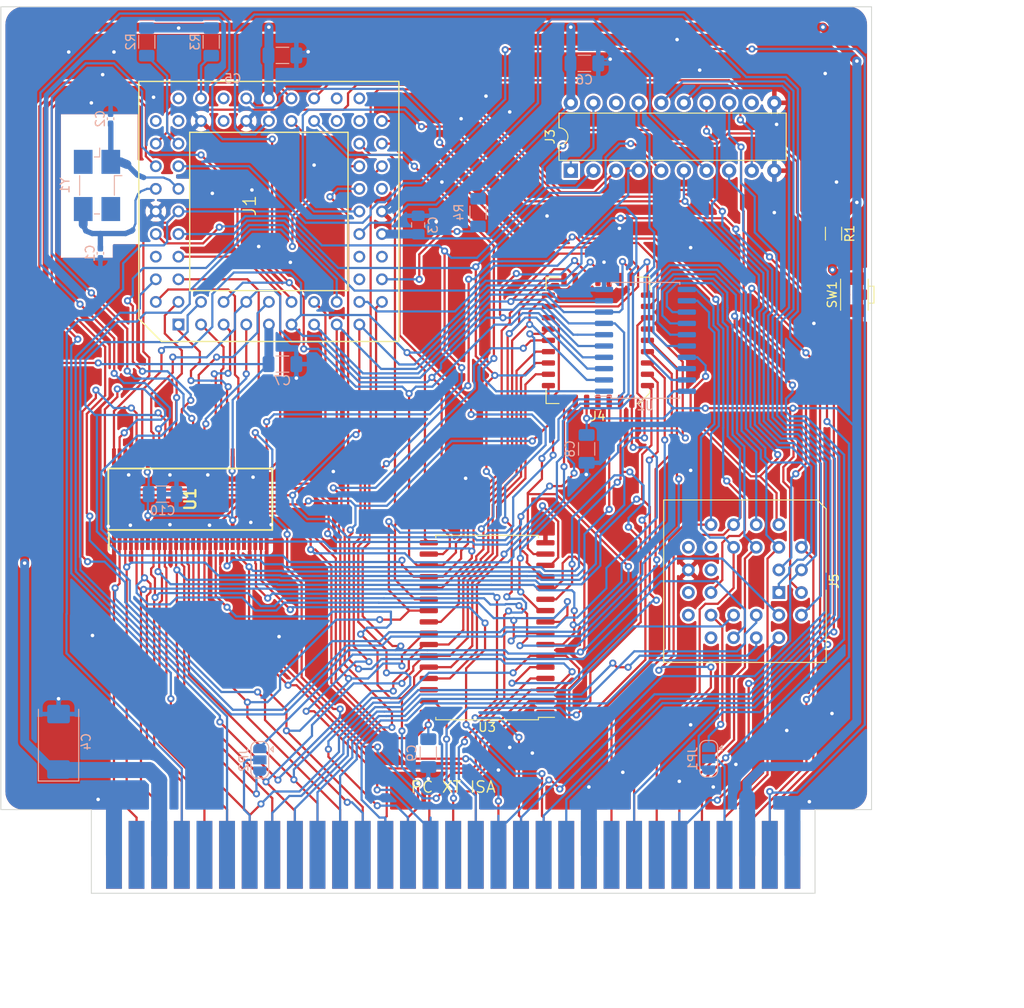
<source format=kicad_pcb>
(kicad_pcb (version 20211014) (generator pcbnew)
  (layers (0 "F.Cu" mixed) (31 "B.Cu" mixed) (34 "B.Paste" user) (35 "F.Paste" user) (36 "B.SilkS" user "B.Silkscreen") (37 "F.SilkS" user "F.Silkscreen") (38 "B.Mask" user) (39 "F.Mask" user) (44 "Edge.Cuts" user))
  (net 0 "")
  (net 1 "GND")
  (net 2 "VCC")
  (net 3 "DRQ1")
  (net 4 "RESET")
  (net 5 "ALE")
  (net 6 "BCLK")
  (net 7 "~{SMEMW}")
  (net 8 "~{SMEMR}")
  (net 9 "~{IOW}")
  (net 10 "~{IOR}")
  (net 12 "DB7")
  (net 13 "DB6")
  (net 14 "DB5")
  (net 15 "DB4")
  (net 16 "DB3")
  (net 17 "DB2")
  (net 18 "DB1")
  (net 19 "DB0")
  (net 21 "A19")
  (net 22 "A18")
  (net 23 "A17")
  (net 24 "A16")
  (net 25 "A15")
  (net 26 "A14")
  (net 27 "A13")
  (net 28 "A12")
  (net 29 "A11")
  (net 30 "A10")
  (net 31 "A9")
  (net 32 "A8")
  (net 33 "A7")
  (net 34 "A6")
  (net 35 "A5")
  (net 36 "A4")
  (net 37 "A3")
  (net 38 "A2")
  (net 39 "A1")
  (net 40 "A0")
  (net 41 "~{CARDSLCTD}")
  (net 42 "DRQ0")
  (net 43 "~{PCS4}")
  (net 44 "~{PCS5}")
  (net 45 "~{PCS6}")
  (net 46 "BAUD")
  (net 49 "IR0")
  (net 50 "~{PCS3}")
  (net 51 "IR3")
  (net 52 "IR4")
  (net 53 "IR5")
  (net 54 "IR6")
  (net 55 "IR7")
  (net 56 "IR2")
  (net 64 "/X2")
  (net 65 "/X1")
  (net 66 "~{RES}")
  (net 67 "XA16")
  (net 69 "~{RD}")
  (net 70 "~{S2}")
  (net 73 "Net-(J1-Pad49)")
  (net 75 "INT0")
  (net 76 "~{DEN}")
  (net 79 "~{UCS}")
  (net 81 "Net-(J1-Pad20)")
  (net 82 "DA0")
  (net 83 "DA1")
  (net 84 "DA2")
  (net 85 "DA3")
  (net 86 "XA12")
  (net 87 "XA13")
  (net 88 "XA14")
  (net 89 "XA15")
  (net 90 "XA17")
  (net 91 "XA19")
  (net 92 "~{WR}")
  (net 93 "Net-(J1-Pad55)")
  (net 96 "INT1")
  (net 97 "~{INTA0}")
  (net 98 "DT{slash}~{R}")
  (net 101 "~{LCS}")
  (net 102 "~{CS_I}")
  (net 103 "~{CS_S}")
  (net 106 "XA8")
  (net 107 "XA9")
  (net 108 "XA10")
  (net 109 "XA11")
  (net 110 "DA4")
  (net 111 "DA5")
  (net 112 "DA6")
  (net 113 "DA7")
  (net 114 "XA18")
  (net 115 "~{BDEN}")
  (net 116 "~{ALE}")
  (net 118 "/M{slash}~{IO}")
  (net 125 "IR1")
  (net 128 "INT3")
  (net 129 "IRQ2")
  (net 130 "IRQ3")
  (footprint "Package_DIP:DIP-20_W7.62mm" (layer "F.Cu") (at 155.453 60.315 90)
    (fp_text reference "J3")
    (fp_text value "GAL16V8")
  )
  (footprint "ISA-X:ISA-X" (layer "F.Cu") (at 180.34 137.16)
    (fp_text reference "J2" hide)
    (fp_text value "PC XT ISA")
  )
  (footprint "Package_LCC:PLCC-32_11.4x14.0mm_P1.27mm" (layer "F.Cu") (at 158.496 79.375 180)
    (fp_text reference "J4")
    (fp_text value "SST39SF020")
  )
  (footprint "Package_SO:SSOP-32_11.305x20.495mm_P1.27mm" (layer "F.Cu") (at 146.05 111.633 180)
    (fp_text reference "U3")
    (fp_text value "SRAM")
  )
  (footprint "SN74ABT16841DL:SOP64P1035X279-56N" (layer "F.Cu") (at 112.712 97.219 90)
    (fp_text reference "U1")
    (fp_text value "SN74ABT16841DL" hide)
  )
  (footprint "Package_LCC:PLCC-28_THT-Socket" (layer "F.Cu") (at 178.816 107.696 -90)
    (fp_text reference "J5")
    (fp_text value "8259")
  )
  (footprint "Button_Switch_SMD:SW_SPST_EVQP7A" (layer "F.Cu") (at 187.3015 74.2475 90)
    (fp_text reference "SW1")
    (fp_text value "RESET")
  )
  (footprint "80C188:PGA68-N" (layer "F.Cu") (at 121.539 64.897 90)
    (fp_text reference "J1")
    (fp_text value "80188")
  )
  (footprint "Resistor_SMD:R_1206_3216Metric_Pad1.30x1.75mm_HandSolder" (layer "F.Cu") (at 184.9595 67.3895 -90)
    (fp_text reference "R1")
    (fp_text value "PullUP")
  )
  (footprint "Capacitor_SMD:C_1206_3216Metric_Pad1.33x1.80mm_HandSolder" (layer "B.Cu") (at 123.063 82.042)
    (fp_text reference "C7")
    (fp_text value "100n/0.1u PWR")
  )
  (footprint "Resistor_SMD:R_1206_3216Metric_Pad1.30x1.75mm_HandSolder" (layer "B.Cu") (at 145.034 65.024 -90)
    (fp_text reference "R4")
    (fp_text value "Limit")
  )
  (footprint "Capacitor_SMD:C_1206_3216Metric_Pad1.33x1.80mm_HandSolder" (layer "B.Cu") (at 123.063 47.371)
    (fp_text reference "C5")
    (fp_text value "100n/0.1u PWR")
  )
  (footprint "Resistor_SMD:R_1206_3216Metric_Pad1.30x1.75mm_HandSolder" (layer "B.Cu") (at 107.823 45.847 -90)
    (fp_text reference "R2")
    (fp_text value "Limit")
  )
  (footprint "Resistor_SMD:R_1206_3216Metric_Pad1.30x1.75mm_HandSolder" (layer "B.Cu") (at 115.062 45.847 -90)
    (fp_text reference "R3")
    (fp_text value "Limit")
  )
  (footprint "Jumper:SolderJumper-3_P1.3mm_Open_RoundedPad1.0x1.5mm" (layer "B.Cu") (at 120.523 126.492 -90)
    (fp_text reference "JP2")
    (fp_text value "IRQ3")
  )
  (footprint "Capacitor_SMD:C_1206_3216Metric_Pad1.33x1.80mm_HandSolder" (layer "B.Cu") (at 139.446 125.73 -90)
    (fp_text reference "C9")
    (fp_text value "100n/0.1u PWR")
  )
  (footprint "Capacitor_SMD:C_1206_3216Metric_Pad1.33x1.80mm_HandSolder" (layer "B.Cu") (at 109.601 96.647)
    (fp_text reference "C10")
    (fp_text value "100n/0.1u PWR")
  )
  (footprint "Capacitor_SMD:C_0402_1005Metric_Pad0.74x0.62mm_HandSolder" (layer "B.Cu") (at 102.616 69.596 -90)
    (fp_text reference "C1")
    (fp_text value "20p XTAL")
  )
  (footprint "Package_SO:SOIC-20W_7.5x12.8mm_P1.27mm" (layer "B.Cu") (at 163.83 79.375)
    (fp_text reference "U2")
    (fp_text value "74LS245")
  )
  (footprint "Capacitor_SMD:C_1206_3216Metric_Pad1.33x1.80mm_HandSolder" (layer "B.Cu") (at 156.972 48.265)
    (fp_text reference "C6")
    (fp_text value "100n/0.1u PWR")
  )
  (footprint "Jumper:SolderJumper-3_P1.3mm_Open_RoundedPad1.0x1.5mm" (layer "B.Cu") (at 170.942 126.365 -90)
    (fp_text reference "JP1")
    (fp_text value "IRQ2")
  )
  (footprint "Capacitor_SMD:C_0402_1005Metric_Pad0.74x0.62mm_HandSolder" (layer "B.Cu") (at 103.759 54.483 -90)
    (fp_text reference "C2")
    (fp_text value "20p XTAL")
  )
  (footprint "Crystal:Crystal_SMD_0603-4Pin_6.0x3.5mm_HandSoldering" (layer "B.Cu") (at 102.235 61.976 -90)
    (fp_text reference "Y1")
    (fp_text value "16MHz")
  )
  (footprint "Capacitor_SMD:C_1206_3216Metric_Pad1.33x1.80mm_HandSolder" (layer "B.Cu") (at 157.226 91.567 -90)
    (fp_text reference "C8")
    (fp_text value "100n/0.1u PWR")
  )
  (footprint "Capacitor_SMD:C_0805_2012Metric_Pad1.18x1.45mm_HandSolder" (layer "B.Cu") (at 138.303 66.421 90)
    (fp_text reference "C3")
    (fp_text value "1u BTN")
  )
  (footprint "Capacitor_Tantalum_SMD:CP_EIA-7343-31_Kemet-D" (layer "B.Cu") (at 97.917 124.46 90)
    (fp_text reference "C4")
    (fp_text value "PPWR")
  )
  (gr_line locked (start 189.23 132.08) (end 189.23 41.91) (layer "Edge.Cuts") (width 0.1))
  (gr_line locked (start 91.44 41.91) (end 91.44 132.08) (layer "Edge.Cuts") (width 0.1))
  (gr_line locked (start 182.88 132.08) (end 189.23 132.08) (layer "Edge.Cuts") (width 0.1))
  (gr_line locked (start 182.88 141.478) (end 101.6 141.478) (layer "Edge.Cuts") (width 0.1))
  (gr_line locked (start 101.6 141.478) (end 101.6 132.08) (layer "Edge.Cuts") (width 0.1))
  (gr_line locked (start 182.88 132.08) (end 182.88 141.478) (layer "Edge.Cuts") (width 0.1))
  (gr_line locked (start 101.6 132.08) (end 91.44 132.08) (layer "Edge.Cuts") (width 0.1))
  (gr_line locked (start 189.23 41.91) (end 91.44 41.91) (layer "Edge.Cuts") (width 0.1))
  (segment (start 104.14 100.902) (end 103.568 100.33) (width 0.25) (layer "F.Cu") (net 1))
  (segment (start 114.934 92.469) (end 114.934 94.362) (width 0.25) (layer "F.Cu") (net 1))
  (segment (start 119.38 101.969) (end 119.38 100.076) (width 0.25) (layer "F.Cu") (net 1))
  (segment (start 121.284 100.712) (end 121.856 100.14) (width 0.25) (layer "F.Cu") (net 1))
  (segment (start 110.49 101.969) (end 110.49 100.14) (width 0.25) (layer "F.Cu") (net 1))
  (segment (start 104.14 101.969) (end 104.14 100.902) (width 0.25) (layer "F.Cu") (net 1))
  (segment (start 106.044 94.362) (end 105.854 94.552) (width 0.25) (layer "F.Cu") (net 1))
  (segment (start 106.044 101.969) (end 106.044 100.204) (width 0.25) (layer "F.Cu") (net 1))
  (segment (start 121.284 101.969) (end 121.284 100.712) (width 0.25) (layer "F.Cu") (net 1))
  (segment (start 110.49 92.469) (end 110.49 94.552) (width 0.25) (layer "F.Cu") (net 1))
  (segment (start 114.934 101.969) (end 114.934 100.204) (width 0.25) (layer "F.Cu") (net 1))
  (segment (start 106.044 92.469) (end 106.044 94.362) (width 0.25) (layer "F.Cu") (net 1))
  (segment (start 119.38 92.469) (end 119.38 94.362) (width 0.25) (layer "F.Cu") (net 1))
  (segment (start 119.38 94.362) (end 119.824 94.806) (width 0.25) (layer "F.Cu") (net 1))
  (segment (start 119.38 100.076) (end 119.57 99.886) (width 0.25) (layer "F.Cu") (net 1))
  (segment (start 114.934 94.362) (end 114.744 94.552) (width 0.25) (layer "F.Cu") (net 1))
  (via (at 105.791 94.488) (size 0.8) (drill 0.4) (layers "F.Cu" "B.Cu") (net 1))
  (via (at 182.753 77.47) (size 0.8) (drill 0.4) (layers "F.Cu" "B.Cu") (net 1))
  (via (at 119.761 94.742) (size 0.8) (drill 0.4) (layers "F.Cu" "B.Cu") (net 1))
  (via (at 148.59 125.095) (size 0.8) (drill 0.4) (layers "F.Cu" "B.Cu") (net 1))
  (via (at 122.682 112.649) (size 0.8) (drill 0.4) (layers "F.Cu" "B.Cu") (net 1))
  (via (at 124.6255 83.6154) (size 0.8) (drill 0.4) (layers "F.Cu" "B.Cu") (net 1))
  (via (at 119.634 62.484) (size 0.8) (drill 0.4) (layers "F.Cu" "B.Cu") (net 1))
  (via (at 115.189 62.865) (size 0.8) (drill 0.4) (layers "F.Cu" "B.Cu") (net 1))
  (via (at 161.29 127.889) (size 0.8) (drill 0.4) (layers "F.Cu" "B.Cu") (net 1))
  (via (at 108.585 52.07) (size 0.8) (drill 0.4) (layers "F.Cu" "B.Cu") (net 1))
  (via (at 160.909 66.802) (size 0.8) (drill 0.4) (layers "F.Cu" "B.Cu") (net 1))
  (via (at 139.446 128.6234) (size 0.8) (drill 0.4) (layers "F.Cu" "B.Cu") (net 1))
  (via (at 97.917 119.6251) (size 0.8) (drill 0.4) (layers "F.Cu" "B.Cu") (net 1))
  (via (at 148.59 53.721) (size 0.8) (drill 0.4) (layers "F.Cu" "B.Cu") (net 1))
  (via (at 120.396 68.834) (size 0.8) (drill 0.4) (layers "F.Cu" "B.Cu") (net 1))
  (via (at 143.129 54.483) (size 0.8) (drill 0.4) (layers "F.Cu" "B.Cu") (net 1))
  (via (at 101.6 52.705) (size 0.8) (drill 0.4) (layers "F.Cu" "B.Cu") (net 1))
  (via (at 110.427 94.488) (size 0.8) (drill 0.4) (layers "F.Cu" "B.Cu") (net 1))
  (via (at 168.91 68.961) (size 0.8) (drill 0.4) (layers "F.Cu" "B.Cu") (net 1))
  (via (at 102.87 49.53) (size 0.8) (drill 0.4) (layers "F.Cu" "B.Cu") (net 1))
  (via (at 157.190995 94.443695) (size 0.8) (drill 0.4) (layers "F.Cu" "B.Cu") (net 1))
  (via (at 185.293 61.595) (size 0.8) (drill 0.4) (layers "F.Cu" "B.Cu") (net 1))
  (via (at 99.06 46.99) (size 0.8) (drill 0.4) (layers "F.Cu" "B.Cu") (net 1))
  (via (at 128.778 94.107) (size 0.8) (drill 0.4) (layers "F.Cu" "B.Cu") (net 1))
  (via (at 151.13 125.73) (size 0.8) (drill 0.4) (layers "F.Cu" "B.Cu") (net 1))
  (via (at 110.427 100.076) (size 0.8) (drill 0.4) (layers "F.Cu" "B.Cu") (net 1))
  (via (at 119.507 99.822) (size 0.8) (drill 0.4) (layers "F.Cu" "B.Cu") (net 1))
  (via (at 140.335 66.04) (size 0.8) (drill 0.4) (layers "F.Cu" "B.Cu") (net 1))
  (via (at 145.923 51.943) (size 0.8) (drill 0.4) (layers "F.Cu" "B.Cu") (net 1))
  (via (at 114.681 94.488) (size 0.8) (drill 0.4) (layers "F.Cu" "B.Cu") (net 1))
  (via (at 167.64 128.905) (size 0.8) (drill 0.4) (layers "F.Cu" "B.Cu") (net 1))
  (via (at 178.308 65.024) (size 0.8) (drill 0.4) (layers "F.Cu" "B.Cu") (net 1))
  (via (at 105.981 100.14) (size 0.8) (drill 0.4) (layers "F.Cu" "B.Cu") (net 1))
  (via (at 101.727 112.522) (size 0.8) (drill 0.4) (layers "F.Cu" "B.Cu") (net 1))
  (via (at 147.32 127.635) (size 0.8) (drill 0.4) (layers "F.Cu" "B.Cu") (net 1))
  (via (at 167.386 45.593) (size 0.8) (drill 0.4) (layers "F.Cu" "B.Cu") (net 1))
  (via (at 140.97 61.595) (size 0.8) (drill 0.4) (layers "F.Cu" "B.Cu") (net 1))
  (via (at 123.952 70.612) (size 0.8) (drill 0.4) (layers "F.Cu" "B.Cu") (net 1))
  (via (at 114.871 100.14) (size 0.8) (drill 0.4) (layers "F.Cu" "B.Cu") (net 1))
  (via (at 159.8716 47.7942) (size 0.8) (drill 0.4) (layers "F.Cu" "B.Cu") (net 1))
  (via (at 152.781 65.405) (size 0.8) (drill 0.4) (layers "F.Cu" "B.Cu") (net 1))
  (via (at 126.619 59.69) (size 0.8) (drill 0.4) (layers "F.Cu" "B.Cu") (net 1))
  (via (at 182.245 131.191) (size 0.8) (drill 0.4) (layers "F.Cu" "B.Cu") (net 1))
  (via (at 102.362 130.937) (size 0.8) (drill 0.4) (layers "F.Cu" "B.Cu") (net 1))
  (via (at 125.9527 46.9618) (size 0.8) (drill 0.4) (layers "F.Cu" "B.Cu") (net 1))
  (via (at 173.99 127) (size 0.8) (drill 0.4) (layers "F.Cu" "B.Cu") (net 1))
  (via (at 168.91 122.555) (size 0.8) (drill 0.4) (layers "F.Cu" "B.Cu") (net 1))
  (via (at 143.637 94.869) (size 0.8) (drill 0.4) (layers "F.Cu" "B.Cu") (net 1))
  (via (at 104.14 46.99) (size 0.8) (drill 0.4) (layers "F.Cu" "B.Cu") (net 1))
  (via (at 121.793 100.076) (size 0.8) (drill 0.4) (layers "F.Cu" "B.Cu") (net 1))
  (via (at 178.562 55.118) (size 0.8) (drill 0.4) (layers "F.Cu" "B.Cu") (net 1))
  (via (at 169.926 49.022) (size 0.8) (drill 0.4) (layers "F.Cu" "B.Cu") (net 1))
  (via (at 157.48 129.54) (size 0.8) (drill 0.4) (layers "F.Cu" "B.Cu") (net 1))
  (via (at 171.45 129.54) (size 0.8) (drill 0.4) (layers "F.Cu" "B.Cu") (net 1))
  (via (at 159.18 70.5954) (size 0.8) (drill 0.4) (layers "F.Cu" "B.Cu") (net 1))
  (via (at 179.705 123.19) (size 0.8) (drill 0.4) (layers "F.Cu" "B.Cu") (net 1))
  (via (at 168.91 93.98) (size 0.8) (drill 0.4) (layers "F.Cu" "B.Cu") (net 1))
  (via (at 103.505 100.266) (size 0.8) (drill 0.4) (layers "F.Cu" "B.Cu") (net 1))
  (via (at 184.785 121.285) (size 0.8) (drill 0.4) (layers "F.Cu" "B.Cu") (net 1))
  (via (at 184.023 49.403) (size 0.8) (drill 0.4) (layers "F.Cu" "B.Cu") (net 1))
  (segment (start 157.48 137.16) (end 157.48 131.572) (width 1.8) (layer "B.Cu") (net 1))
  (segment (start 159.18 73.66) (end 159.18 70.5954) (width 0.25) (layer "B.Cu") (net 1))
  (segment (start 110.491 100.14) (end 114.871 100.14) (width 0.25) (layer "B.Cu") (net 1))
  (segment (start 134.239 64.897) (end 135.128 64.897) (width 0.5) (layer "B.Cu") (net 1))
  (segment (start 105.855 100.266) (end 105.981 100.14) (width 0.25) (layer "B.Cu") (net 1))
  (segment (start 104.14 137.16) (end 104.14 130.81) (width 1.8) (layer "B.Cu") (net 1))
  (segment (start 124.6255 83.6154) (end 124.6255 82.042) (width 0.25) (layer "B.Cu") (net 1))
  (segment (start 135.128 64.897) (end 136.525 63.5) (width 0.5) (layer "B.Cu") (net 1))
  (segment (start 110.427 100.076) (end 110.491 100.14) (width 0.25) (layer "B.Cu") (net 1))
  (segment (start 97.917 121.3475) (end 97.917 119.6251) (width 0.25) (layer "B.Cu") (net 1))
  (segment (start 180.34 131.572) (end 181.864 131.572) (width 0.25) (layer "B.Cu") (net 1))
  (segment (start 115.569 100.838) (end 114.871 100.14) (width 0.25) (layer "B.Cu") (net 1))
  (segment (start 104.14 130.81) (end 104.14 129.921) (width 1.8) (layer "B.Cu") (net 1))
  (segment (start 111.164 96.647) (end 112.522 96.647) (width 0.25) (layer "B.Cu") (net 1))
  (segment (start 139.446 127.2925) (end 139.446 128.6234) (width 0.25) (layer "B.Cu") (net 1))
  (segment (start 108.808 92.8685) (end 113.062 92.8685) (width 0.25) (layer "B.Cu") (net 1))
  (segment (start 113.22 93.0275) (end 114.681 94.488) (width 0.25) (layer "B.Cu") (net 1))
  (segment (start 159.8716 47.7942) (end 159.0053 47.7942) (width 0.25) (layer "B.Cu") (net 1))
  (segment (start 119.761 94.742) (end 119.888 94.742) (width 0.25) (layer "B.Cu") (net 1))
  (segment (start 106.045 100.076) (end 105.981 100.14) (width 0.25) (layer "B.Cu") (net 1))
  (segment (start 125.0347 46.9618) (end 124.6255 47.371) (width 0.25) (layer "B.Cu") (net 1))
  (segment (start 157.48 129.54) (end 157.48 131.572) (width 0.25) (layer "B.Cu") (net 1))
  (segment (start 119.507 99.822) (end 121.539 99.822) (width 0.25) (layer "B.Cu") (net 1))
  (segment (start 159.0053 47.7942) (end 158.5345 48.265) (width 0.25) (layer "B.Cu") (net 1))
  (segment (start 181.864 131.572) (end 182.245 131.191) (width 0.25) (layer "B.Cu") (net 1))
  (segment (start 105.791 94.488) (end 105.791 93.853) (width 0.25) (layer "B.Cu") (net 1))
  (segment (start 118.491 100.838) (end 115.569 100.838) (width 0.25) (layer "B.Cu") (net 1))
  (segment (start 157.226 94.40869) (end 157.190995 94.443695) (width 0.25) (layer "B.Cu") (net 1))
  (segment (start 108.776 92.837) (end 108.808 92.8685) (width 0.25) (layer "B.Cu") (net 1))
  (segment (start 113.062 92.8685) (end 113.22 93.0275) (width 0.25) (layer "B.Cu") (net 1))
  (segment (start 105.791 93.853) (end 106.807 92.837) (width 0.25) (layer "B.Cu") (net 1))
  (segment (start 104.013 130.937) (end 104.14 130.81) (width 0.25) (layer "B.Cu") (net 1))
  (segment (start 102.362 130.937) (end 104.013 130.937) (width 0.25) (layer "B.Cu") (net 1))
  (segment (start 157.226 93.1295) (end 157.226 94.40869) (width 0.25) (layer "B.Cu") (net 1))
  (segment (start 103.505 100.266) (end 105.855 100.266) (width 0.25) (layer "B.Cu") (net 1))
  (segment (start 121.539 99.822) (end 121.793 100.076) (width 0.25) (layer "B.Cu") (net 1))
  (segment (start 111.164 96.647) (end 111.1635 96.647) (width 0.25) (layer "B.Cu") (net 1))
  (segment (start 180.34 137.16) (end 180.34 131.572) (width 1.8) (layer "B.Cu") (net 1))
  (segment (start 108.808 92.8685) (end 110.427 94.488) (width 0.25) (layer "B.Cu") (net 1))
  (segment (start 110.427 100.076) (end 106.045 100.076) (width 0.25) (layer "B.Cu") (net 1))
  (segment (start 106.807 92.837) (end 108.776 92.837) (width 0.25) (layer "B.Cu") (net 1))
  (segment (start 119.888 97.282) (end 119.888 94.742) (width 0.25) (layer "B.Cu") (net 1))
  (segment (start 119.507 99.822) (end 118.491 100.838) (width 0.25) (layer "B.Cu") (net 1))
  (segment (start 119.888 94.742) (end 119.888 92.456) (width 0.25) (layer "B.Cu") (net 1))
  (segment (start 125.9527 46.9618) (end 125.0347 46.9618) (width 0.25) (layer "B.Cu") (net 1))
  (segment (start 112.522 96.647) (end 114.681 94.488) (width 0.25) (layer "B.Cu") (net 1))
  (segment (start 119.888 92.456) (end 120.142 92.202) (width 0.25) (layer "B.Cu") (net 1))
  (segment (start 185.946 64.853) (end 184.9595 65.8395) (width 0.25) (layer "F.Cu") (net 2))
  (segment (start 180.086 106.426) (end 180.086 96.012) (width 0.25) (layer "F.Cu") (net 2))
  (segment (start 111.405 44.297) (end 111.405 44.196) (width 0.25) (layer "F.Cu") (net 2))
  (segment (start 94.107 83.058) (end 94.107 104.394) (width 1) (layer "F.Cu") (net 2))
  (segment (start 107.9815 99.1555) (end 108.013 99.124) (width 0.25) (layer "F.Cu") (net 2))
  (segment (start 117.506 99.664) (end 117.538 99.632) (width 0.25) (layer "F.Cu") (net 2))
  (segment (start 180.086 87.1755) (end 179.9055 86.995) (width 0.25) (layer "F.Cu") (net 2))
  (segment (start 107.95 99.187) (end 107.9815 99.1555) (width 0.25) (layer "F.Cu") (net 2))
  (segment (start 187.579 48.006) (end 187.571 47.998) (width 0.25) (layer "F.Cu") (net 2))
  (segment (start 186.607 64.853) (end 185.946 64.853) (width 0.25) (layer "F.Cu") (net 2))
  (segment (start 180.086 96.012) (end 179.324 95.25) (width 0.25) (layer "F.Cu") (net 2))
  (segment (start 117.506 99.664) (end 117.475 99.633) (width 0.25) (layer "F.Cu") (net 2))
  (segment (start 135.4762 124.0545) (end 129.057467 117.635767) (width 0.25) (layer "F.Cu") (net 2))
  (segment (start 180.467 90.805) (end 180.086 90.424) (width 0.25) (layer "F.Cu") (net 2))
  (segment (start 117.474 92.469) (end 117.474 93.826) (width 0.45) (layer "F.Cu") (net 2))
  (segment (start 181.356 107.696) (end 180.086 106.426) (width 0.25) (layer "F.Cu") (net 2))
  (segment (start 117.411 93.889) (end 117.411 94.044) (width 0.25) (layer "F.Cu") (net 2))
  (segment (start 118.872 98.298) (end 118.745 98.298) (width 0.25) (layer "F.Cu") (net 2))
  (segment (start 118.880489 98.306489) (end 118.872 98.298) (width 0.25) (layer "F.Cu") (net 2))
  (segment (start 96.774 44.196) (end 94.107 46.863) (width 1) (layer "F.Cu") (net 2))
  (segment (start 180.086 90.424) (end 180.086 87.1755) (width 0.25) (layer "F.Cu") (net 2))
  (segment (start 179.9055 86.995) (end 180.39461 86.995) (width 0.25) (layer "F.Cu") (net 2))
  (segment (start 139.5 121.158) (end 139.5 122.501) (width 0.25) (layer "F.Cu") (net 2))
  (segment (start 186.607 64.853) (end 187.579 63.881) (width 1) (layer "F.Cu") (net 2))
  (segment (start 117.474 101.969) (end 117.474 99.696) (width 0.45) (layer "F.Cu") (net 2))
  (segment (start 107.95 93.889) (end 107.887 93.952) (width 0.25) (layer "F.Cu") (net 2))
  (segment (start 117.474 93.826) (end 117.411 93.889) (width 0.25) (layer "F.Cu") (net 2))
  (segment (start 118.745 98.298) (end 117.475 99.568) (width 0.25) (layer "F.Cu") (net 2))
  (segment (start 107.9815 99.1555) (end 107.95 99.124) (width 0.25) (layer "F.Cu") (net 2))
  (segment (start 187.571 47.998) (end 187.571 47.9975) (width 0.25) (layer "F.Cu") (net 2))
  (segment (start 107.95 93.889) (end 107.95 94.234) (width 0.45) (layer "F.Cu") (net 2))
  (segment (start 183.769 44.196) (end 155.448 44.196) (width 1) (layer "F.Cu") (net 2))
  (segment (start 117.474 99.696) (end 117.506 99.664) (width 0.25) (layer "F.Cu") (net 2))
  (segment (start 121.539 44.196) (end 111.405 44.196) (width 1) (layer "F.Cu") (net 2))
  (segment (start 95.25 81.915) (end 102.3745 81.915) (width 0.25) (layer "F.Cu") (net 2))
  (segment (start 129.057467 103.840052) (end 123.523904 98.306489) (width 0.25) (layer "F.Cu") (net 2))
  (segment (start 111.405 44.196) (end 96.774 44.196) (width 1) (layer "F.Cu") (net 2))
  (segment (start 179.324 93.599) (end 180.467 92.456) (width 0.25) (layer "F.Cu") (net 2))
  (segment (start 107.95 92.469) (end 107.95 93.889) (width 0.45) (layer "F.Cu") (net 2))
  (segment (start 117.474 93.826) (end 117.474 94.108) (width 0.45) (layer "F.Cu") (net 2))
  (segment (start 107.95 99.124) (end 107.95 99.06) (width 0.25) (layer "F.Cu") (net 2))
  (segment (start 94.107 46.863) (end 94.107 83.058) (width 1) (layer "F.Cu") (net 2))
  (segment (start 185.635 65.825) (end 186.607 64.853) (width 1) (layer "F.Cu") (net 2))
  (segment (start 107.887 93.952) (end 107.887 94.17) (width 0.25) (layer "F.Cu") (net 2))
  (segment (start 139.446 122.555) (end 137.9465 124.0545) (width 0.25) (layer "F.Cu") (net 2))
  (segment (start 180.467 92.456) (end 180.467 90.805) (width 0.25) (layer "F.Cu") (net 2))
  (segment (start 129.057467 117.635767) (end 129.057467 103.840052) (width 0.25) (layer "F.Cu") (net 2))
  (segment (start 123.523904 98.306489) (end 118.880489 98.306489) (width 0.25) (layer "F.Cu") (net 2))
  (segment (start 107.95 101.969) (end 107.95 99.187) (width 0.45) (layer "F.Cu") (net 2))
  (segment (start 179.324 95.25) (end 179.324 93.599) (width 0.25) (layer "F.Cu") (net 2))
  (segment (start 94.107 83.058) (end 95.25 81.915) (width 0.25) (layer "F.Cu") (net 2))
  (segment (start 117.475 99.633) (end 117.475 99.568) (width 0.25) (layer "F.Cu") (net 2))
  (segment (start 187.571 47.9975) (end 183.769 44.196) (width 1) (layer "F.Cu") (net 2))
  (segment (start 155.448 44.196) (end 121.539 44.196) (width 1) (layer "F.Cu") (net 2))
  (segment (start 139.5 122.501) (end 139.446 122.555) (width 0.25) (layer "F.Cu") (net 2))
  (segment (start 157.226 86.2125) (end 157.226 88.138) (width 0.25) (layer "F.Cu") (net 2))
  (segment (start 179.9055 86.995) (end 170.561 86.995) (width 0.25) (layer "F.Cu") (net 2))
  (segment (start 137.9465 124.0545) (end 135.4762 124.0545) (width 0.25) (layer "F.Cu") (net 2))
  (via (at 117.411 94.044) (size 0.8) (drill 0.4) (layers "F.Cu" "B.Cu") (net 2))
  (via (at 180.39461 86.995) (size 0.8) (drill 0.4) (layers "F.Cu" "B.Cu") (net 2))
  (via (at 102.3745 81.915) (size 0.8) (drill 0.4) (layers "F.Cu" "B.Cu") (net 2))
  (via (at 157.226 88.138) (size 0.8) (drill 0.4) (layers "F.Cu" "B.Cu") (net 2))
  (via (at 155.448 44.196) (size 0.8) (drill 0.4) (layers "F.Cu" "B.Cu") (net 2))
  (via (at 107.95 99.06) (size 0.8) (drill 0.4) (layers "F.Cu" "B.Cu") (net 2))
  (via (at 187.579 48.006) (size 0.8) (drill 0.4) (layers "F.Cu" "B.Cu") (net 2))
  (via (at 117.475 99.568) (size 0.8) (drill 0.4) (layers "F.Cu" "B.Cu") (net 2))
  (via (at 170.561 86.995) (size 0.8) (drill 0.4) (layers "F.Cu" "B.Cu") (net 2))
  (via (at 183.769 44.196) (size 0.8) (drill 0.4) (layers "F.Cu" "B.Cu") (net 2))
  (via (at 94.107 104.394) (size 0.8) (drill 0.4) (layers "F.Cu" "B.Cu") (net 2))
  (via (at 107.887 94.17) (size 0.8) (drill 0.4) (layers "F.Cu" "B.Cu") (net 2))
  (via (at 187.579 63.881) (size 0.8) (drill 0.4) (layers "F.Cu" "B.Cu") (net 2))
  (via (at 121.539 44.196) (size 0.8) (drill 0.4) (layers "F.Cu" "B.Cu") (net 2))
  (via (at 111.405 44.297) (size 0.8) (drill 0.4) (layers "F.Cu" "B.Cu") (net 2))
  (via (at 139.446 122.555) (size 0.8) (drill 0.4) (layers "F.Cu" "B.Cu") (net 2))
  (segment (start 167.005 85.09) (end 166.37 85.725) (width 0.25) (layer "B.Cu") (net 2))
  (segment (start 117.411 94.044) (end 117.411 99.504) (width 0.25) (layer "B.Cu") (net 2))
  (segment (start 139.319 124.04) (end 139.3825 123.977) (width 0.25) (layer "B.Cu") (net 2))
  (segment (start 139.3825 123.977) (end 139.446 123.914) (width 0.25) (layer "B.Cu") (net 2))
  (segment (start 121.5005 47.371) (end 121.539 47.371) (width 0.25) (layer "B.Cu") (net 2))
  (segment (start 108.077 127.635) (end 109.22 128.778) (width 1.8) (layer "B.Cu") (net 2))
  (segment (start 155.453 44.201) (end 155.448 44.196) (width 1) (layer "B.Cu") (net 2))
  (segment (start 166.37 86.36) (end 167.005 86.995) (width 0.25) (layer "B.Cu") (net 2))
  (segment (start 97.536 127.635) (end 108.077 127.635) (width 1.8) (layer "B.Cu") (net 2))
  (segment (start 187.571 122.182) (end 187.571 89.2895) (width 1) (layer "B.Cu") (net 2))
  (segment (start 155.453 52.695) (end 155.453 48.448) (width 1) (layer "B.Cu") (net 2))
  (segment (start 139.446 124.0405) (end 139.446 124.1675) (width 0.25) (layer "B.Cu") (net 2))
  (segment (start 187.579 66.802) (end 187.579 63.881) (width 1) (layer "B.Cu") (net 2))
  (segment (start 117.411 99.504) (end 117.475 99.568) (width 0.25) (layer "B.Cu") (net 2))
  (segment (start 187.571 47.9975) (end 187.579 48.006) (width 1) (layer "B.Cu") (net 2))
  (segment (start 185.276 86.995) (end 180.39461 86.995) (width 0.25) (layer "B.Cu") (net 2))
  (segment (start 182.499 127.254) (end 187.571 122.182) (width 1) (layer "B.Cu") (net 2))
  (segment (start 168.48 85.09) (end 167.005 85.09) (width 0.25) (layer "B.Cu") (net 2))
  (segment (start 167.005 86.995) (end 170.561 86.995) (width 0.25) (layer "B.Cu") (net 2))
  (segment (start 155.453 48.448) (end 155.4095 48.4045) (width 0.25) (layer "B.Cu") (net 2))
  (segment (start 155.4095 48.4045) (end 155.4095 48.265) (width 0.25) (layer "B.Cu") (net 2))
  (segment (start 94.107 124.46) (end 97.282 127.635) (width 1) (layer "B.Cu") (net 2))
  (segment (start 109.22 128.778) (end 109.22 137.16) (width 1.8) (layer "B.Cu") (net 2))
  (segment (start 94.107 104.394) (end 94.107 124.46) (width 1) (layer "B.Cu") (net 2))
  (segment (start 108.038 96.647) (end 107.95 96.7355) (width 0.25) (layer "B.Cu") (net 2))
  (segment (start 111.405 44.297) (end 115.062 44.297) (width 1) (layer "B.Cu") (net 2))
  (segment (start 187.571 89.2895) (end 185.276 86.995) (width 0.25) (layer "B.Cu") (net 2))
  (segment (start 107.887 94.17) (end 108.038 94.3215) (width 0.25) (layer "B.Cu") (net 2))
  (segment (start 175.26 137.16) (end 175.26 130.683) (width 1.8) (layer "B.Cu") (net 2))
  (segment (start 108.038 94.3215) (end 108.038 96.647) (width 0.25) (layer "B.Cu") (net 2))
  (segment (start 155.404 48.27) (end 155.407 48.2675) (width 0.25) (layer "B.Cu") (net 2))
  (segment (start 155.407 48.2675) (end 155.41 48.265) (width 0.25) (layer "B.Cu") (net 2))
  (segment (start 97.917 127.5725) (end 97.5985 127.5725) (width 0.25) (layer "B.Cu") (net 2))
  (segment (start 121.5 82.042) (end 102.5015 82.042) (width 0.25) (layer "B.Cu") (net 2))
  (segment (start 102.5015 82.042) (end 102.3745 81.915) (width 0.25) (layer "B.Cu") (net 2))
  (segment (start 97.282 127.635) (end 97.536 127.635) (width 1) (layer "B.Cu") (net 2))
  (segment (start 187.571 89.2895) (end 187.571 47.9975) (width 1) (layer "B.Cu") (net 2))
  (segment (start 107.823 44.297) (end 111.405 44.297) (width 1) (layer "B.Cu") (net 2))
  (segment (start 121.5005 82.042) (end 121.5003 82.0418) (width 0.25) (layer "B.Cu") (net 2))
  (segment (start 145.034 63.474) (end 145.034 63.246) (width 0.25) (layer "B.Cu") (net 2))
  (segment (start 187.579 48.006) (end 187.579 63.881) (width 1) (layer "B.Cu") (net 2))
  (segment (start 175.26 129.032) (end 177.038 127.254) (width 1) (layer "B.Cu") (net 2))
  (segment (start 121.5003 82.0418) (end 121.5 82.042) (width 0.25) (layer "B.Cu") (net 2))
  (segment (start 139.3825 123.977) (end 139.446 124.0405) (width 0.25) (layer "B.Cu") (net 2))
  (segment (start 121.539 77.597) (end 121.539 82.0035) (width 1) (layer "B.Cu") (net 2))
  (segment (start 117.411 99.504) (end 117.475 99.568) (width 0.25) (layer "B.Cu") (net 2))
  (segment (start 117.475 86.0675) (end 121.5 82.042) (width 0.25) (layer "B.Cu") (net 2))
  (segment (start 107.95 99.06) (end 116.967 99.06) (width 0.25) (layer "B.Cu") (net 2))
  (segment (start 157.226 88.138) (end 157.226 90.0045) (width 0.25) (layer "B.Cu") (net 2))
  (segment (start 155.453 48.448) (end 155.453 44.201) (width 1) (layer "B.Cu") (net 2))
  (segment (start 116.967 99.06) (end 117.411 99.504) (width 0.25) (layer "B.Cu") (net 2))
  (segment (start 155.453 52.827) (end 155.453 52.695) (width 1) (layer "B.Cu") (net 2))
  (segment (start 155.407 48.2675) (end 155.4095 48.265) (width 0.25) (layer "B.Cu") (net 2))
  (segment (start 121.539 52.197) (end 121.539 47.371) (width 1) (layer "B.Cu") (net 2))
  (segment (start 97.5985 127.5725) (end 97.536 127.635) (width 0.25) (layer "B.Cu") (net 2))
  (segment (start 157.226 88.138) (end 165.862 88.138) (width 0.25) (layer "B.Cu") (net 2))
  (segment (start 117.475 93.98) (end 117.475 86.0675) (width 0.25) (layer "B.Cu") (net 2))
  (segment (start 139.446 123.914) (end 139.446 122.555) (width 0.25) (layer "B.Cu") (net 2))
  (segment (start 117.411 94.044) (end 117.475 93.98) (width 0.25) (layer "B.Cu") (net 2))
  (segment (start 175.26 130.683) (end 175.26 129.032) (width 1) (layer "B.Cu") (net 2))
  (segment (start 145.034 63.246) (end 155.453 52.827) (width 0.25) (layer "B.Cu") (net 2))
  (segment (start 165.862 88.138) (end 167.005 86.995) (width 0.25) (layer "B.Cu") (net 2))
  (segment (start 177.038 127.254) (end 182.499 127.254) (width 1) (layer "B.Cu") (net 2))
  (segment (start 108.0385 96.647) (end 108.038 96.647) (width 0.25) (layer "B.Cu") (net 2))
  (segment (start 121.539 47.371) (end 121.539 44.196) (width 1) (layer "B.Cu") (net 2))
  (segment (start 166.37 85.725) (end 166.37 86.36) (width 0.25) (layer "B.Cu") (net 2))
  (segment (start 107.95 96.7355) (end 107.95 99.06) (width 0.25) (layer "B.Cu") (net 2))
  (segment (start 121.539 82.0035) (end 121.5003 82.0418) (width 0.25) (layer "B.Cu") (net 2))
  (segment (start 175.4306 127.4972) (end 175.4306 117.9108) (width 0.25) (layer "F.Cu") (net 3))
  (segment (start 172.7716 65.659) (end 161.036 65.659) (width 0.25) (layer "F.Cu") (net 3))
  (segment (start 171.9107 131.0171) (end 175.4306 127.4972) (width 0.25) (layer "F.Cu") (net 3))
  (segment (start 173.9851 66.8725) (end 172.7716 65.659) (width 0.25) (layer "F.Cu") (net 3))
  (via (at 173.9851 66.8725) (size 0.8) (drill 0.4) (layers "F.Cu" "B.Cu") (net 3))
  (via (at 175.4306 117.9108) (size 0.8) (drill 0.4) (layers "F.Cu" "B.Cu") (net 3))
  (via (at 171.9107 131.0171) (size 0.8) (drill 0.4) (layers "F.Cu" "B.Cu") (net 3))
  (via (at 161.036 65.659) (size 0.8) (drill 0.4) (layers "F.Cu" "B.Cu") (net 3))
  (segment (start 177.622066 88.232966) (end 177.622066 76.595434) (width 0.25) (layer "B.Cu") (net 3))
  (segment (start 173.9852 66.8725) (end 173.9851 66.8725) (width 0.25) (layer "B.Cu") (net 3))
  (segment (start 180.9287 89.9083) (end 179.2974 89.9083) (width 0.25) (layer "B.Cu") (net 3))
  (segment (start 142.450596 76.124498) (end 145.558139 73.016956) (width 0.25) (layer "B.Cu") (net 3))
  (segment (start 156.6503 70.7326) (end 156.6503 69.0287) (width 0.25) (layer "B.Cu") (net 3))
  (segment (start 145.558139 73.008861) (end 145.884532 72.682468) (width 0.25) (layer "B.Cu") (net 3))
  (segment (start 173.9852 67.317) (end 173.9852 66.8725) (width 0.25) (layer "B.Cu") (net 3))
  (segment (start 132.6402 75.057) (end 133.707698 76.124498) (width 0.25) (layer "B.Cu") (net 3))
  (segment (start 145.558139 73.016956) (end 145.558139 73.008861) (width 0.25) (layer "B.Cu") (net 3))
  (segment (start 184.1039 93.0835) (end 180.9287 89.9083) (width 0.25) (layer "B.Cu") (net 3))
  (segment (start 184.1039 109.7984) (end 184.1039 93.0835) (width 0.25) (layer "B.Cu") (net 3))
  (segment (start 133.707698 76.124498) (end 142.450596 76.124498) (width 0.25) (layer "B.Cu") (net 3))
  (segment (start 167.64 134.4693) (end 171.0922 131.0171) (width 0.25) (layer "B.Cu") (net 3))
  (segment (start 160.02 65.659) (end 161.036 65.659) (width 0.25) (layer "B.Cu") (net 3))
  (segment (start 178.0743 76.1432) (end 178.0743 71.4061) (width 0.25) (layer "B.Cu") (net 3))
  (segment (start 167.64 134.4995) (end 167.64 134.4693) (width 0.25) (layer "B.Cu") (net 3))
  (segment (start 156.6503 69.0287) (end 160.02 65.659) (width 0.25) (layer "B.Cu") (net 3))
  (segment (start 154.700432 72.682468) (end 156.6503 70.7326) (width 0.25) (layer "B.Cu") (net 3))
  (segment (start 171.0922 131.0171) (end 171.9107 131.0171) (width 0.25) (layer "B.Cu") (net 3))
  (segment (start 167.64 134.4995) (end 167.64 137.16) (width 0.25) (layer "B.Cu") (net 3))
  (segment (start 167.64 132.454) (end 167.64 134.4995) (width 0.25) (layer "B.Cu") (net 3))
  (segment (start 177.622066 76.595434) (end 178.0743 76.1432) (width 0.25) (layer "B.Cu") (net 3))
  (segment (start 145.884532 72.682468) (end 154.700432 72.682468) (width 0.25) (layer "B.Cu") (net 3))
  (segment (start 131.699 75.057) (end 132.6402 75.057) (width 0.25) (layer "B.Cu") (net 3))
  (segment (start 175.9915 117.9108) (end 184.1039 109.7984) (width 0.25) (layer "B.Cu") (net 3))
  (segment (start 178.0743 71.4061) (end 173.9852 67.317) (width 0.25) (layer "B.Cu") (net 3))
  (segment (start 175.4306 117.9108) (end 175.9915 117.9108) (width 0.25) (layer "B.Cu") (net 3))
  (segment (start 179.2974 89.9083) (end 177.622066 88.232966) (width 0.25) (layer "B.Cu") (net 3))
  (segment (start 148.1669 46.6511) (end 148.082 46.736) (width 0.25) (layer "F.Cu") (net 4))
  (segment (start 175.7927 46.6511) (end 148.1669 46.6511) (width 0.25) (layer "F.Cu") (net 4))
  (via (at 148.082 46.736) (size 0.8) (drill 0.4) (layers "F.Cu" "B.Cu") (net 4))
  (via (at 177.8 130.048) (size 0.8) (drill 0.4) (layers "F.Cu" "B.Cu") (net 4))
  (via (at 175.7927 46.6511) (size 0.8) (drill 0.4) (layers "F.Cu" "B.Cu") (net 4))
  (segment (start 177.8 130.1723) (end 177.8 130.048) (width 0.25) (layer "B.Cu") (net 4))
  (segment (start 136.699095 61.730489) (end 134.567495 63.862089) (width 0.25) (layer "B.Cu") (net 4))
  (segment (start 177.8 131.826) (end 177.8 131.572) (width 0.25) (layer "B.Cu") (net 4))
  (segment (start 177.8 130.1723) (end 180.8466 130.1723) (width 0.25) (layer "B.Cu") (net 4))
  (segment (start 125.658584 66.167) (end 119.308584 59.817) (width 0.25) (layer "B.Cu") (net 4))
  (segment (start 132.969 64.703414) (end 132.969 65.278) (width 0.25) (layer "B.Cu") (net 4))
  (segment (start 133.810325 63.862089) (end 132.969 64.703414) (width 0.25) (layer "B.Cu") (net 4))
  (segment (start 180.8466 130.1723) (end 188.4725 122.5464) (width 0.25) (layer "B.Cu") (net 4))
  (segment (start 188.4725 47.6408) (end 187.4828 46.6511) (width 0.25) (layer "B.Cu") (net 4))
  (segment (start 177.8 137.16) (end 177.8 131.826) (width 0.25) (layer "B.Cu") (net 4))
  (segment (start 177.8 131.572) (end 177.8 130.1723) (width 0.25) (layer "B.Cu") (net 4))
  (segment (start 119.308584 59.817) (end 111.379 59.817) (width 0.25) (layer "B.Cu") (net 4))
  (segment (start 148.082 52.2874) (end 148.082 46.736) (width 0.25) (layer "B.Cu") (net 4))
  (segment (start 138.638911 61.730489) (end 136.699095 61.730489) (width 0.25) (layer "B.Cu") (net 4))
  (segment (start 148.082 52.2874) (end 138.638911 61.730489) (width 0.25) (layer "B.Cu") (net 4))
  (segment (start 132.969 65.278) (end 132.08 66.167) (width 0.25) (layer "B.Cu") (net 4))
  (segment (start 134.567495 63.862089) (end 133.810325 63.862089) (width 0.25) (layer "B.Cu") (net 4))
  (segment (start 188.4725 122.5464) (end 188.4725 47.6408) (width 0.25) (layer "B.Cu") (net 4))
  (segment (start 187.4828 46.6511) (end 175.7927 46.6511) (width 0.25) (layer "B.Cu") (net 4))
  (segment (start 132.08 66.167) (end 125.658584 66.167) (width 0.25) (layer "B.Cu") (net 4))
  (segment (start 177.8 131.826) (end 177.8 131.572) (width 0.25) (layer "B.Cu") (net 4))
  (segment (start 143.1926 82.4433) (end 141.2731 80.5238) (width 0.25) (layer "F.Cu") (net 5))
  (segment (start 108.1108 81.3138) (end 107.442 80.645) (width 0.25) (layer "F.Cu") (net 5))
  (segment (start 107.442 67.36) (end 108.635 66.167) (width 0.25) (layer "F.Cu") (net 5))
  (segment (start 121.284 92.469) (end 121.284 88.5164) (width 0.25) (layer "F.Cu") (net 5))
  (segment (start 107.442 80.645) (end 107.442 67.36) (width 0.25) (layer "F.Cu") (net 5))
  (segment (start 104.14 87.3208) (end 108.1108 83.35) (width 0.25) (layer "F.Cu") (net 5))
  (segment (start 108.635 66.167) (end 110.109 66.167) (width 0.25) (layer "F.Cu") (net 5))
  (segment (start 108.1108 83.35) (end 108.1108 81.3138) (width 0.25) (layer "F.Cu") (net 5))
  (segment (start 141.2731 80.5238) (end 141.2731 69.342) (width 0.25) (layer "F.Cu") (net 5))
  (segment (start 110.109 66.167) (end 111.379 64.897) (width 0.25) (layer "F.Cu") (net 5))
  (segment (start 104.14 92.469) (end 104.14 87.3208) (width 0.25) (layer "F.Cu") (net 5))
  (via (at 141.2731 69.342) (size 0.8) (drill 0.4) (layers "F.Cu" "B.Cu") (net 5))
  (via (at 121.284 88.5164) (size 0.8) (drill 0.4) (layers "F.Cu" "B.Cu") (net 5))
  (via (at 143.1926 82.4433) (size 0.8) (drill 0.4) (layers "F.Cu" "B.Cu") (net 5))
  (segment (start 98.8392 110.0758) (end 98.8392 78.4821) (width 0.25) (layer "B.Cu") (net 5))
  (segment (start 101.727 77.089) (end 105.17065 73.64535) (width 0.25) (layer "B.Cu") (net 5))
  (segment (start 143.1926 84.1374) (end 143.1926 82.4433) (width 0.25) (layer "B.Cu") (net 5))
  (segment (start 105.17065 70.72435) (end 107.188 68.707) (width 0.25) (layer "B.Cu") (net 5))
  (segment (start 144.907 70.104) (end 142.034778 70.104) (width 0.25) (layer "B.Cu") (net 5))
  (segment (start 142.034778 70.104) (end 140.637778 68.707) (width 0.25) (layer "B.Cu") (net 5))
  (segment (start 111.76 137.16) (end 111.76 127.4708) (width 0.25) (layer "B.Cu") (net 5))
  (segment (start 152.781 62.23) (end 144.907 70.104) (width 0.25) (layer "B.Cu") (net 5))
  (segment (start 98.8392 78.4821) (end 100.2323 77.089) (width 0.25) (layer "B.Cu") (net 5))
  (segment (start 98.806 110.109) (end 98.8392 110.0758) (width 0.25) (layer "B.Cu") (net 5))
  (segment (start 105.17065 73.64535) (end 105.17065 70.72435) (width 0.25) (layer "B.Cu") (net 5))
  (segment (start 121.284 88.5164) (end 122.1155 87.6849) (width 0.25) (layer "B.Cu") (net 5))
  (segment (start 156.078 62.23) (end 152.781 62.23) (width 0.25) (layer "B.Cu") (net 5))
  (segment (start 107.188 68.707) (end 109.728 68.707) (width 0.25) (layer "B.Cu") (net 5))
  (segment (start 111.76 127.4708) (end 98.806 114.5168) (width 0.25) (layer "B.Cu") (net 5))
  (segment (start 127.492169 68.707) (end 123.682169 64.897) (width 0.25) (layer "B.Cu") (net 5))
  (segment (start 109.728 68.707) (end 110.109 68.326) (width 0.25) (layer "B.Cu") (net 5))
  (segment (start 100.2323 77.089) (end 101.727 77.089) (width 0.25) (layer "B.Cu") (net 5))
  (segment (start 139.6451 87.6849) (end 143.1926 84.1374) (width 0.25) (layer "B.Cu") (net 5))
  (segment (start 157.993 60.315) (end 156.078 62.23) (width 0.25) (layer "B.Cu") (net 5))
  (segment (start 110.109 66.167) (end 111.379 64.897) (width 0.25) (layer "B.Cu") (net 5))
  (segment (start 98.806 114.5168) (end 98.806 110.109) (width 0.25) (layer "B.Cu") (net 5))
  (segment (start 140.637778 68.707) (end 127.492169 68.707) (width 0.25) (layer "B.Cu") (net 5))
  (segment (start 122.1155 87.6849) (end 139.6451 87.6849) (width 0.25) (layer "B.Cu") (net 5))
  (segment (start 123.682169 64.897) (end 111.379 64.897) (width 0.25) (layer "B.Cu") (net 5))
  (segment (start 110.109 68.326) (end 110.109 66.167) (width 0.25) (layer "B.Cu") (net 5))
  (segment (start 106.045 51.435) (end 107.7229 53.1129) (width 0.25) (layer "F.Cu") (net 6))
  (segment (start 101.092 87.63) (end 103.149011 85.572989) (width 0.25) (layer "F.Cu") (net 6))
  (segment (start 107.7229 53.1129) (end 107.7229 58.7009) (width 0.25) (layer "F.Cu") (net 6))
  (segment (start 97.155 74.1112) (end 97.155 53.34) (width 0.25) (layer "F.Cu") (net 6))
  (segment (start 130.345 131.2573) (end 121.1052 122.0175) (width 0.25) (layer "F.Cu") (net 6))
  (segment (start 101.4209 99.1126) (end 101.092 98.7837) (width 0.25) (layer "F.Cu") (net 6))
  (segment (start 121.1052 122.0175) (end 121.1052 119.7082) (width 0.25) (layer "F.Cu") (net 6))
  (segment (start 103.149011 80.105211) (end 97.155 74.1112) (width 0.25) (layer "F.Cu") (net 6))
  (segment (start 97.155 53.34) (end 99.06 51.435) (width 0.25) (layer "F.Cu") (net 6))
  (segment (start 121.1052 119.7082) (end 120.269 118.872) (width 0.25) (layer "F.Cu") (net 6))
  (segment (start 101.092 98.7837) (end 101.092 87.63) (width 0.25) (layer "F.Cu") (net 6))
  (segment (start 107.7229 58.7009) (end 108.839 59.817) (width 0.25) (layer "F.Cu") (net 6))
  (segment (start 103.149011 85.572989) (end 103.149011 80.105211) (width 0.25) (layer "F.Cu") (net 6))
  (segment (start 99.06 51.435) (end 106.045 51.435) (width 0.25) (layer "F.Cu") (net 6))
  (via (at 120.269 118.872) (size 0.8) (drill 0.4) (layers "F.Cu" "B.Cu") (net 6))
  (via (at 101.4209 99.1126) (size 0.8) (drill 0.4) (layers "F.Cu" "B.Cu") (net 6))
  (via (at 130.345 131.2573) (size 0.8) (drill 0.4) (layers "F.Cu" "B.Cu") (net 6))
  (segment (start 132.08 137.16) (end 132.08 132.461) (width 0.25) (layer "B.Cu") (net 6))
  (segment (start 116.205 118.872) (end 120.269 118.872) (width 0.25) (layer "B.Cu") (net 6))
  (segment (start 105.918 108.585) (end 116.205 118.872) (width 0.25) (layer "B.Cu") (net 6))
  (segment (start 132.08 132.461) (end 130.8763 131.2573) (width 0.25) (layer "B.Cu") (net 6))
  (segment (start 130.8763 131.2573) (end 130.345 131.2573) (width 0.25) (layer "B.Cu") (net 6))
  (segment (start 105.918 106.354584) (end 105.918 108.585) (width 0.25) (layer "B.Cu") (net 6))
  (segment (start 101.4209 101.857484) (end 105.918 106.354584) (width 0.25) (layer "B.Cu") (net 6))
  (segment (start 101.4209 99.1126) (end 101.4209 101.857484) (width 0.25) (layer "B.Cu") (net 6))
  (segment (start 180.458511 75.898905) (end 179.586498 76.770918) (width 0.25) (layer "B.Cu") (net 7))
  (segment (start 179.586498 76.770929) (end 179.120599 77.236828) (width 0.25) (layer "B.Cu") (net 7))
  (segment (start 176.336031 119.6867) (end 175.897708 120.125022) (width 0.25) (layer "B.Cu") (net 7))
  (segment (start 168.007511 50.300489) (end 179.403905 50.300489) (width 0.25) (layer "B.Cu") (net 7))
  (segment (start 185.6048 92.3936) (end 185.6048 110.4203) (width 0.25) (layer "B.Cu") (net 7))
  (segment (start 180.458511 51.355096) (end 180.458511 75.898905) (width 0.25) (layer "B.Cu") (net 7))
  (segment (start 179.403905 50.300489) (end 180.458511 51.355096) (width 0.25) (layer "B.Cu") (net 7))
  (segment (start 181.6186 88.4074) (end 185.6048 92.3936) (width 0.25) (layer "B.Cu") (net 7))
  (segment (start 185.6048 110.4203) (end 176.3384 119.6867) (width 0.25) (layer "B.Cu") (net 7))
  (segment (start 165.613 52.695) (end 168.007511 50.300489) (width 0.25) (layer "B.Cu") (net 7))
  (segment (start 154.94 130.931) (end 154.94 137.16) (width 0.25) (layer "B.Cu") (net 7))
  (segment (start 175.483899 120.125021) (end 165.745978 120.125022) (width 0.25) (layer "B.Cu") (net 7))
  (segment (start 175.897708 120.125022) (end 175.483899 120.125021) (width 0.25) (layer "B.Cu") (net 7))
  (segment (start 165.745978 120.125022) (end 154.94 130.931) (width 0.25) (layer "B.Cu") (net 7))
  (segment (start 179.120599 77.236828) (end 179.120599 87.608699) (width 0.25) (layer "B.Cu") (net 7))
  (segment (start 179.9193 88.4074) (end 181.6186 88.4074) (width 0.25) (layer "B.Cu") (net 7))
  (segment (start 179.586498 76.770918) (end 179.586498 76.770929) (width 0.25) (layer "B.Cu") (net 7))
  (segment (start 176.3384 119.6867) (end 176.336031 119.6867) (width 0.25) (layer "B.Cu") (net 7))
  (segment (start 179.120599 87.608699) (end 179.9193 88.4074) (width 0.25) (layer "B.Cu") (net 7))
  (segment (start 181.3433 88.9077) (end 185.1045 92.6689) (width 0.25) (layer "B.Cu") (net 8))
  (segment (start 179.712 88.9077) (end 181.3433 88.9077) (width 0.25) (layer "B.Cu") (net 8))
  (segment (start 152.4 132.7608) (end 152.4 137.16) (width 0.25) (layer "B.Cu") (net 8))
  (segment (start 179.959 75.692) (end 178.621088 77.029912) (width 0.25) (layer "B.Cu") (net 8))
  (segment (start 185.1045 92.6689) (end 185.1045 110.213) (width 0.25) (layer "B.Cu") (net 8))
  (segment (start 185.1045 110.213) (end 176.1311 119.1864) (width 0.25) (layer "B.Cu") (net 8))
  (segment (start 179.959 51.562) (end 179.959 75.692) (width 0.25) (layer "B.Cu") (net 8))
  (segment (start 178.621088 87.816788) (end 179.712 88.9077) (width 0.25) (layer "B.Cu") (net 8))
  (segment (start 179.197 50.8) (end 179.959 51.562) (width 0.25) (layer "B.Cu") (net 8))
  (segment (start 175.690804 119.625511) (end 165.535289 119.625511) (width 0.25) (layer "B.Cu") (net 8))
  (segment (start 178.621088 77.029912) (end 178.621088 87.816788) (width 0.25) (layer "B.Cu") (net 8))
  (segment (start 170.048 50.8) (end 179.197 50.8) (width 0.25) (layer "B.Cu") (net 8))
  (segment (start 165.535289 119.625511) (end 152.4 132.7608) (width 0.25) (layer "B.Cu") (net 8))
  (segment (start 168.153 52.695) (end 170.048 50.8) (width 0.25) (layer "B.Cu") (net 8))
  (segment (start 176.1311 119.1864) (end 176.129916 119.1864) (width 0.25) (layer "B.Cu") (net 8))
  (segment (start 176.129916 119.1864) (end 175.690804 119.625511) (width 0.25) (layer "B.Cu") (net 8))
  (segment (start 170.693 52.695) (end 170.693 55.88) (width 0.25) (layer "F.Cu") (net 9))
  (via (at 170.693 55.88) (size 0.8) (drill 0.4) (layers "F.Cu" "B.Cu") (net 9))
  (segment (start 176.623044 88.649144) (end 176.623044 76.179256) (width 0.25) (layer "B.Cu") (net 9))
  (segment (start 180.086 113.1086) (end 176.1006 117.094) (width 0.25) (layer "B.Cu") (net 9))
  (segment (start 180.5141 90.9089) (end 178.8828 90.9089) (width 0.25) (layer "B.Cu") (net 9))
  (segment (start 180.086 106.426) (end 180.086 113.1086) (width 0.25) (layer "B.Cu") (net 9))
  (segment (start 182.9941 93.3889) (end 180.5141 90.9089) (width 0.25) (layer "B.Cu") (net 9))
  (segment (start 171.867511 57.054511) (end 170.693 55.88) (width 0.25) (layer "B.Cu") (net 9))
  (segment (start 178.8828 90.9089) (end 176.623044 88.649144) (width 0.25) (layer "B.Cu") (net 9))
  (segment (start 176.623044 76.179256) (end 177.0737 75.7286) (width 0.25) (layer "B.Cu") (net 9))
  (segment (start 165.741 117.094) (end 149.86 132.975) (width 0.25) (layer "B.Cu") (net 9))
  (segment (start 171.323 64.008) (end 171.867511 63.463489) (width 0.25) (layer "B.Cu") (net 9))
  (segment (start 171.323 66.07) (end 171.323 64.008) (width 0.25) (layer "B.Cu") (net 9))
  (segment (start 149.86 132.975) (end 149.86 137.16) (width 0.25) (layer "B.Cu") (net 9))
  (segment (start 171.867511 63.463489) (end 171.867511 57.054511) (width 0.25) (layer "B.Cu") (net 9))
  (segment (start 177.0737 71.8207) (end 171.323 66.07) (width 0.25) (layer "B.Cu") (net 9))
  (segment (start 176.1006 117.094) (end 165.741 117.094) (width 0.25) (layer "B.Cu") (net 9))
  (segment (start 181.356 105.156) (end 182.9941 103.5179) (width 0.25) (layer "B.Cu") (net 9))
  (segment (start 182.9941 103.5179) (end 182.9941 93.3889) (width 0.25) (layer "B.Cu") (net 9))
  (segment (start 177.0737 75.7286) (end 177.0737 71.8207) (width 0.25) (layer "B.Cu") (net 9))
  (segment (start 181.356 105.156) (end 180.086 106.426) (width 0.25) (layer "B.Cu") (net 9))
  (segment (start 153.1962 128.7482) (end 152.9902 128.7482) (width 0.25) (layer "F.Cu") (net 10))
  (segment (start 174.5705 57.658) (end 174.5705 64.5885) (width 0.25) (layer "F.Cu") (net 10))
  (segment (start 174.5705 64.5885) (end 174.866499 64.884499) (width 0.25) (layer "F.Cu") (net 10))
  (segment (start 174.866499 76.314499) (end 181.864 83.312) (width 0.25) (layer "F.Cu") (net 10))
  (segment (start 154.2119 129.7639) (end 153.1962 128.7482) (width 0.25) (layer "F.Cu") (net 10))
  (segment (start 181.864 93.218) (end 180.721 94.361) (width 0.25) (layer "F.Cu") (net 10))
  (segment (start 181.864 83.312) (end 181.864 93.218) (width 0.25) (layer "F.Cu") (net 10))
  (segment (start 174.866499 64.884499) (end 174.866499 76.314499) (width 0.25) (layer "F.Cu") (net 10))
  (via (at 152.9902 128.7482) (size 0.8) (drill 0.4) (layers "F.Cu" "B.Cu") (net 10))
  (via (at 174.5705 57.658) (size 0.8) (drill 0.4) (layers "F.Cu" "B.Cu") (net 10))
  (via (at 180.721 94.361) (size 0.8) (drill 0.4) (layers "F.Cu" "B.Cu") (net 10))
  (via (at 154.2119 129.7639) (size 0.8) (drill 0.4) (layers "F.Cu" "B.Cu") (net 10))
  (segment (start 174.5705 61.6977) (end 174.5705 57.658) (width 0.25) (layer "B.Cu") (net 10))
  (segment (start 173.233 52.695) (end 173.233 56.3205) (width 0.25) (layer "B.Cu") (net 10))
  (segment (start 178.5746 69.7136) (end 176.1047 67.2437) (width 0.25) (layer "B.Cu") (net 10))
  (segment (start 180.2123 94.8697) (end 180.721 94.361) (width 0.25) (layer "B.Cu") (net 10))
  (segment (start 184.6042 110.0057) (end 184.6042 92.8762) (width 0.25) (layer "B.Cu") (net 10))
  (segment (start 154.2119 129.7639) (end 164.8498 119.126) (width 0.25) (layer "B.Cu") (net 10))
  (segment (start 148.214 133.5244) (end 147.32 133.5244) (width 0.25) (layer "B.Cu") (net 10))
  (segment (start 179.5047 89.408) (end 178.121577 88.024877) (width 0.25) (layer "B.Cu") (net 10))
  (segment (start 175.4839 119.126) (end 184.6042 110.0057) (width 0.25) (layer "B.Cu") (net 10))
  (segment (start 180.2123 103.7597) (end 180.2123 94.8697) (width 0.25) (layer "B.Cu") (net 10))
  (segment (start 173.233 56.3205) (end 174.5705 57.658) (width 0.25) (layer "B.Cu") (net 10))
  (segment (start 147.32 133.5244) (end 147.32 132.767) (width 0.25) (layer "B.Cu") (net 10))
  (segment (start 178.121577 88.024877) (end 178.121577 76.803523) (width 0.25) (layer "B.Cu") (net 10))
  (segment (start 181.136 89.408) (end 179.5047 89.408) (width 0.25) (layer "B.Cu") (net 10))
  (segment (start 184.6042 92.8762) (end 181.136 89.408) (width 0.25) (layer "B.Cu") (net 10))
  (segment (start 178.121577 76.803523) (end 178.5746 76.3505) (width 0.25) (layer "B.Cu") (net 10))
  (segment (start 147.32 137.16) (end 147.32 133.5244) (width 0.25) (layer "B.Cu") (net 10))
  (segment (start 178.5746 76.3505) (end 178.5746 69.7136) (width 0.25) (layer "B.Cu") (net 10))
  (segment (start 176.1047 63.2319) (end 174.5705 61.6977) (width 0.25) (layer "B.Cu") (net 10))
  (segment (start 176.1047 67.2437) (end 176.1047 63.2319) (width 0.25) (layer "B.Cu") (net 10))
  (segment (start 152.9902 128.7482) (end 148.214 133.5244) (width 0.25) (layer "B.Cu") (net 10))
  (segment (start 164.8498 119.126) (end 175.4839 119.126) (width 0.25) (layer "B.Cu") (net 10))
  (segment (start 178.816 105.156) (end 180.2123 103.7597) (width 0.25) (layer "B.Cu") (net 10))
  (segment (start 182.6916 127.1406) (end 182.6916 103.9516) (width 0.25) (layer "F.Cu") (net 12))
  (segment (start 182.6916 103.9516) (end 181.356 102.616) (width 0.25) (layer "F.Cu") (net 12))
  (segment (start 177.8 137.16) (end 177.8 132.0322) (width 0.25) (layer "F.Cu") (net 12))
  (segment (start 177.8 132.0322) (end 182.6916 127.1406) (width 0.25) (layer "F.Cu") (net 12))
  (segment (start 181.8227 93.6327) (end 181.281 93.091) (width 0.25) (layer "B.Cu") (net 12))
  (segment (start 181.281 93.091) (end 177.927 93.091) (width 0.25) (layer "B.Cu") (net 12))
  (segment (start 172.063762 70.9401) (end 166.5377 70.9401) (width 0.25) (layer "B.Cu") (net 12))
  (segment (start 175.124511 89.289489) (end 175.124511 74.00085) (width 0.25) (layer "B.Cu") (net 12))
  (segment (start 181.356 102.616) (end 181.8227 102.1493) (width 0.25) (layer "B.Cu") (net 12))
  (segment (start 164.236467 73.241333) (end 164.236467 79.527467) (width 0.25) (layer "B.Cu") (net 12))
  (segment (start 181.8227 102.1493) (end 181.8227 93.6327) (width 0.25) (layer "B.Cu") (net 12))
  (segment (start 166.5377 70.9401) (end 164.236467 73.241333) (width 0.25) (layer "B.Cu") (net 12))
  (segment (start 175.124511 74.00085) (end 172.063762 70.9401) (width 0.25) (layer "B.Cu") (net 12))
  (segment (start 177.292 92.456) (end 177.292 91.456978) (width 0.25) (layer "B.Cu") (net 12))
  (segment (start 167.259 82.55) (end 168.48 82.55) (width 0.25) (layer "B.Cu") (net 12))
  (segment (start 164.236467 79.527467) (end 167.259 82.55) (width 0.25) (layer "B.Cu") (net 12))
  (segment (start 177.927 93.091) (end 177.292 92.456) (width 0.25) (layer "B.Cu") (net 12))
  (segment (start 177.292 91.456978) (end 175.124511 89.289489) (width 0.25) (layer "B.Cu") (net 12))
  (segment (start 175.9796 132.9747) (end 175.26 132.9747) (width 0.25) (layer "F.Cu") (net 13))
  (segment (start 168.91 85.1065) (end 168.91 87.884) (width 0.25) (layer "F.Cu") (net 13))
  (segment (start 176.6859 94.6412) (end 178.562 96.5173) (width 0.25) (layer "F.Cu") (net 13))
  (segment (start 176.6859 94.6412) (end 178.689 92.6381) (width 0.25) (layer "F.Cu") (net 13))
  (segment (start 181.9163 127.038) (end 175.9796 132.9747) (width 0.25) (layer "F.Cu") (net 13))
  (segment (start 184.2218 88.4997) (end 184.2218 81.9868) (width 0.25) (layer "F.Cu") (net 13))
  (segment (start 168.91 87.884) (end 175.6672 94.6412) (width 0.25) (layer "F.Cu") (net 13))
  (segment (start 178.562 99.822) (end 178.816 100.076) (width 0.25) (layer "F.Cu") (net 13))
  (segment (start 184.2218 81.9868) (end 175.768 73.533) (width 0.25) (layer "F.Cu") (net 13))
  (segment (start 181.9163 119.7096) (end 181.9163 127.038) (width 0.25) (layer "F.Cu") (net 13))
  (segment (start 178.689 92.6381) (end 178.689 92.202) (width 0.25) (layer "F.Cu") (net 13))
  (segment (start 170.5923 83.4242) (end 168.91 85.1065) (width 0.25) (layer "F.Cu") (net 13))
  (segment (start 175.26 137.16) (end 175.26 132.9747) (width 0.25) (layer "F.Cu") (net 13))
  (segment (start 175.6672 94.6412) (end 176.6859 94.6412) (width 0.25) (layer "F.Cu") (net 13))
  (segment (start 178.562 96.5173) (end 178.562 99.822) (width 0.25) (layer "F.Cu") (net 13))
  (via (at 175.768 73.533) (size 0.8) (drill 0.4) (layers "F.Cu" "B.Cu") (net 13))
  (via (at 170.5923 83.4242) (size 0.8) (drill 0.4) (layers "F.Cu" "B.Cu") (net 13))
  (via (at 181.9163 119.7096) (size 0.8) (drill 0.4) (layers "F.Cu" "B.Cu") (net 13))
  (via (at 184.2218 88.4997) (size 0.8) (drill 0.4) (layers "F.Cu" "B.Cu") (net 13))
  (via (at 178.689 92.202) (size 0.8) (drill 0.4) (layers "F.Cu" "B.Cu") (net 13))
  (segment (start 178.689 92.130585) (end 178.689 92.202) (width 0.25) (layer "B.Cu") (net 13))
  (segment (start 186.6956 90.9735) (end 186.6956 114.9303) (width 0.25) (layer "B.Cu") (net 13))
  (segment (start 169.672 81.28) (end 170.5923 82.2003) (width 0.25) (layer "B.Cu") (net 13))
  (segment (start 175.768 73.533) (end 175.624022 73.676978) (width 0.25) (layer "B.Cu") (net 13))
  (segment (start 168.48 81.28) (end 169.672 81.28) (width 0.25) (layer "B.Cu") (net 13))
  (segment (start 175.624022 89.065607) (end 178.689 92.130585) (width 0.25) (layer "B.Cu") (net 13))
  (segment (start 184.2218 88.4997) (end 186.6956 90.9735) (width 0.25) (layer "B.Cu") (net 13))
  (segment (start 170.5923 82.2003) (end 170.5923 83.4242) (width 0.25) (layer "B.Cu") (net 13))
  (segment (start 186.6956 114.9303) (end 181.9163 119.7096) (width 0.25) (layer "B.Cu") (net 13))
  (segment (start 175.624022 73.676978) (end 175.624022 89.065607) (width 0.25) (layer "B.Cu") (net 13))
  (segment (start 172.72 132.9747) (end 172.72 137.16) (width 0.25) (layer "F.Cu") (net 14))
  (segment (start 177.546 128.1487) (end 172.72 132.9747) (width 0.25) (layer "F.Cu") (net 14))
  (segment (start 178.816 102.616) (end 177.546 103.886) (width 0.25) (layer "F.Cu") (net 14))
  (segment (start 177.546 103.886) (end 177.546 128.1487) (width 0.25) (layer "F.Cu") (net 14))
  (segment (start 174.625 89.535) (end 174.625 74.207754) (width 0.25) (layer "B.Cu") (net 14))
  (segment (start 164.735978 73.470775) (end 164.735978 78.502978) (width 0.25) (layer "B.Cu") (net 14))
  (segment (start 177.414988 101.214988) (end 177.414988 93.285404) (width 0.25) (layer "B.Cu") (net 14))
  (segment (start 177.414988 93.285404) (end 176.792489 92.662904) (width 0.25) (layer "B.Cu") (net 14))
  (segment (start 171.867046 71.4498) (end 166.7534 71.4498) (width 0.25) (layer "B.Cu") (net 14))
  (segment (start 178.816 102.616) (end 177.414988 101.214988) (width 0.25) (layer "B.Cu") (net 14))
  (segment (start 165.4817 72.725053) (end 164.735978 73.470775) (width 0.25) (layer "B.Cu") (net 14))
  (segment (start 176.792489 92.662904) (end 176.792489 91.702489) (width 0.25) (layer "B.Cu") (net 14))
  (segment (start 174.625 74.207754) (end 171.867046 71.4498) (width 0.25) (layer "B.Cu") (net 14))
  (segment (start 166.243 80.01) (end 168.48 80.01) (width 0.25) (layer "B.Cu") (net 14))
  (segment (start 176.792489 91.702489) (end 174.625 89.535) (width 0.25) (layer "B.Cu") (net 14))
  (segment (start 166.7534 71.4498) (end 165.4817 72.7215) (width 0.25) (layer "B.Cu") (net 14))
  (segment (start 164.735978 78.502978) (end 166.243 80.01) (width 0.25) (layer "B.Cu") (net 14))
  (segment (start 165.4817 72.7215) (end 165.4817 72.725053) (width 0.25) (layer "B.Cu") (net 14))
  (segment (start 180.3498 84.3977) (end 173.8505 77.8984) (width 0.25) (layer "F.Cu") (net 15))
  (segment (start 170.18 137.16) (end 170.18 128.9292) (width 0.25) (layer "F.Cu") (net 15))
  (segment (start 173.8505 77.8984) (end 173.8505 76.654868) (width 0.25) (layer "F.Cu") (net 15))
  (segment (start 170.18 128.9292) (end 172.8441 126.2651) (width 0.25) (layer "F.Cu") (net 15))
  (via (at 172.8441 126.2651) (size 0.8) (drill 0.4) (layers "F.Cu" "B.Cu") (net 15))
  (via (at 180.3498 84.3977) (size 0.8) (drill 0.4) (layers "F.Cu" "B.Cu") (net 15))
  (via (at 173.8505 76.654868) (size 0.8) (drill 0.4) (layers "F.Cu" "B.Cu") (net 15))
  (segment (start 186.146 112.9632) (end 172.8441 126.2651) (width 0.25) (layer "B.Cu") (net 15))
  (segment (start 174.117 89.773169) (end 174.117 76.921368) (width 0.25) (layer "B.Cu") (net 15))
  (segment (start 165.982 72.931169) (end 165.982 72.9288) (width 0.25) (layer "B.Cu") (net 15))
  (segment (start 176.276 100.076) (end 176.276 91.93217) (width 0.25) (layer "B.Cu") (net 15))
  (segment (start 176.276 91.93217) (end 174.117 89.773169) (width 0.25) (layer "B.Cu") (net 15))
  (segment (start 173.99 74.279169) (end 173.99 76.515368) (width 0.25) (layer "B.Cu") (net 15))
  (segment (start 165.235489 77.351489) (end 165.235489 73.67768) (width 0.25) (layer "B.Cu") (net 15))
  (segment (start 179.62011 87.40061) (end 180.1266 87.9071) (width 0.25) (layer "B.Cu") (net 15))
  (segment (start 180.3498 85.1914) (end 179.62011 85.92109) (width 0.25) (layer "B.Cu") (net 15))
  (segment (start 173.99 76.515368) (end 173.8505 76.654868) (width 0.25) (layer "B.Cu") (net 15))
  (segment (start 180.1266 87.9071) (end 181.8259 87.9071) (width 0.25) (layer "B.Cu") (net 15))
  (segment (start 168.48 78.74) (end 166.624 78.74) (width 0.25) (layer "B.Cu") (net 15))
  (segment (start 174.117 76.921368) (end 173.8505 76.654868) (width 0.25) (layer "B.Cu") (net 15))
  (segment (start 171.152931 71.9501) (end 171.154509 71.951678) (width 0.25) (layer "B.Cu") (net 15))
  (segment (start 171.66251 71.951679) (end 173.99 74.279169) (width 0.25) (layer "B.Cu") (net 15))
  (segment (start 179.62011 85.92109) (end 179.62011 87.40061) (width 0.25) (layer "B.Cu") (net 15))
  (segment (start 180.3498 84.3977) (end 180.3498 85.1914) (width 0.25) (layer "B.Cu") (net 15))
  (segment (start 165.235489 73.67768) (end 165.982 72.931169) (width 0.25) (layer "B.Cu") (net 15))
  (segment (start 165.982 72.9288) (end 166.9607 71.9501) (width 0.25) (layer "B.Cu") (net 15))
  (segment (start 166.9607 71.9501) (end 171.152931 71.9501) (width 0.25) (layer "B.Cu") (net 15))
  (segment (start 186.146 92.2272) (end 186.146 112.9632) (width 0.25) (layer "B.Cu") (net 15))
  (segment (start 181.8259 87.9071) (end 186.146 92.2272) (width 0.25) (layer "B.Cu") (net 15))
  (segment (start 166.624 78.74) (end 165.235489 77.351489) (width 0.25) (layer "B.Cu") (net 15))
  (segment (start 171.154509 71.951678) (end 171.66251 71.951679) (width 0.25) (layer "B.Cu") (net 15))
  (segment (start 167.64 130.3728) (end 167.64 137.16) (width 0.25) (layer "F.Cu") (net 16))
  (segment (start 173.7844 117.2996) (end 173.7844 124.2284) (width 0.25) (layer "F.Cu") (net 16))
  (segment (start 175.006 116.078) (end 173.7844 117.2996) (width 0.25) (layer "F.Cu") (net 16))
  (segment (start 176.276 102.616) (end 175.006 103.886) (width 0.25) (layer "F.Cu") (net 16))
  (segment (start 173.7844 124.2284) (end 167.64 130.3728) (width 0.25) (layer "F.Cu") (net 16))
  (segment (start 175.006 103.886) (end 175.006 116.078) (width 0.25) (layer "F.Cu") (net 16))
  (segment (start 174.946711 91.309296) (end 174.946711 101.286711) (width 0.25) (layer "B.Cu") (net 16))
  (segment (start 168.48 77.47) (end 166.624 77.47) (width 0.25) (layer "B.Cu") (net 16))
  (segment (start 171.455605 72.451189) (end 173.017667 74.013252) (width 0.25) (layer "B.Cu") (net 16))
  (segment (start 165.735 73.884585) (end 167.168396 72.451189) (width 0.25) (layer "B.Cu") (net 16))
  (segment (start 173.017667 75.438135) (end 173.048545 75.484453) (width 0.25) (layer "B.Cu") (net 16))
  (segment (start 165.735 76.581) (end 165.735 73.884585) (width 0.25) (layer "B.Cu") (net 16))
  (segment (start 166.624 77.47) (end 165.735 76.581) (width 0.25) (layer "B.Cu") (net 16))
  (segment (start 173.617489 77.634) (end 173.617489 89.980073) (width 0.25) (layer "B.Cu") (net 16))
  (segment (start 173.017667 74.013252) (end 173.017667 75.438135) (width 0.25) (layer "B.Cu") (net 16))
  (segment (start 173.017667 75.957108) (end 173.048545 76.003423) (width 0.25) (layer "B.Cu") (net 16))
  (segment (start 173.617489 89.980073) (end 174.946711 91.309296) (width 0.25) (layer "B.Cu") (net 16))
  (segment (start 173.048545 75.484453) (end 173.017667 75.638835) (width 0.25) (layer "B.Cu") (net 16))
  (segment (start 173.017667 75.638835) (end 173.066633 75.712285) (width 0.25) (layer "B.Cu") (net 16))
  (segment (start 173.017667 76.157808) (end 173.017667 77.034178) (width 0.25) (layer "B.Cu") (net 16))
  (segment (start 173.048545 76.003423) (end 173.017667 76.157808) (width 0.25) (layer "B.Cu") (net 16))
  (segment (start 167.168396 72.451189) (end 171.455605 72.451189) (width 0.25) (layer "B.Cu") (net 16))
  (segment (start 174.946711 101.286711) (end 176.276 102.616) (width 0.25) (layer "B.Cu") (net 16))
  (segment (start 173.066633 75.712285) (end 173.017667 75.957108) (width 0.25) (layer "B.Cu") (net 16))
  (segment (start 173.017667 77.034178) (end 173.617489 77.634) (width 0.25) (layer "B.Cu") (net 16))
  (segment (start 165.1 137.16) (end 165.1 124.46) (width 0.25) (layer "F.Cu") (net 17))
  (segment (start 172.593 101.219) (end 167.767 101.219) (width 0.25) (layer "F.Cu") (net 17))
  (segment (start 173.736 100.076) (end 172.593 101.219) (width 0.25) (layer "F.Cu") (net 17))
  (segment (start 166.996511 101.989489) (end 166.996511 114.768799) (width 0.25) (layer "F.Cu") (net 17))
  (segment (start 171.182 118.378) (end 171.182 116.073522) (width 0.25) (layer "F.Cu") (net 17))
  (segment (start 167.767 101.219) (end 166.996511 101.989489) (width 0.25) (layer "F.Cu") (net 17))
  (segment (start 166.996511 114.768799) (end 165.338155 116.427155) (width 0.25) (layer "F.Cu") (net 17))
  (segment (start 165.1 124.46) (end 171.182 118.378) (width 0.25) (layer "F.Cu") (net 17))
  (via (at 165.338155 116.427155) (size 0.8) (drill 0.4) (layers "F.Cu" "B.Cu") (net 17))
  (via (at 171.182 116.073522) (size 0.8) (drill 0.4) (layers "F.Cu" "B.Cu") (net 17))
  (segment (start 173.075533 90.144533) (end 174.4472 91.5162) (width 0.25) (layer "B.Cu") (net 17))
  (segment (start 172.518156 75.790073) (end 172.518156 75.907648) (width 0.25) (layer "B.Cu") (net 17))
  (segment (start 167.3753 72.9507) (end 171.2487 72.9507) (width 0.25) (layer "B.Cu") (net 17))
  (segment (start 172.487278 75.743756) (end 172.518156 75.790073) (width 0.25) (layer "B.Cu") (net 17))
  (segment (start 172.518156 75.589373) (end 172.487278 75.743756) (width 0.25) (layer "B.Cu") (net 17))
  (segment (start 174.4472 91.5162) (end 174.4472 99.3648) (width 0.25) (layer "B.Cu") (net 17))
  (segment (start 171.2487 72.9507) (end 172.518156 74.220156) (width 0.25) (layer "B.Cu") (net 17))
  (segment (start 172.487279 76.062029) (end 172.518156 76.108345) (width 0.25) (layer "B.Cu") (net 17))
  (segment (start 166.243 75.565) (end 166.243 74.083) (width 0.25) (layer "B.Cu") (net 17))
  (segment (start 165.71441 116.0509) (end 165.338155 116.427155) (width 0.25) (layer "B.Cu") (net 17))
  (segment (start 172.518156 77.326956) (end 173.075533 77.884333) (width 0.25) (layer "B.Cu") (net 17))
  (segment (start 171.159378 116.0509) (end 165.71441 116.0509) (width 0.25) (layer "B.Cu") (net 17))
  (segment (start 173.075533 77.884333) (end 173.075533 90.144533) (width 0.25) (layer "B.Cu") (net 17))
  (segment (start 166.243 74.083) (end 167.3753 72.9507) (width 0.25) (layer "B.Cu") (net 17))
  (segment (start 168.48 76.2) (end 166.878 76.2) (width 0.25) (layer "B.Cu") (net 17))
  (segment (start 172.518156 75.907648) (end 172.487279 76.062029) (width 0.25) (layer "B.Cu") (net 17))
  (segment (start 172.518156 74.220156) (end 172.518156 75.589373) (width 0.25) (layer "B.Cu") (net 17))
  (segment (start 166.878 76.2) (end 166.243 75.565) (width 0.25) (layer "B.Cu") (net 17))
  (segment (start 171.182 116.073522) (end 171.159378 116.0509) (width 0.25) (layer "B.Cu") (net 17))
  (segment (start 172.518156 76.108345) (end 172.518156 77.326956) (width 0.25) (layer "B.Cu") (net 17))
  (segment (start 174.4472 99.3648) (end 173.736 100.076) (width 0.25) (layer "B.Cu") (net 17))
  (segment (start 171.958 108.966) (end 170.561 108.966) (width 0.25) (layer "F.Cu") (net 18))
  (segment (start 169.926 118.927584) (end 162.56 126.293584) (width 0.25) (layer "F.Cu") (net 18))
  (segment (start 162.56 126.293584) (end 162.56 137.16) (width 0.25) (layer "F.Cu") (net 18))
  (segment (start 169.926 109.601) (end 169.926 118.927584) (width 0.25) (layer "F.Cu") (net 18))
  (segment (start 173.736 102.616) (end 173.736 107.188) (width 0.25) (layer "F.Cu") (net 18))
  (segment (start 170.561 108.966) (end 169.926 109.601) (width 0.25) (layer "F.Cu") (net 18))
  (segment (start 173.736 107.188) (end 171.958 108.966) (width 0.25) (layer "F.Cu") (net 18))
  (segment (start 171.577 88.773) (end 170.0781 90.2719) (width 0.25) (layer "B.Cu") (net 18))
  (segment (start 170.975956 77.907556) (end 171.577 78.5086) (width 0.25) (layer "B.Cu") (net 18))
  (segment (start 172.6494 101.5294) (end 173.736 102.616) (width 0.25) (layer "B.Cu") (net 18))
  (segment (start 170.975956 76.233956) (end 170.975956 77.907556) (width 0.25) (layer "B.Cu") (net 18))
  (segment (start 171.0812 101.5294) (end 172.6494 101.5294) (width 0.25) (layer "B.Cu") (net 18))
  (segment (start 169.672 74.93) (end 170.975956 76.233956) (width 0.25) (layer "B.Cu") (net 18))
  (segment (start 170.0781 90.2719) (end 170.0781 100.5263) (width 0.25) (layer "B.Cu") (net 18))
  (segment (start 168.48 74.93) (end 169.672 74.93) (width 0.25) (layer "B.Cu") (net 18))
  (segment (start 171.577 78.5086) (end 171.577 88.773) (width 0.25) (layer "B.Cu") (net 18))
  (segment (start 170.0781 100.5263) (end 171.0812 101.5294) (width 0.25) (layer "B.Cu") (net 18))
  (segment (start 160.02 137.16) (end 160.02 120.65) (width 0.25) (layer "F.Cu") (net 19))
  (segment (start 166.497 114.173) (end 166.497 101.782584) (width 0.25) (layer "F.Cu") (net 19))
  (segment (start 168.203584 100.076) (end 171.196 100.076) (width 0.25) (layer "F.Cu") (net 19))
  (segment (start 166.497 101.782584) (end 168.203584 100.076) (width 0.25) (layer "F.Cu") (net 19))
  (segment (start 160.02 120.65) (end 166.497 114.173) (width 0.25) (layer "F.Cu") (net 19))
  (segment (start 171.475467 77.697098) (end 171.949511 78.171142) (width 0.25) (layer "B.Cu") (net 19))
  (segment (start 171.475467 76.027052) (end 171.475467 77.697098) (width 0.25) (layer "B.Cu") (net 19))
  (segment (start 171.475465 76.027049) (end 171.475467 76.027052) (width 0.25) (layer "B.Cu") (net 19))
  (segment (start 171.949511 78.171142) (end 171.949511 78.174695) (width 0.25) (layer "B.Cu") (net 19))
  (segment (start 171.475465 75.590465) (end 171.475465 76.027049) (width 0.25) (layer "B.Cu") (net 19))
  (segment (start 172.076511 88.979905) (end 171.196 89.860415) (width 0.25) (layer "B.Cu") (net 19))
  (segment (start 172.076511 78.301696) (end 172.076511 88.979905) (width 0.25) (layer "B.Cu") (net 19))
  (segment (start 168.48 73.66) (end 169.545 73.66) (width 0.25) (layer "B.Cu") (net 19))
  (segment (start 171.949511 78.174695) (end 172.076511 78.301696) (width 0.25) (layer "B.Cu") (net 19))
  (segment (start 171.196 89.860415) (end 171.196 100.076) (width 0.25) (layer "B.Cu") (net 19))
  (segment (start 169.545 73.66) (end 171.475465 75.590465) (width 0.25) (layer "B.Cu") (net 19))
  (segment (start 143.6896 122.5455) (end 143.6896 116.223816) (width 0.25) (layer "F.Cu") (net 21))
  (segment (start 120.65 101.969) (end 120.65 106.318888) (width 0.25) (layer "F.Cu") (net 21))
  (segment (start 120.65 106.318888) (end 123.9449 109.613788) (width 0.25) (layer "F.Cu") (net 21))
  (segment (start 145.819 114.094416) (end 145.819 111.1218) (width 0.25) (layer "F.Cu") (net 21))
  (segment (start 143.6896 116.223816) (end 145.819 114.094416) (width 0.25) (layer "F.Cu") (net 21))
  (segment (start 152.2149 132.7896) (end 152.4 132.9747) (width 0.25) (layer "F.Cu") (net 21))
  (segment (start 152.2149 128.0381) (end 152.2149 132.7896) (width 0.25) (layer "F.Cu") (net 21))
  (segment (start 152.4 137.16) (end 152.4 132.9747) (width 0.25) (layer "F.Cu") (net 21))
  (via (at 143.6896 122.5455) (size 0.8) (drill 0.4) (layers "F.Cu" "B.Cu") (net 21))
  (via (at 145.819 111.1218) (size 0.8) (drill 0.4) (layers "F.Cu" "B.Cu") (net 21))
  (via (at 152.2149 128.0381) (size 0.8) (drill 0.4) (layers "F.Cu" "B.Cu") (net 21))
  (via (at 123.9449 109.613788) (size 0.8) (drill 0.4) (layers "F.Cu" "B.Cu") (net 21))
  (segment (start 152.2149 128.038) (end 152.2149 128.0381) (width 0.25) (layer "B.Cu") (net 21))
  (segment (start 143.6896 122.5455) (end 149.1821 128.038) (width 0.25) (layer "B.Cu") (net 21))
  (segment (start 145.819 111.1218) (end 144.0431 109.3459) (width 0.25) (layer "B.Cu") (net 21))
  (segment (start 124.212788 109.3459) (end 123.9449 109.613788) (width 0.25) (layer "B.Cu") (net 21))
  (segment (start 149.1821 128.038) (end 152.2149 128.038) (width 0.25) (layer "B.Cu") (net 21))
  (segment (start 144.0431 109.3459) (end 124.212788 109.3459) (width 0.25) (layer "B.Cu") (net 21))
  (segment (start 147.1602 119.650968) (end 145.039622 121.771546) (width 0.25) (layer "F.Cu") (net 22))
  (segment (start 120.014 101.969) (end 120.014 104.4105) (width 0.25) (layer "F.Cu") (net 22))
  (segment (start 120.0882 104.4847) (end 120.0882 107.0072) (width 0.25) (layer "F.Cu") (net 22))
  (segment (start 147.1602 108.2566) (end 147.1602 119.650968) (width 0.25) (layer "F.Cu") (net 22))
  (segment (start 149.6265 123.9614) (end 149.6265 132.7412) (width 0.25) (layer "F.Cu") (net 22))
  (segment (start 145.039622 121.771546) (end 144.700487 121.771546) (width 0.25) (layer "F.Cu") (net 22))
  (segment (start 149.6265 132.7412) (end 149.86 132.9747) (width 0.25) (layer "F.Cu") (net 22))
  (segment (start 149.86 137.16) (end 149.86 132.9747) (width 0.25) (layer "F.Cu") (net 22))
  (segment (start 120.0882 107.0072) (end 121.412 108.331) (width 0.25) (layer "F.Cu") (net 22))
  (segment (start 120.014 104.4105) (end 120.0882 104.4847) (width 0.25) (layer "F.Cu") (net 22))
  (via (at 121.412 108.331) (size 0.8) (drill 0.4) (layers "F.Cu" "B.Cu") (net 22))
  (via (at 144.700487 121.771546) (size 0.8) (drill 0.4) (layers "F.Cu" "B.Cu") (net 22))
  (via (at 147.1602 108.2566) (size 0.8) (drill 0.4) (layers "F.Cu" "B.Cu") (net 22))
  (via (at 149.6265 123.9614) (size 0.8) (drill 0.4) (layers "F.Cu" "B.Cu") (net 22))
  (segment (start 147.1602 108.2566) (end 146.7486 107.845) (width 0.25) (layer "B.Cu") (net 22))
  (segment (start 122.110057 107.840266) (end 122.033369 107.763577) (width 0.25) (layer "B.Cu") (net 22))
  (segment (start 122.033369 107.763577) (end 121.979423 107.763577) (width 0.25) (layer "B.Cu") (net 22))
  (segment (start 149.6265 123.9614) (end 147.436646 121.771546) (width 0.25) (layer "B.Cu") (net 22))
  (segment (start 134.677766 107.840266) (end 122.110057 107.840266) (width 0.25) (layer "B.Cu") (net 22))
  (segment (start 134.6825 107.845) (end 134.677766 107.840266) (width 0.25) (layer "B.Cu") (net 22))
  (segment (start 121.979423 107.763577) (end 121.412 108.331) (width 0.25) (layer "B.Cu") (net 22))
  (segment (start 146.7486 107.845) (end 134.6825 107.845) (width 0.25) (layer "B.Cu") (net 22))
  (segment (start 147.436646 121.771546) (end 144.700487 121.771546) (width 0.25) (layer "B.Cu") (net 22))
  (segment (start 118.681 99.4894) (end 119.3644 98.806) (width 0.25) (layer "F.Cu") (net 23))
  (segment (start 119.3644 98.806) (end 123.317 98.806) (width 0.25) (layer "F.Cu") (net 23))
  (segment (start 143.6495 126.365) (end 137.0765 126.365) (width 0.25) (layer "F.Cu") (net 23))
  (segment (start 128.557956 104.681956) (end 126.746 102.87) (width 0.25) (layer "F.Cu") (net 23))
  (segment (start 123.317 98.806) (end 126.238 101.727) (width 0.25) (layer "F.Cu") (net 23))
  (segment (start 137.0765 126.365) (end 128.557956 117.846456) (width 0.25) (layer "F.Cu") (net 23))
  (segment (start 118.744 100.5453) (end 118.681 100.4823) (width 0.25) (layer "F.Cu") (net 23))
  (segment (start 118.681 100.4823) (end 118.681 99.4894) (width 0.25) (layer "F.Cu") (net 23))
  (segment (start 128.557956 117.846456) (end 128.557956 104.681956) (width 0.25) (layer "F.Cu") (net 23))
  (segment (start 118.744 101.969) (end 118.744 100.5453) (width 0.25) (layer "F.Cu") (net 23))
  (segment (start 126.746 102.87) (end 126.238 102.87) (width 0.25) (layer "F.Cu") (net 23))
  (segment (start 147.32 131.1217) (end 147.32 137.16) (width 0.25) (layer "F.Cu") (net 23))
  (segment (start 126.238 101.727) (end 126.238 102.87) (width 0.25) (layer "F.Cu") (net 23))
  (segment (start 154.686 93.5661) (end 154.686 86.2125) (width 0.25) (layer "F.Cu") (net 23))
  (via (at 147.32 131.1217) (size 0.8) (drill 0.4) (layers "F.Cu" "B.Cu") (net 23))
  (via (at 154.686 93.5661) (size 0.8) (drill 0.4) (layers "F.Cu" "B.Cu") (net 23))
  (via (at 143.6495 126.365) (size 0.8) (drill 0.4) (layers "F.Cu" "B.Cu") (net 23))
  (via (at 126.238 102.87) (size 0.8) (drill 0.4) (layers "F.Cu" "B.Cu") (net 23))
  (segment (start 144.145 126.365) (end 143.6495 126.365) (width 0.25) (layer "B.Cu") (net 23))
  (segment (start 154.686 93.5661) (end 154.686 97.337584) (width 0.25) (layer "B.Cu") (net 23))
  (segment (start 147.32 131.1217) (end 147.32 129.54) (width 0.25) (layer "B.Cu") (net 23))
  (segment (start 136.8122 103.2925) (end 126.6605 103.2925) (width 0.25) (layer "B.Cu") (net 23))
  (segment (start 154.686 97.337584) (end 149.009684 103.0139) (width 0.25) (layer "B.Cu") (net 23))
  (segment (start 126.6605 103.2925) (end 126.238 102.87) (width 0.25) (layer "B.Cu") (net 23))
  (segment (start 149.009684 103.0139) (end 149.009684 103.672623) (width 0.25) (layer "B.Cu") (net 23))
  (segment (start 137.825107 104.305407) (end 136.8122 103.2925) (width 0.25) (layer "B.Cu") (net 23))
  (segment (start 147.32 129.54) (end 144.145 126.365) (width 0.25) (layer "B.Cu") (net 23))
  (segment (start 149.009684 103.672623) (end 148.3769 104.305407) (width 0.25) (layer "B.Cu") (net 23))
  (segment (start 148.3769 104.305407) (end 137.825107 104.305407) (width 0.25) (layer "B.Cu") (net 23))
  (segment (start 150.749 119.888) (end 152.6 119.888) (width 0.25) (layer "F.Cu") (net 24))
  (segment (start 144.78 130.5231) (end 144.78 137.16) (width 0.25) (layer "F.Cu") (net 24))
  (segment (start 144.292399 130.035499) (end 141.109501 130.035499) (width 0.25) (layer "F.Cu") (net 24))
  (segment (start 132.2855 125.0465) (end 119.3129 112.0739) (width 0.25) (layer "F.Cu") (net 24))
  (segment (start 159.766 98.3578) (end 159.766 86.2125) (width 0.25) (layer "F.Cu") (net 24))
  (segment (start 119.3129 112.0739) (end 119.3129 104.8059) (width 0.25) (layer "F.Cu") (net 24))
  (segment (start 144.78 130.5231) (end 144.78 128.524) (width 0.25) (layer "F.Cu") (net 24))
  (segment (start 141.109501 130.035499) (end 140.335 130.81) (width 0.25) (layer "F.Cu") (net 24))
  (segment (start 144.78 130.5231) (end 144.292399 130.035499) (width 0.25) (layer "F.Cu") (net 24))
  (segment (start 133.7524 125.0465) (end 132.2855 125.0465) (width 0.25) (layer "F.Cu") (net 24))
  (segment (start 145.779022 124.857978) (end 150.749 119.888) (width 0.25) (layer "F.Cu") (net 24))
  (segment (start 144.78 128.524) (end 145.779022 127.524978) (width 0.25) (layer "F.Cu") (net 24))
  (segment (start 118.11 103.603) (end 118.11 101.969) (width 0.25) (layer "F.Cu") (net 24))
  (segment (start 119.3129 104.8059) (end 118.11 103.603) (width 0.25) (layer "F.Cu") (net 24))
  (segment (start 145.779022 127.524978) (end 145.779022 124.857978) (width 0.25) (layer "F.Cu") (net 24))
  (via (at 159.766 98.3578) (size 0.8) (drill 0.4) (layers "F.Cu" "B.Cu") (net 24))
  (via (at 133.7524 125.0465) (size 0.8) (drill 0.4) (layers "F.Cu" "B.Cu") (net 24))
  (via (at 119.3129 104.8059) (size 0.8) (drill 0.4) (layers "F.Cu" "B.Cu") (net 24))
  (via (at 140.335 130.81) (size 0.8) (drill 0.4) (layers "F.Cu" "B.Cu") (net 24))
  (segment (start 133.7524 125.0465) (end 133.7524 125.6984) (width 0.25) (layer "B.Cu") (net 24))
  (segment (start 135.719 105.3435) (end 135.718211 105.342711) (width 0.25) (layer "B.Cu") (net 24))
  (segment (start 133.7524 125.6984) (end 138.864 130.81) (width 0.25) (layer "B.Cu") (net 24))
  (segment (start 159.766 98.3578) (end 156.9816 101.1422) (width 0.25) (layer "B.Cu") (net 24))
  (segment (start 123.14458 105.342711) (end 123.067891 105.266022) (width 0.25) (layer "B.Cu") (net 24))
  (segment (start 151.915112 105.345867) (end 150.764968 105.345868) (width 0.25) (layer "B.Cu") (net 24))
  (segment (start 156.9816 101.1422) (end 156.9816 104.9976) (width 0.25) (layer "B.Cu") (net 24))
  (segment (start 150.7626 105.3435) (end 135.719 105.3435) (width 0.25) (layer "B.Cu") (net 24))
  (segment (start 123.067891 105.266022) (end 119.773022 105.266022) (width 0.25) (layer "B.Cu") (net 24))
  (segment (start 156.9816 104.9976) (end 156.2005 105.7787) (width 0.25) (layer "B.Cu") (net 24))
  (segment (start 138.864 130.81) (end 140.335 130.81) (width 0.25) (layer "B.Cu") (net 24))
  (segment (start 119.773022 105.266022) (end 119.3129 104.8059) (width 0.25) (layer "B.Cu") (net 24))
  (segment (start 135.718211 105.342711) (end 123.14458 105.342711) (width 0.25) (layer "B.Cu") (net 24))
  (segment (start 156.2005 105.7787) (end 152.347946 105.7787) (width 0.25) (layer "B.Cu") (net 24))
  (segment (start 152.347946 105.7787) (end 151.915112 105.345867) (width 0.25) (layer "B.Cu") (net 24))
  (segment (start 150.764968 105.345868) (end 150.7626 105.3435) (width 0.25) (layer "B.Cu") (net 24))
  (segment (start 163.3025 111.0175) (end 163.3025 101.7285) (width 0.25) (layer "F.Cu") (net 25))
  (segment (start 156.078 121.4482) (end 157.6462 119.88) (width 0.25) (layer "F.Cu") (net 25))
  (segment (start 142.24 137.16) (end 142.24 130.8486) (width 0.25) (layer "F.Cu") (net 25))
  (segment (start 162.0728 94.1467) (end 161.036 94.1467) (width 0.25) (layer "F.Cu") (net 25))
  (segment (start 140.0255 119.888) (end 141.4964 121.3589) (width 0.25) (layer "F.Cu") (net 25))
  (segment (start 161.036 86.2125) (end 161.036 94.1467) (width 0.25) (layer "F.Cu") (net 25))
  (segment (start 161.036 94.9422) (end 160.6693 95.3089) (width 0.25) (layer "F.Cu") (net 25))
  (segment (start 141.4964 121.3589) (end 141.4964 124.1614) (width 0.25) (layer "F.Cu") (net 25))
  (segment (start 163.3025 101.7285) (end 161.925 100.351) (width 0.25) (layer "F.Cu") (net 25))
  (segment (start 116.84 104.7015) (end 116.84 101.969) (width 0.25) (layer "F.Cu") (net 25))
  (segment (start 139.5 119.888) (end 140.0255 119.888) (width 0.25) (layer "F.Cu") (net 25))
  (segment (start 157.6462 119.88) (end 157.6462 116.6738) (width 0.25) (layer "F.Cu") (net 25))
  (segment (start 157.6462 116.6738) (end 163.3025 111.0175) (width 0.25) (layer "F.Cu") (net 25))
  (segment (start 142.24 130.8486) (end 142.2786 130.81) (width 0.25) (layer "F.Cu") (net 25))
  (segment (start 161.036 94.1467) (end 161.036 94.9422) (width 0.25) (layer "F.Cu") (net 25))
  (via (at 141.4964 124.1614) (size 0.8) (drill 0.4) (layers "F.Cu" "B.Cu") (net 25))
  (via (at 156.078 121.4482) (size 0.8) (drill 0.4) (layers "F.Cu" "B.Cu") (net 25))
  (via (at 142.2786 130.81) (size 0.8) (drill 0.4) (layers "F.Cu" "B.Cu") (net 25))
  (via (at 160.6693 95.3089) (size 0.8) (drill 0.4) (layers "F.Cu" "B.Cu") (net 25))
  (via (at 116.84 104.7015) (size 0.8) (drill 0.4) (layers "F.Cu" "B.Cu") (net 25))
  (via (at 162.0728 94.1467) (size 0.8) (drill 0.4) (layers "F.Cu" "B.Cu") (net 25))
  (via (at 161.925 100.351) (size 0.8) (drill 0.4) (layers "F.Cu" "B.Cu") (net 25))
  (segment (start 142.2786 129.6715) (end 142.2786 130.81) (width 0.25) (layer "B.Cu") (net 25))
  (segment (start 143.891 120.65) (end 154.238258 120.65) (width 0.25) (layer "B.Cu") (net 25))
  (segment (start 155.9162 105.2784) (end 156.3701 104.8245) (width 0.25) (layer "B.Cu") (net 25))
  (segment (start 123.351485 104.8432) (end 152.118861 104.8432) (width 0.25) (layer "B.Cu") (net 25))
  (segment (start 123.029285 104.521) (end 123.351485 104.8432) (width 0.25) (layer "B.Cu") (net 25))
  (segment (start 156.3701 104.8245) (end 156.3701 99.6081) (width 0.25) (layer "B.Cu") (net 25))
  (segment (start 152.118861 104.8432) (end 152.554061 105.2784) (width 0.25) (layer "B.Cu") (net 25))
  (segment (start 163.6187 95.6926) (end 163.6187 97.6402) (width 0.25) (layer "B.Cu") (net 25))
  (segment (start 141.4964 124.1614) (end 141.4964 123.0446) (width 0.25) (layer "B.Cu") (net 25))
  (segment (start 155.036458 121.4482) (end 156.078 121.4482) (width 0.25) (layer "B.Cu") (net 25))
  (segment (start 162.0728 94.1467) (end 163.6187 95.6926) (width 0.25) (layer "B.Cu") (net 25))
  (segment (start 141.4964 124.1614) (end 141.4964 128.8893) (width 0.25) (layer "B.Cu") (net 25))
  (segment (start 163.6187 97.6402) (end 161.925 99.3339) (width 0.25) (layer "B.Cu") (net 25))
  (segment (start 121.031 104.521) (end 123.029285 104.521) (width 0.25) (layer "B.Cu") (net 25))
  (segment (start 120.5406 104.0306) (end 121.031 104.521) (width 0.25) (layer "B.Cu") (net 25))
  (segment (start 156.3701 99.6081) (end 160.6693 95.3089) (width 0.25) (layer "B.Cu") (net 25))
  (segment (start 116.84 104.7015) (end 117.5109 104.0306) (width 0.25) (layer "B.Cu") (net 25))
  (segment (start 152.554061 105.2784) (end 155.9162 105.2784) (width 0.25) (layer "B.Cu") (net 25))
  (segment (start 141.4964 128.8893) (end 142.2786 129.6715) (width 0.25) (layer "B.Cu") (net 25))
  (segment (start 161.925 99.3339) (end 161.925 100.457) (width 0.25) (layer "B.Cu") (net 25))
  (segment (start 141.4964 123.0446) (end 143.891 120.65) (width 0.25) (layer "B.Cu") (net 25))
  (segment (start 117.5109 104.0306) (end 120.5406 104.0306) (width 0.25) (layer "B.Cu") (net 25))
  (segment (start 154.238258 120.65) (end 155.036458 121.4482) (width 0.25) (layer "B.Cu") (net 25))
  (segment (start 152.9335 84.455) (end 152.9335 88.8745) (width 0.25) (layer "F.Cu") (net 26))
  (segment (start 116.204 99.6599) (end 118.065411 97.798489) (width 0.25) (layer "F.Cu") (net 26))
  (segment (start 139.560499 130.48919) (end 142.094878 127.954811) (width 0.25) (layer "F.Cu") (net 26))
  (segment (start 153.5731 118.618) (end 155.5987 116.5924) (width 0.25) (layer "F.Cu") (net 26))
  (segment (start 152.9335 88.8745) (end 151.13 90.678) (width 0.25) (layer "F.Cu") (net 26))
  (segment (start 151.003 118.618) (end 152.6 118.618) (width 0.25) (layer "F.Cu") (net 26))
  (segment (start 139.560499 137.020499) (end 139.560499 130.48919) (width 0.25) (layer "F.Cu") (net 26))
  (segment (start 130.920488 101.004811) (end 130.920488 100.89461) (width 0.25) (layer "F.Cu") (net 26))
  (segment (start 130.556 101.3693) (end 130.920488 101.004811) (width 0.25) (layer "F.Cu") (net 26))
  (segment (start 145.279511 127.318073) (end 145.279511 124.341489) (width 0.25) (layer "F.Cu") (net 26))
  (segment (start 125.594511 97.798489) (end 125.984 97.409) (width 0.25) (layer "F.Cu") (net 26))
  (segment (start 145.279511 124.341489) (end 151.003 118.618) (width 0.25) (layer "F.Cu") (net 26))
  (segment (start 130.556 115.2313) (end 130.556 101.3693) (width 0.25) (layer "F.Cu") (net 26))
  (segment (start 139.7 137.16) (end 139.560499 137.020499) (width 0.25) (layer "F.Cu") (net 26))
  (segment (start 118.065411 97.798489) (end 125.594511 97.798489) (width 0.25) (layer "F.Cu") (net 26))
  (segment (start 130.920488 100.89461) (end 130.687478 100.6616) (width 0.25) (layer "F.Cu") (net 26))
  (segment (start 144.642773 127.954811) (end 145.279511 127.318073) (width 0.25) (layer "F.Cu") (net 26))
  (segment (start 131.6073 116.2826) (end 130.556 115.2313) (width 0.25) (layer "F.Cu") (net 26))
  (segment (start 116.204 101.969) (end 116.204 99.6599) (width 0.25) (layer "F.Cu") (net 26))
  (segment (start 152.6 118.618) (end 153.5731 118.618) (width 0.25) (layer "F.Cu") (net 26))
  (segment (start 142.094878 127.954811) (end 144.642773 127.954811) (width 0.25) (layer "F.Cu") (net 26))
  (via (at 155.5987 116.5924) (size 0.8) (drill 0.4) (layers "F.Cu" "B.Cu") (net 26))
  (via (at 125.984 97.409) (size 0.8) (drill 0.4) (layers "F.Cu" "B.Cu") (net 26))
  (via (at 151.13 90.678) (size 0.8) (drill 0.4) (layers "F.Cu" "B.Cu") (net 26))
  (via (at 131.6073 116.2826) (size 0.8) (drill 0.4) (layers "F.Cu" "B.Cu") (net 26))
  (via (at 130.687478 100.6616) (size 0.8) (drill 0.4) (layers "F.Cu" "B.Cu") (net 26))
  (segment (start 131.2637 97.9575) (end 134.7951 97.9575) (width 0.25) (layer "B.Cu") (net 26))
  (segment (start 131.2637 97.9575) (end 131.2637 100.085378) (width 0.25) (layer "B.Cu") (net 26))
  (segment (start 131.6073 116.2826) (end 133.0592 116.2826) (width 0.25) (layer "B.Cu") (net 26))
  (segment (start 134.1678 115.174) (end 147.559 115.174) (width 0.25) (layer "B.Cu") (net 26))
  (segment (start 147.559 115.174) (end 148.0503 115.6653) (width 0.25) (layer "B.Cu") (net 26))
  (segment (start 134.7951 97.9575) (end 142.0746 90.678) (width 0.25) (layer "B.Cu") (net 26))
  (segment (start 130.7152 97.409) (end 125.984 97.409) (width 0.25) (layer "B.Cu") (net 26))
  (segment (start 154.6716 115.6653) (end 155.5987 116.5924) (width 0.25) (layer "B.Cu") (net 26))
  (segment (start 142.0746 90.678) (end 151.13 90.678) (width 0.25) (layer "B.Cu") (net 26))
  (segment (start 133.0592 116.2826) (end 134.1678 115.174) (width 0.25) (layer "B.Cu") (net 26))
  (segment (start 131.2637 97.9575) (end 130.7152 97.409) (width 0.25) (layer "B.Cu") (net 26))
  (segment (start 131.2637 100.085378) (end 130.687478 100.6616) (width 0.25) (layer "B.Cu") (net 26))
  (segment (start 148.0503 115.6653) (end 154.6716 115.6653) (width 0.25) (layer "B.Cu") (net 26))
  (segment (start 136.4849 119.5637) (end 135.2132 119.5637) (width 0.25) (layer "F.Cu") (net 27))
  (segment (start 151.511 83.185) (end 152.9335 83.185) (width 0.25) (layer "F.Cu") (net 27))
  (segment (start 137.8501 117.1954) (end 138.9675 116.078) (width 0.25) (layer "F.Cu") (net 27))
  (segment (start 139.5 116.078) (end 141.986 116.078) (width 0.25) (layer "F.Cu") (net 27))
  (segment (start 137.16 132.9747) (end 138.286 131.8487) (width 0.25) (layer "F.Cu") (net 27))
  (segment (start 138.9675 116.078) (end 139.5 116.078) (width 0.25) (layer "F.Cu") (net 27))
  (segment (start 137.16 137.16) (end 137.16 132.9747) (width 0.25) (layer "F.Cu") (net 27))
  (segment (start 138.286 131.8487) (end 138.286 129.1356) (width 0.25) (layer "F.Cu") (net 27))
  (segment (start 115.57 108.077) (end 116.84 109.347) (width 0.25) (layer "F.Cu") (net 27))
  (segment (start 137.8501 118.1985) (end 137.8501 117.1954) (width 0.25) (layer "F.Cu") (net 27))
  (segment (start 115.57 101.969) (end 115.57 108.077) (width 0.25) (layer "F.Cu") (net 27))
  (segment (start 135.2132 119.5637) (end 133.739489 118.089989) (width 0.25) (layer "F.Cu") (net 27))
  (segment (start 146.329572 104.384257) (end 147.180499 103.53333) (width 0.25) (layer "F.Cu") (net 27))
  (segment (start 147.180499 98.056501) (end 150.355499 94.8815) (width 0.25) (layer "F.Cu") (net 27))
  (segment (start 147.180499 103.53333) (end 147.180499 98.056501) (width 0.25) (layer "F.Cu") (net 27))
  (segment (start 144.382022 106.601641) (end 146.329573 104.654088) (width 0.25) (layer "F.Cu") (net 27))
  (segment (start 150.355499 94.8815) (end 150.355499 84.340501) (width 0.25) (layer "F.Cu") (net 27))
  (segment (start 136.4849 123.2431) (end 136.4849 119.5637) (width 0.25) (layer "F.Cu") (net 27))
  (segment (start 144.382022 113.681978) (end 144.382022 106.601641) (width 0.25) (layer "F.Cu") (net 27))
  (segment (start 133.739489 118.089989) (end 133.739489 114.260799) (width 0.25) (layer "F.Cu") (net 27))
  (segment (start 133.739489 114.260799) (end 131.849845 112.371155) (width 0.25) (layer "F.Cu") (net 27))
  (segment (start 136.4849 119.5637) (end 137.8501 118.1985) (width 0.25) (layer "F.Cu") (net 27))
  (segment (start 146.329573 104.654088) (end 146.329572 104.384257) (width 0.25) (layer "F.Cu") (net 27))
  (segment (start 141.986 116.078) (end 144.382022 113.681978) (width 0.25) (layer "F.Cu") (net 27))
  (segment (start 150.355499 84.340501) (end 151.511 83.185) (width 0.25) (layer "F.Cu") (net 27))
  (via (at 116.84 109.347) (size 0.8) (drill 0.4) (layers "F.Cu" "B.Cu") (net 27))
  (via (at 138.286 129.1356) (size 0.8) (drill 0.4) (layers "F.Cu" "B.Cu") (net 27))
  (via (at 136.4849 123.2431) (size 0.8) (drill 0.4) (layers "F.Cu" "B.Cu") (net 27))
  (via (at 131.849845 112.371155) (size 0.8) (drill 0.4) (layers "F.Cu" "B.Cu") (net 27))
  (segment (start 135.2462 111.158802) (end 134.759501 111.645501) (width 0.25) (layer "B.Cu") (net 27))
  (segment (start 134.759501 111.645501) (end 132.575499 111.645501) (width 0.25) (layer "B.Cu") (net 27))
  (segment (start 116.84 109.347) (end 117.881289 110.388289) (width 0.25) (layer "B.Cu") (net 27))
  (segment (start 132.575499 111.645501) (end 131.849845 112.371155) (width 0.25) (layer "B.Cu") (net 27))
  (segment (start 136.4849 127.3345) (end 138.286 129.1356) (width 0.25) (layer "B.Cu") (net 27))
  (segment (start 128.117711 110.388289) (end 128.6598 109.8462) (width 0.25) (layer "B.Cu") (net 27))
  (segment (start 135.2462 109.8462) (end 135.2462 111.158802) (width 0.25) (layer "B.Cu") (net 27))
  (segment (start 128.6598 109.8462) (end 135.2462 109.8462) (width 0.25) (layer "B.Cu") (net 27))
  (segment (start 136.4849 123.2431) (end 136.4849 127.3345) (width 0.25) (layer "B.Cu") (net 27))
  (segment (start 117.881289 110.388289) (end 128.117711 110.388289) (width 0.25) (layer "B.Cu") (net 27))
  (segment (start 144.78 127.111168) (end 144.78 123.493757) (width 0.25) (layer "F.Cu") (net 28))
  (segment (start 134.62 137.16) (end 134.62 132.9747) (width 0.25) (layer "F.Cu") (net 28))
  (segment (start 144.78 123.493757) (end 150.925757 117.348) (width 0.25) (layer "F.Cu") (net 28))
  (segment (start 162.306 91.246) (end 162.4542 91.3942) (width 0.25) (layer "F.Cu") (net 28))
  (segment (start 134.7746 127.4553) (end 144.435868 127.4553) (width 0.25) (layer "F.Cu") (net 28))
  (segment (start 114.3 101.969) (end 114.3 108.712) (width 0.25) (layer "F.Cu") (net 28))
  (segment (start 114.3 108.712) (end 123.698 118.11) (width 0.25) (layer "F.Cu") (net 28))
  (segment (start 144.435868 127.4553) (end 144.78 127.111168) (width 0.25) (layer "F.Cu") (net 28))
  (segment (start 124.642585 118.11) (end 123.698 118.11) (width 0.25) (layer "F.Cu") (net 28))
  (segment (start 134.62 132.9747) (end 134.7746 132.8201) (width 0.25) (layer "F.Cu") (net 28))
  (segment (start 162.306 86.2125) (end 162.306 91.246) (width 0.25) (layer "F.Cu") (net 28))
  (segment (start 150.925757 117.348) (end 152.6 117.348) (width 0.25) (layer "F.Cu") (net 28))
  (segment (start 134.7746 132.8201) (end 134.7746 127.4553) (width 0.25) (layer "F.Cu") (net 28))
  (segment (start 134.7746 127.4553) (end 133.987885 127.4553) (width 0.25) (layer "F.Cu") (net 28))
  (segment (start 133.987885 127.4553) (end 124.642585 118.11) (width 0.25) (layer "F.Cu") (net 28))
  (via (at 162.4542 91.3942) (size 0.8) (drill 0.4) (layers "F.Cu" "B.Cu") (net 28))
  (via (at 123.698 118.11) (size 0.8) (drill 0.4) (layers "F.Cu" "B.Cu") (net 28))
  (segment (start 148.038495 111.605089) (end 147.494095 112.149489) (width 0.25) (layer "B.Cu") (net 28))
  (segment (start 165.1159 92.5115) (end 165.1159 99.2815) (width 0.25) (layer "B.Cu") (net 28))
  (segment (start 154.922556 110.507444) (end 153.824911 111.605089) (width 0.25) (layer "B.Cu") (net 28))
  (segment (start 163.9986 91.3942) (end 165.1159 92.5115) (width 0.25) (layer "B.Cu") (net 28))
  (segment (start 156.16231 110.507444) (end 154.922556 110.507444) (width 0.25) (layer "B.Cu") (net 28))
  (segment (start 135.048095 112.149489) (end 134.040584 113.157) (width 0.25) (layer "B.Cu") (net 28))
  (segment (start 165.1159 99.2815) (end 159.448 104.9494) (width 0.25) (layer "B.Cu") (net 28))
  (segment (start 134.040584 113.157) (end 128.651 113.157) (width 0.25) (layer "B.Cu") (net 28))
  (segment (start 147.494095 112.149489) (end 135.048095 112.149489) (width 0.25) (layer "B.Cu") (net 28))
  (segment (start 128.651 113.157) (end 123.698 118.11) (width 0.25) (layer "B.Cu") (net 28))
  (segment (start 159.448 107.221754) (end 156.16231 110.507444) (width 0.25) (layer "B.Cu") (net 28))
  (segment (start 159.448 104.9494) (end 159.448 107.221754) (width 0.25) (layer "B.Cu") (net 28))
  (segment (start 162.4542 91.3942) (end 163.9986 91.3942) (width 0.25) (layer "B.Cu") (net 28))
  (segment (start 153.824911 111.605089) (end 148.038495 111.605089) (width 0.25) (layer "B.Cu") (net 28))
  (segment (start 129.413466 101.189315) (end 129.556978 101.332827) (width 0.25) (layer "F.Cu") (net 29))
  (segment (start 136.4829 114.759) (end 136.4829 115.9494) (width 0.25) (layer "F.Cu") (net 29))
  (segment (start 129.413466 100.133886) (end 129.413466 101.189315) (width 0.25) (layer "F.Cu") (net 29))
  (segment (start 151.209637 79.375) (end 151.17005 79.414587) (width 0.25) (layer "F.Cu") (net 29))
  (segment (start 123.5094 120.8811) (end 113.664 111.0357) (width 0.25) (layer "F.Cu") (net 29))
  (segment (start 129.556978 116.425378) (end 130.4881 117.3565) (width 0.25) (layer "F.Cu") (net 29))
  (segment (start 151.17005 79.414587) (end 150.963413 79.414587) (width 0.25) (layer "F.Cu") (net 29))
  (segment (start 138.9739 112.268) (end 136.4829 114.759) (width 0.25) (layer "F.Cu") (net 29))
  (segment (start 129.683978 99.863374) (end 129.413466 100.133886) (width 0.25) (layer "F.Cu") (net 29))
  (segment (start 152.9335 79.375) (end 151.209637 79.375) (width 0.25) (layer "F.Cu") (net 29))
  (segment (start 139.5 112.268) (end 138.9739 112.268) (width 0.25) (layer "F.Cu") (net 29))
  (segment (start 129.683978 96.853978) (end 129.683978 99.863374) (width 0.25) (layer "F.Cu") (net 29))
  (segment (start 150.963413 79.414587) (end 150.114 80.264) (width 0.25) (layer "F.Cu") (net 29))
  (segment (start 129.556978 101.332827) (end 129.556978 116.425378) (width 0.25) (layer "F.Cu") (net 29))
  (segment (start 128.7763 95.9463) (end 129.683978 96.853978) (width 0.25) (layer "F.Cu") (net 29))
  (segment (start 123.5094 123.2178) (end 123.5094 120.8811) (width 0.25) (layer "F.Cu") (net 29))
  (segment (start 113.664 111.0357) (end 113.664 101.969) (width 0.25) (layer "F.Cu") (net 29))
  (segment (start 132.08 131.7884) (end 132.08 137.16) (width 0.25) (layer "F.Cu") (net 29))
  (segment (start 123.5094 123.2178) (end 132.08 131.7884) (width 0.25) (layer "F.Cu") (net 29))
  (via (at 128.7763 95.9463) (size 0.8) (drill 0.4) (layers "F.Cu" "B.Cu") (net 29))
  (via (at 150.114 80.264) (size 0.8) (drill 0.4) (layers "F.Cu" "B.Cu") (net 29))
  (via (at 130.4881 117.3565) (size 0.8) (drill 0.4) (layers "F.Cu" "B.Cu") (net 29))
  (via (at 136.4829 115.9494) (size 0.8) (drill 0.4) (layers "F.Cu" "B.Cu") (net 29))
  (via (at 123.5094 123.2178) (size 0.8) (drill 0.4) (layers "F.Cu" "B.Cu") (net 29))
  (segment (start 129.382502 118.850998) (end 130.4881 117.7454) (width 0.25) (layer "B.Cu") (net 29))
  (segment (start 144.5673 84.055277) (end 144.5673 82.1934) (width 0.25) (layer "B.Cu") (net 29))
  (segment (start 125.0157 123.2178) (end 128.626931 119.606569) (width 0.25) (layer "B.Cu") (net 29))
  (segment (start 123.5094 123.2178) (end 125.0157 123.2178) (width 0.25) (layer "B.Cu") (net 29))
  (segment (start 130.4881 117.7454) (end 130.4881 117.3565) (width 0.25) (layer "B.Cu") (net 29))
  (segment (start 144.664822 84.794419) (end 144.664822 84.152799) (width 0.25) (layer "B.Cu") (net 29))
  (segment (start 128.7763 95.9463) (end 133.512941 95.9463) (width 0.25) (layer "B.Cu") (net 29))
  (segment (start 134.3751 115.6743) (end 136.2078 115.6743) (width 0.25) (layer "B.Cu") (net 29))
  (segment (start 136.2078 115.6743) (end 136.4829 115.9494) (width 0.25) (layer "B.Cu") (net 29))
  (segment (start 128.626931 119.597295) (end 129.373229 118.850998) (width 0.25) (layer "B.Cu") (net 29))
  (segment (start 130.4881 117.3565) (end 132.6929 117.3565) (width 0.25) (layer "B.Cu") (net 29))
  (segment (start 129.373229 118.850998) (end 129.382502 118.850998) (width 0.25) (layer "B.Cu") (net 29))
  (segment (start 144.664822 84.152799) (end 144.5673 84.055277) (width 0.25) (layer "B.Cu") (net 29))
  (segment (start 133.512941 95.9463) (end 144.664822 84.794419) (width 0.25) (layer "B.Cu") (net 29))
  (segment (start 146.4967 80.264) (end 150.114 80.264) (width 0.25) (layer "B.Cu") (net 29))
  (segment (start 132.6929 117.3565) (end 134.3751 115.6743) (width 0.25) (layer "B.Cu") (net 29))
  (segment (start 144.5673 82.1934) (end 146.4967 80.264) (width 0.25) (layer "B.Cu") (net 29))
  (segment (start 128.626931 119.606569) (end 128.626931 119.597295) (width 0.25) (layer "B.Cu") (net 29))
  (segment (start 137.3039 109.728) (end 136.2879 110.744) (width 0.25) (layer "F.Cu") (net 30))
  (segment (start 129.54 137.16) (end 129.54 132.1008) (width 0.25) (layer "F.Cu") (net 30))
  (segment (start 154.1024 77.7254) (end 154.1024 85.0386) (width 0.25) (layer "F.Cu") (net 30))
  (segment (start 153.212 76.835) (end 154.1024 77.7254) (width 0.25) (layer "F.Cu") (net 30))
  (segment (start 113.0624 102.0014) (end 113.0624 113.9514) (width 0.25) (layer "F.Cu") (net 30))
  (segment (start 136.2879 110.744) (end 133.985 110.744) (width 0.25) (layer "F.Cu") (net 30))
  (segment (start 139.5 109.728) (end 137.3039 109.728) (width 0.25) (layer "F.Cu") (net 30))
  (segment (start 113.0624 113.9514) (end 119.126 120.015) (width 0.25) (layer "F.Cu") (net 30))
  (segment (start 154.1024 85.0386) (end 153.4622 85.6788) (width 0.25) (layer "F.Cu") (net 30))
  (segment (start 129.54 132.1008) (end 119.126 121.6868) (width 0.25) (layer "F.Cu") (net 30))
  (segment (start 135.0146 107.4387) (end 137.3039 109.728) (width 0.25) (layer "F.Cu") (net 30))
  (segment (start 113.03 101.969) (end 113.0624 102.0014) (width 0.25) (layer "F.Cu") (net 30))
  (segment (start 119.126 121.6868) (end 119.126 120.015) (width 0.25) (layer "F.Cu") (net 30))
  (segment (start 135.0146 99.7258) (end 135.0146 107.4387) (width 0.25) (layer "F.Cu") (net 30))
  (segment (start 152.9335 76.835) (end 153.212 76.835) (width 0.25) (layer "F.Cu") (net 30))
  (segment (start 153.4622 85.6788) (end 153.4622 92.2665) (width 0.25) (layer "F.Cu") (net 30))
  (via (at 135.0146 99.7258) (size 0.8) (drill 0.4) (layers "F.Cu" "B.Cu") (net 30))
  (via (at 133.985 110.744) (size 0.8) (drill 0.4) (layers "F.Cu" "B.Cu") (net 30))
  (via (at 153.4622 92.2665) (size 0.8) (drill 0.4) (layers "F.Cu" "B.Cu") (net 30))
  (via (at 119.126 120.015) (size 0.8) (drill 0.4) (layers "F.Cu" "B.Cu") (net 30))
  (segment (start 119.126 120.015) (end 121.3788 120.015) (width 0.25) (layer "B.Cu") (net 30))
  (segment (start 144.740254 100.973895) (end 136.262695 100.973895) (width 0.25) (layer "B.Cu") (net 30))
  (segment (start 153.4622 92.2665) (end 153.4622 92.5146) (width 0.25) (layer "B.Cu") (net 30))
  (segment (start 148.979023 100.206938) (end 148.212066 100.973895) (width 0.25) (layer "B.Cu") (net 30))
  (segment (start 148.212066 100.973895) (end 146.184087 100.973895) (width 0.25) (layer "B.Cu") (net 30))
  (segment (start 121.3788 120.015) (end 122.795294 118.598506) (width 0.25) (layer "B.Cu") (net 30))
  (segment (start 122.795294 117.044806) (end 129.0961 110.744) (width 0.25) (layer "B.Cu") (net 30))
  (segment (start 122.795294 118.598506) (end 122.795294 117.044806) (width 0.25) (layer "B.Cu") (net 30))
  (segment (start 145.748458 101.319808) (end 145.086167 101.319808) (width 0.25) (layer "B.Cu") (net 30))
  (segment (start 136.262695 100.973895) (end 135.0146 99.7258) (width 0.25) (layer "B.Cu") (net 30))
  (segment (start 145.863322 101.29466) (end 145.773606 101.29466) (width 0.25) (layer "B.Cu") (net 30))
  (segment (start 145.773606 101.29466) (end 145.748458 101.319808) (width 0.25) (layer "B.Cu") (net 30))
  (segment (start 129.0961 110.744) (end 133.985 110.744) (width 0.25) (layer "B.Cu") (net 30))
  (segment (start 145.086167 101.319808) (end 144.740254 100.973895) (width 0.25) (layer "B.Cu") (net 30))
  (segment (start 146.184087 100.973895) (end 145.863322 101.29466) (width 0.25) (layer "B.Cu") (net 30))
  (segment (start 153.4622 92.5146) (end 148.979023 96.997777) (width 0.25) (layer "B.Cu") (net 30))
  (segment (start 148.979023 96.997777) (end 148.979023 100.206938) (width 0.25) (layer "B.Cu") (net 30))
  (segment (start 124.3481 128.7173) (end 127 131.3692) (width 0.25) (layer "F.Cu") (net 31))
  (segment (start 137.2582 115.2734) (end 138.9936 113.538) (width 0.25) (layer "F.Cu") (net 31))
  (segment (start 136.8041 116.7247) (end 137.2582 116.2706) (width 0.25) (layer "F.Cu") (net 31))
  (segment (start 112.394 104.4613) (end 112.394 101.969) (width 0.25) (layer "F.Cu") (net 31))
  (segment (start 124.3481 128.7173) (end 112.5621 116.9313) (width 0.25) (layer "F.Cu") (net 31))
  (segment (start 149.356477 82.799523) (end 149.356477 94.467692) (width 0.25) (layer "F.Cu") (net 31))
  (segment (start 145.330551 104.24028) (end 143.374511 106.196321) (width 0.25) (layer "F.Cu") (net 31))
  (segment (start 141.732 113.538) (end 139.5 113.538) (width 0.25) (layer "F.Cu") (net 31))
  (segment (start 112.5621 104.6294) (end 112.394 104.4613) (width 0.25) (layer "F.Cu") (net 31))
  (segment (start 137.2582 116.2706) (end 137.2582 115.2734) (width 0.25) (layer "F.Cu") (net 31))
  (segment (start 151.511 80.645) (end 149.356477 82.799523) (width 0.25) (layer "F.Cu") (net 31))
  (segment (start 152.9335 80.645) (end 151.511 80.645) (width 0.25) (layer "F.Cu") (net 31))
  (segment (start 143.374511 106.196321) (end 143.374511 111.895489) (width 0.25) (layer "F.Cu") (net 31))
  (segment (start 135.5134 117.7693) (end 136.558 116.7247) (width 0.25) (layer "F.Cu") (net 31))
  (segment (start 135.5134 118.7617) (end 135.5134 117.7693) (width 0.25) (layer "F.Cu") (net 31))
  (segment (start 146.181477 97.642692) (end 146.181477 103.119523) (width 0.25) (layer "F.Cu") (net 31))
  (segment (start 149.356477 94.467692) (end 146.181477 97.642692) (width 0.25) (layer "F.Cu") (net 31))
  (segment (start 138.9936 113.538) (end 139.5 113.538) (width 0.25) (layer "F.Cu") (net 31))
  (segment (start 143.374511 111.895489) (end 141.732 113.538) (width 0.25) (layer "F.Cu") (net 31))
  (segment (start 112.5621 116.9313) (end 112.5621 104.6294) (width 0.25) (layer "F.Cu") (net 31))
  (segment (start 136.558 116.7247) (end 136.8041 116.7247) (width 0.25) (layer "F.Cu") (net 31))
  (segment (start 145.330551 103.970449) (end 145.330551 104.24028) (width 0.25) (layer "F.Cu") (net 31))
  (segment (start 146.181477 103.119523) (end 145.330551 103.970449) (width 0.25) (layer "F.Cu") (net 31))
  (segment (start 127 131.3692) (end 127 137.16) (width 0.25) (layer "F.Cu") (net 31))
  (via (at 135.5134 118.7617) (size 0.8) (drill 0.4) (layers "F.Cu" "B.Cu") (net 31))
  (via (at 124.3481 128.7173) (size 0.8) (drill 0.4) (layers "F.Cu" "B.Cu") (net 31))
  (segment (start 135.5134 118.7617) (end 133.158807 118.7617) (width 0.25) (layer "B.Cu") (net 31))
  (segment (start 124.3481 127.572407) (end 124.3481 128.7173) (width 0.25) (layer "B.Cu") (net 31))
  (segment (start 133.158807 118.7617) (end 124.3481 127.572407) (width 0.25) (layer "B.Cu") (net 31))
  (segment (start 136.4838 117.902) (end 136.4838 117.7526) (width 0.25) (layer "F.Cu") (net 32))
  (segment (start 137.7585 115.9994) (end 138.9499 114.808) (width 0.25) (layer "F.Cu") (net 32))
  (segment (start 141.859 114.808) (end 143.882511 112.784489) (width 0.25) (layer "F.Cu") (net 32))
  (segment (start 112.0297 119.7769) (end 112.0297 104.8046) (width 0.25) (layer "F.Cu") (net 32))
  (segment (start 149.855988 83.570012) (end 151.511 81.915) (width 0.25) (layer "F.Cu") (net 32))
  (segment (start 112.0297 104.8046) (end 111.76 104.5349) (width 0.25) (layer "F.Cu") (net 32))
  (segment (start 149.855988 94.674596) (end 149.855988 83.570012) (width 0.25) (layer "F.Cu") (net 32))
  (segment (start 138.9499 114.808) (end 139.5 114.808) (width 0.25) (layer "F.Cu") (net 32))
  (segment (start 137.7585 116.4779) (end 137.7585 115.9994) (width 0.25) (layer "F.Cu") (net 32))
  (segment (start 121.2157 128.9629) (end 112.0297 119.7769) (width 0.25) (layer "F.Cu") (net 32))
  (segment (start 146.680988 97.849596) (end 149.855988 94.674596) (width 0.25) (layer "F.Cu") (net 32))
  (segment (start 143.882511 106.394737) (end 145.830062 104.447184) (width 0.25) (layer "F.Cu") (net 32))
  (segment (start 146.680988 103.326426) (end 146.680988 97.849596) (width 0.25) (layer "F.Cu") (net 32))
  (segment (start 151.511 81.915) (end 152.9335 81.915) (width 0.25) (layer "F.Cu") (net 32))
  (segment (start 139.5 114.808) (end 141.859 114.808) (width 0.25) (layer "F.Cu") (net 32))
  (segment (start 111.76 104.5349) (end 111.76 101.969) (width 0.25) (layer "F.Cu") (net 32))
  (segment (start 124.46 132.2072) (end 121.2157 128.9629) (width 0.25) (layer "F.Cu") (net 32))
  (segment (start 124.46 137.16) (end 124.46 132.2072) (width 0.25) (layer "F.Cu") (net 32))
  (segment (start 143.882511 112.784489) (end 143.882511 106.394737) (width 0.25) (layer "F.Cu") (net 32))
  (segment (start 145.830062 104.177352) (end 146.680988 103.326426) (width 0.25) (layer "F.Cu") (net 32))
  (segment (start 145.830062 104.447184) (end 145.830062 104.177352) (width 0.25) (layer "F.Cu") (net 32))
  (segment (start 136.4838 117.7526) (end 137.7585 116.4779) (width 0.25) (layer "F.Cu") (net 32))
  (via (at 136.4838 117.902) (size 0.8) (drill 0.4) (layers "F.Cu" "B.Cu") (net 32))
  (via (at 121.2157 128.9629) (size 0.8) (drill 0.4) (layers "F.Cu" "B.Cu") (net 32))
  (segment (start 136.4838 117.902) (end 131.065687 117.902) (width 0.25) (layer "B.Cu") (net 32))
  (segment (start 126.3813 123.7973) (end 121.2157 128.9629) (width 0.25) (layer "B.Cu") (net 32))
  (segment (start 126.3813 122.586387) (end 126.3813 123.7973) (width 0.25) (layer "B.Cu") (net 32))
  (segment (start 131.065687 117.902) (end 126.3813 122.586387) (width 0.25) (layer "B.Cu") (net 32))
  (segment (start 164.5044 91.1466) (end 164.5044 84.9009) (width 0.25) (layer "F.Cu") (net 33))
  (segment (start 111.2052 115.4656) (end 111.304 115.5644) (width 0.25) (layer "F.Cu") (net 33))
  (segment (start 163.4674 97.2074) (end 162.8433 97.2074) (width 0.25) (layer "F.Cu") (net 33))
  (segment (start 164.5044 84.9009) (end 164.0585 84.455) (width 0.25) (layer "F.Cu") (net 33))
  (segment (start 111.304 120.1861) (end 121.92 130.8021) (width 0.25) (layer "F.Cu") (net 33))
  (segment (start 150.876 116.078) (end 149.076544 117.877456) (width 0.25) (layer "F.Cu") (net 33))
  (segment (start 111.124 105.0767) (end 111.124 101.969) (width 0.25) (layer "F.Cu") (net 33))
  (segment (start 152.6 116.078) (end 150.876 116.078) (width 0.25) (layer "F.Cu") (net 33))
  (segment (start 163.4674 92.1836) (end 164.5044 91.1466) (width 0.25) (layer "F.Cu") (net 33))
  (segment (start 111.2052 105.1579) (end 111.2052 115.4656) (width 0.25) (layer "F.Cu") (net 33))
  (segment (start 163.4674 97.2074) (end 163.4674 92.1836) (width 0.25) (layer "F.Cu") (net 33))
  (segment (start 121.92 130.8021) (end 121.92 137.16) (width 0.25) (layer "F.Cu") (net 33))
  (segment (start 163.4674 97.2074) (end 164.325499 98.065499) (width 0.25) (layer "F.Cu") (net 33))
  (segment (start 111.2052 105.1579) (end 111.124 105.0767) (width 0.25) (layer "F.Cu") (net 33))
  (segment (start 164.325499 107.832599) (end 165.0567 108.5638) (width 0.25) (layer "F.Cu") (net 33))
  (segment (start 149.076544 117.877456) (end 148.844 117.877456) (width 0.25) (layer "F.Cu") (net 33))
  (segment (start 164.325499 98.065499) (end 164.325499 107.832599) (width 0.25) (layer "F.Cu") (net 33))
  (segment (start 111.304 115.5644) (end 111.304 120.1861) (width 0.25) (layer "F.Cu") (net 33))
  (via (at 148.844 117.877456) (size 0.8) (drill 0.4) (layers "F.Cu" "B.Cu") (net 33))
  (via (at 165.0567 108.5638) (size 0.8) (drill 0.4) (layers "F.Cu" "B.Cu") (net 33))
  (via (at 111.2052 105.1579) (size 0.8) (drill 0.4) (layers "F.Cu" "B.Cu") (net 33))
  (via (at 162.8433 97.2074) (size 0.8) (drill 0.4) (layers "F.Cu" "B.Cu") (net 33))
  (segment (start 112.312344 106.265044) (end 111.2052 105.1579) (width 0.25) (layer "B.Cu") (net 33))
  (segment (start 151.935816 106.7794) (end 151.501304 106.344889) (width 0.25) (layer "B.Cu") (net 33))
  (segment (start 158.7671 104.6717) (end 156.6594 106.7794) (width 0.25) (layer "B.Cu") (net 33))
  (segment (start 151.501304 106.344889) (end 135.305189 106.344889) (width 0.25) (layer "B.Cu") (net 33))
  (segment (start 135.302033 106.341733) (end 122.730771 106.341733) (width 0.25) (layer "B.Cu") (net 33))
  (segment (start 155.413043 117.877457) (end 148.844 117.877456) (width 0.25) (layer "B.Cu") (net 33))
  (segment (start 164.7267 108.5638) (end 155.413043 117.877457) (width 0.25) (layer "B.Cu") (net 33))
  (segment (start 122.654082 106.265044) (end 112.312344 106.265044) (width 0.25) (layer "B.Cu") (net 33))
  (segment (start 158.7671 101.2836) (end 158.7671 104.6717) (width 0.25) (layer "B.Cu") (net 33))
  (segment (start 135.305189 106.344889) (end 135.302033 106.341733) (width 0.25) (layer "B.Cu") (net 33))
  (segment (start 122.730771 106.341733) (end 122.654082 106.265044) (width 0.25) (layer "B.Cu") (net 33))
  (segment (start 162.8433 97.2074) (end 158.7671 101.2836) (width 0.25) (layer "B.Cu") (net 33))
  (segment (start 156.6594 106.7794) (end 151.935816 106.7794) (width 0.25) (layer "B.Cu") (net 33))
  (segment (start 165.0567 108.5638) (end 164.7267 108.5638) (width 0.25) (layer "B.Cu") (net 33))
  (segment (start 156.3828 117.3882) (end 155.2757 118.4953) (width 0.25) (layer "F.Cu") (net 34))
  (segment (start 155.2757 118.4953) (end 155.2757 121.7761) (width 0.25) (layer "F.Cu") (net 34))
  (segment (start 164.2688 92.8262) (end 165.2059 91.8891) (width 0.25) (layer "F.Cu") (net 34))
  (segment (start 119.4489 132.6461) (end 120.777 131.318) (width 0.25) (layer "F.Cu") (net 34))
  (segment (start 155.7706 122.271) (end 156.803584 122.271) (width 0.25) (layer "F.Cu") (net 34))
  (segment (start 155.2757 121.7761) (end 155.7706 122.271) (width 0.25) (layer "F.Cu") (net 34))
  (segment (start 109.7534 123.0195) (end 109.7534 119.3075) (width 0.25) (layer "F.Cu") (net 34))
  (segment (start 156.803584 122.271) (end 163.825988 115.248596) (width 0.25) (layer "F.Cu") (net 34))
  (segment (start 110.029211 107.721111) (end 110.029211 104.949211) (width 0.25) (layer "F.Cu") (net 34))
  (segment (start 110.03 119.0309) (end 110.03 107.7219) (width 0.25) (layer "F.Cu") (net 34))
  (segment (start 110.029211 104.949211) (end 109.854 104.774) (width 0.25) (layer "F.Cu") (net 34))
  (segment (start 150.876 114.808) (end 148.971 116.713) (width 0.25) (layer "F.Cu") (net 34))
  (segment (start 163.825988 99.944988) (end 163.449 99.568) (width 0.25) (layer "F.Cu") (net 34))
  (segment (start 165.2059 84.1171) (end 164.2738 83.185) (width 0.25) (layer "F.Cu") (net 34))
  (segment (start 154.9162 114.808) (end 156.3828 116.2746) (width 0.25) (layer "F.Cu") (net 34))
  (segment (start 119.38 137.16) (end 119.38 132.6461) (width 0.25) (layer "F.Cu") (net 34))
  (segment (start 109.854 104.774) (end 109.854 101.969) (width 0.25) (layer "F.Cu") (net 34))
  (segment (start 152.6 114.808) (end 154.9162 114.808) (width 0.25) (layer "F.Cu") (net 34))
  (segment (start 165.2059 91.8891) (end 165.2059 84.1171) (width 0.25) (layer "F.Cu") (net 34))
  (segment (start 152.6 114.808) (end 150.876 114.808) (width 0.25) (layer "F.Cu") (net 34))
  (segment (start 109.7534 119.3075) (end 110.03 119.0309) (width 0.25) (layer "F.Cu") (net 34))
  (segment (start 119.38 132.6461) (end 109.7534 123.0195) (width 0.25) (layer "F.Cu") (net 34))
  (segment (start 119.38 132.6461) (end 119.4489 132.6461) (width 0.25) (layer "F.Cu") (net 34))
  (segment (start 110.03 107.7219) (end 110.029211 107.721111) (width 0.25) (layer "F.Cu") (net 34))
  (segment (start 156.3828 116.2746) (end 156.3828 117.3882) (width 0.25) (layer "F.Cu") (net 34))
  (segment (start 164.2738 83.185) (end 164.0585 83.185) (width 0.25) (layer "F.Cu") (net 34))
  (segment (start 163.825988 115.248596) (end 163.825988 99.944988) (width 0.25) (layer "F.Cu") (net 34))
  (via (at 148.971 116.713) (size 0.8) (drill 0.4) (layers "F.Cu" "B.Cu") (net 34))
  (via (at 120.65 131.445) (size 0.8) (drill 0.4) (layers "F.Cu" "B.Cu") (net 34))
  (via (at 164.2688 92.8262) (size 0.8) (drill 0.4) (layers "F.Cu" "B.Cu") (net 34))
  (via (at 163.449 99.568) (size 0.8) (drill 0.4) (layers "F.Cu" "B.Cu") (net 34))
  (segment (start 164.2688 92.8262) (end 164.2688 98.7482) (width 0.25) (layer "B.Cu") (net 34))
  (segment (start 148.971 116.713) (end 139.5097 116.713) (width 0.25) (layer "B.Cu") (net 34))
  (segment (start 133.265638 120.0677) (end 129.413001 123.920337) (width 0.25) (layer "B.Cu") (net 34))
  (segment (start 129.413001 123.920337) (end 129.413001 125.602999) (width 0.25) (layer "B.Cu") (net 34))
  (segment (start 124.9713 130.0447) (end 122.0503 130.0447) (width 0.25) (layer "B.Cu") (net 34))
  (segment (start 122.0503 130.0447) (end 120.65 131.445) (width 0.25) (layer "B.Cu") (net 34))
  (segment (start 136.155 120.0677) (end 133.265638 120.0677) (width 0.25) (layer "B.Cu") (net 34))
  (segment (start 129.413001 125.602999) (end 124.9713 130.0447) (width 0.25) (layer "B.Cu") (net 34))
  (segment (start 139.5097 116.713) (end 136.155 120.0677) (width 0.25) (layer "B.Cu") (net 34))
  (segment (start 164.2688 98.7482) (end 163.449 99.568) (width 0.25) (layer "B.Cu") (net 34))
  (segment (start 154.559 113.538) (end 152.6 113.538) (width 0.25) (layer "F.Cu") (net 35))
  (segment (start 109.128521 105.3113) (end 109.087806 105.352015) (width 0.25) (layer "F.Cu") (net 35))
  (segment (start 109.5297 105.621) (end 109.22 105.3113) (width 0.25) (layer "F.Cu") (net 35))
  (segment (start 155.829 111.5516) (end 155.829 112.268) (width 0.25) (layer "F.Cu") (net 35))
  (segment (start 155.7232 111.3245) (end 155.6019 111.3245) (width 0.25) (layer "F.Cu") (net 35))
  (segment (start 165.9999 83.6057) (end 165.9999 90.562) (width 0.25) (layer "F.Cu") (net 35))
  (segment (start 116.84 132.0651) (end 109.2531 124.4782) (width 0.25) (layer "F.Cu") (net 35))
  (segment (start 109.22 105.3113) (end 109.128521 105.3113) (width 0.25) (layer "F.Cu") (net 35))
  (segment (start 164.3092 81.915) (end 165.9999 83.6057) (width 0.25) (layer "F.Cu") (net 35))
  (segment (start 109.2531 108.8482) (end 109.5297 108.5716) (width 0.25) (layer "F.Cu") (net 35))
  (segment (start 155.829 111.0974) (end 155.829 109.745443) (width 0.25) (layer "F.Cu") (net 35))
  (segment (start 109.2531 124.4782) (end 109.2531 108.8482) (width 0.25) (layer "F.Cu") (net 35))
  (segment (start 109.22 101.969) (end 109.22 105.3113) (width 0.25) (layer "F.Cu") (net 35))
  (segment (start 155.829 109.745443) (end 155.8415 109.732943) (width 0.25) (layer "F.Cu") (net 35))
  (segment (start 109.5297 108.5716) (end 109.5297 105.621) (width 0.25) (layer "F.Cu") (net 35))
  (segment (start 116.84 137.16) (end 116.84 132.0651) (width 0.25) (layer "F.Cu") (net 35))
  (segment (start 155.6019 111.3245) (end 155.829 111.0974) (width 0.25) (layer "F.Cu") (net 35))
  (segment (start 164.0585 81.915) (end 164.3092 81.915) (width 0.25) (layer "F.Cu") (net 35))
  (segment (start 155.6019 111.3245) (end 155.829 111.5516) (width 0.25) (layer "F.Cu") (net 35))
  (segment (start 155.829 112.268) (end 154.559 113.538) (width 0.25) (layer "F.Cu") (net 35))
  (via (at 109.087806 105.352015) (size 0.8) (drill 0.4) (layers "F.Cu" "B.Cu") (net 35))
  (via (at 155.8415 109.732943) (size 0.8) (drill 0.4) (layers "F.Cu" "B.Cu") (net 35))
  (via (at 155.7232 111.3245) (size 0.8) (drill 0.4) (layers "F.Cu" "B.Cu") (net 35))
  (via (at 165.9999 90.562) (size 0.8) (drill 0.4) (layers "F.Cu" "B.Cu") (net 35))
  (segment (start 155.5721 107.4416) (end 151.8916 107.4416) (width 0.25) (layer "B.Cu") (net 35))
  (segment (start 149.369986 106.8444) (end 149.369197 106.845189) (width 0.25) (layer "B.Cu") (net 35))
  (segment (start 110.500346 106.764555) (end 109.087806 105.352015) (width 0.25) (layer "B.Cu") (net 35))
  (segment (start 165.9999 90.562) (end 165.9999 99.604789) (width 0.25) (layer "B.Cu") (net 35))
  (segment (start 135.093944 106.841244) (end 122.523866 106.841244) (width 0.25) (layer "B.Cu") (net 35))
  (segment (start 155.8415 109.732943) (end 155.8415 107.711) (width 0.25) (layer "B.Cu") (net 35))
  (segment (start 146.540012 106.8444) (end 135.0971 106.8444) (width 0.25) (layer "B.Cu") (net 35))
  (segment (start 151.2944 106.8444) (end 149.369986 106.8444) (width 0.25) (layer "B.Cu") (net 35))
  (segment (start 156.320085 111.3245) (end 155.7232 111.3245) (width 0.25) (layer "B.Cu") (net 35))
  (segment (start 122.447178 106.764555) (end 110.500346 106.764555) (width 0.25) (layer "B.Cu") (net 35))
  (segment (start 161.150499 106.494086) (end 156.320085 111.3245) (width 0.25) (layer "B.Cu") (net 35))
  (segment (start 146.540801 106.845189) (end 146.540012 106.8444) (width 0.25) (layer "B.Cu") (net 35))
  (segment (start 149.369197 106.845189) (end 146.540801 106.845189) (width 0.25) (layer "B.Cu") (net 35))
  (segment (start 165.9999 99.604789) (end 161.150499 104.45419) (width 0.25) (layer "B.Cu") (net 35))
  (segment (start 151.8916 107.4416) (end 151.2944 106.8444) (width 0.25) (layer "B.Cu") (net 35))
  (segment (start 155.8415 107.711) (end 155.5721 107.4416) (width 0.25) (layer "B.Cu") (net 35))
  (segment (start 135.0971 106.8444) (end 135.093944 106.841244) (width 0.25) (layer "B.Cu") (net 35))
  (segment (start 122.523866 106.841244) (end 122.447178 106.764555) (width 0.25) (layer "B.Cu") (net 35))
  (segment (start 161.150499 104.45419) (end 161.150499 106.494086) (width 0.25) (layer "B.Cu") (net 35))
  (segment (start 164.2981 80.645) (end 166.7872 83.1341) (width 0.25) (layer "F.Cu") (net 36))
  (segment (start 150.5396 110.0865) (end 149.6298 109.1767) (width 0.25) (layer "F.Cu") (net 36))
  (segment (start 164.0585 80.645) (end 164.2981 80.645) (width 0.25) (layer "F.Cu") (net 36))
  (segment (start 152.6 112.268) (end 150.5396 112.268) (width 0.25) (layer "F.Cu") (net 36))
  (segment (start 108.740311 106.099831) (end 108.313305 105.672825) (width 0.25) (layer "F.Cu") (net 36))
  (segment (start 114.3 137.16) (end 114.3 130.7578) (width 0.25) (layer "F.Cu") (net 36))
  (segment (start 108.313305 105.672825) (end 108.313305 105.031205) (width 0.25) (layer "F.Cu") (net 36))
  (segment (start 166.7872 83.1341) (end 166.7872 92.0388) (width 0.25) (layer "F.Cu") (net 36))
  (segment (start 108.6543 125.1121) (end 108.6543 108.1503) (width 0.25) (layer "F.Cu") (net 36))
  (segment (start 114.3 130.7578) (end 108.6543 125.1121) (width 0.25) (layer "F.Cu") (net 36))
  (segment (start 150.5396 112.268) (end 150.5396 110.0865) (width 0.25) (layer "F.Cu") (net 36))
  (segment (start 108.6543 108.1503) (end 108.7544 108.2504) (width 0.25) (layer "F.Cu") (net 36))
  (segment (start 150.5396 112.268) (end 150.5396 112.8584) (width 0.25) (layer "F.Cu") (net 36))
  (segment (start 150.5396 112.8584) (end 149.733 113.665) (width 0.25) (layer "F.Cu") (net 36))
  (segment (start 164.973 93.853) (end 164.973 103.886) (width 0.25) (layer "F.Cu") (net 36))
  (segment (start 108.584 104.76051) (end 108.584 101.969) (width 0.25) (layer "F.Cu") (net 36))
  (segment (start 166.7872 92.0388) (end 164.973 93.853) (width 0.25) (layer "F.Cu") (net 36))
  (segment (start 164.973 103.886) (end 165.1 104.013) (width 0.25) (layer "F.Cu") (net 36))
  (segment (start 108.313305 105.031205) (end 108.584 104.76051) (width 0.25) (layer "F.Cu") (net 36))
  (segment (start 108.6543 107.9614) (end 108.740311 107.875389) (width 0.25) (layer "F.Cu") (net 36))
  (segment (start 108.740311 107.875389) (end 108.740311 106.099831) (width 0.25) (layer "F.Cu") (net 36))
  (segment (start 108.6543 108.1503) (end 108.6543 107.9614) (width 0.25) (layer "F.Cu") (net 36))
  (via (at 108.7544 108.2504) (size 0.8) (drill 0.4) (layers "F.Cu" "B.Cu") (net 36))
  (via (at 165.1 104.013) (size 0.8) (drill 0.4) (layers "F.Cu" "B.Cu") (net 36))
  (via (at 149.733 113.665) (size 0.8) (drill 0.4) (layers "F.Cu" "B.Cu") (net 36))
  (via (at 149.6298 109.1767) (size 0.8) (drill 0.4) (layers "F.Cu" "B.Cu") (net 36))
  (segment (start 109.241223 107.763577) (end 119.193578 107.763578) (width 0.25) (layer "B.Cu") (net 36))
  (segment (start 148.1355 108.9939) (end 149.447 108.9939) (width 0.25) (layer "B.Cu") (net 36))
  (segment (start 149.447 108.9939) (end 149.6298 109.1767) (width 0.25) (layer "B.Cu") (net 36))
  (segment (start 165.1 104.735245) (end 165.1 104.013) (width 0.25) (layer "B.Cu") (net 36))
  (segment (start 120.65 109.22) (end 122.174 109.22) (width 0.25) (layer "B.Cu") (net 36))
  (segment (start 134.4752 108.3453) (end 145.7126 108.3453) (width 0.25) (layer "B.Cu") (net 36))
  (segment (start 146.4198 109.0525) (end 148.0769 109.0525) (width 0.25) (layer "B.Cu") (net 36))
  (segment (start 134.469677 108.339777) (end 134.4752 108.3453) (width 0.25) (layer "B.Cu") (net 36))
  (segment (start 156.170245 113.665) (end 165.1 104.735245) (width 0.25) (layer "B.Cu") (net 36))
  (segment (start 123.054223 108.339777) (end 134.469677 108.339777) (width 0.25) (layer "B.Cu") (net 36))
  (segment (start 149.733 113.665) (end 156.170245 113.665) (width 0.25) (layer "B.Cu") (net 36))
  (segment (start 148.0769 109.0525) (end 148.1355 108.9939) (width 0.25) (layer "B.Cu") (net 36))
  (segment (start 119.193578 107.763578) (end 120.65 109.22) (width 0.25) (layer "B.Cu") (net 36))
  (segment (start 108.7544 108.2504) (end 109.241223 107.763577) (width 0.25) (layer "B.Cu") (net 36))
  (segment (start 122.174 109.22) (end 123.054223 108.339777) (width 0.25) (layer "B.Cu") (net 36))
  (segment (start 145.7126 108.3453) (end 146.4198 109.0525) (width 0.25) (layer "B.Cu") (net 36))
  (segment (start 154.305 110.998) (end 155.067 110.236) (width 0.25) (layer "F.Cu") (net 37))
  (segment (start 155.067 110.236) (end 155.067 108.712) (width 0.25) (layer "F.Cu") (net 37))
  (segment (start 148.7499 113.1363) (end 149.0432 112.843) (width 0.25) (layer "F.Cu") (net 37))
  (segment (start 107.314 106.0968) (end 107.314 101.969) (width 0.25) (layer "F.Cu") (net 37))
  (segment (start 108.2408 106.7168) (end 108.2408 107.0249) (width 0.25) (layer "F.Cu") (net 37))
  (segment (start 111.76 137.16) (end 111.76 128.9255) (width 0.25) (layer "F.Cu") (net 37))
  (segment (start 107.8323 124.9978) (end 107.8323 108.0758) (width 0.25) (layer "F.Cu") (net 37))
  (segment (start 167.3684 94.7301) (end 167.3684 82.4666) (width 0.25) (layer "F.Cu") (net 37))
  (segment (start 167.577 94.9387) (end 167.3684 94.7301) (width 0.25) (layer "F.Cu") (net 37))
  (segment (start 164.2768 79.375) (end 164.0585 79.375) (width 0.25) (layer "F.Cu") (net 37))
  (segment (start 149.0432 112.843) (end 149.0432 110.8289) (width 0.25) (layer "F.Cu") (net 37))
  (segment (start 152.6 110.998) (end 154.305 110.998) (width 0.25) (layer "F.Cu") (net 37))
  (segment (start 107.569 106.045) (end 108.2408 106.7168) (width 0.25) (layer "F.Cu") (net 37))
  (segment (start 108.2408 107.6673) (end 108.2408 107.0249) (width 0.25) (layer "F.Cu") (net 37))
  (segment (start 111.76 128.9255) (end 107.8323 124.9978) (width 0.25) (layer "F.Cu") (net 37))
  (segment (start 167.3684 82.4666) (end 164.2768 79.375) (width 0.25) (layer "F.Cu") (net 37))
  (segment (start 107.6493 106.1253) (end 107.569 106.045) (width 0.25) (layer "F.Cu") (net 37))
  (segment (start 107.8323 108.0758) (end 108.2408 107.6673) (width 0.25) (layer "F.Cu") (net 37))
  (via (at 148.7499 113.1363) (size 0.8) (drill 0.4) (layers "F.Cu" "B.Cu") (net 37))
  (via (at 107.569 106.045) (size 0.8) (drill 0.4) (layers "F.Cu" "B.Cu") (net 37))
  (via (at 149.0432 110.8289) (size 0.8) (drill 0.4) (layers "F.Cu" "B.Cu") (net 37))
  (via (at 155.067 108.712) (size 0.8) (drill 0.4) (layers "F.Cu" "B.Cu") (net 37))
  (via (at 167.577 94.9387) (size 0.8) (drill 0.4) (layers "F.Cu" "B.Cu") (net 37))
  (segment (start 123.261128 108.839288) (end 122.380904 109.719511) (width 0.25) (layer "B.Cu") (net 37))
  (segment (start 149.0432 110.5705) (end 153.5666 110.5705) (width 0.25) (layer "B.Cu") (net 37))
  (segment (start 163.482 105.64683) (end 163.482 104.4732) (width 0.25) (layer "B.Cu") (net 37))
  (segment (start 148.7499 113.1363) (end 149.2812 112.605) (width 0.25) (layer "B.Cu") (net 37))
  (segment (start 107.972 109.0257) (end 106.6901 107.7438) (width 0.25) (layer "B.Cu") (net 37))
  (segment (start 149.2812 112.605) (end 156.52383 112.605) (width 0.25) (layer "B.Cu") (net 37))
  (segment (start 146.7931 110.5705) (end 145.0682 108.8456) (width 0.25) (layer "B.Cu") (net 37))
  (segment (start 111.192911 108.263089) (end 110.4303 109.0257) (width 0.25) (layer "B.Cu") (net 37))
  (segment (start 149.0432 110.5705) (end 146.7931 110.5705) (width 0.25) (layer "B.Cu") (net 37))
  (segment (start 119.988013 109.719511) (end 118.531591 108.263089) (width 0.25) (layer "B.Cu") (net 37))
  (segment (start 133.872688 108.839288) (end 123.261128 108.839288) (width 0.25) (layer "B.Cu") (net 37))
  (segment (start 110.4303 109.0257) (end 107.972 109.0257) (width 0.25) (layer "B.Cu") (net 37))
  (segment (start 167.577 100.3782) (end 167.577 94.9387) (width 0.25) (layer "B.Cu") (net 37))
  (segment (start 106.6901 106.9239) (end 107.569 106.045) (width 0.25) (layer "B.Cu") (net 37))
  (segment (start 153.5666 110.5705) (end 155.067 109.0701) (width 0.25) (layer "B.Cu") (net 37))
  (segment (start 155.067 109.0701) (end 155.067 108.712) (width 0.25) (layer "B.Cu") (net 37))
  (segment (start 145.0682 108.8456) (end 133.879 108.8456) (width 0.25) (layer "B.Cu") (net 37))
  (segment (start 156.52383 112.605) (end 163.482 105.64683) (width 0.25) (layer "B.Cu") (net 37))
  (segment (start 122.380904 109.719511) (end 119.988013 109.719511) (width 0.25) (layer "B.Cu") (net 37))
  (segment (start 118.531591 108.263089) (end 111.192911 108.263089) (width 0.25) (layer "B.Cu") (net 37))
  (segment (start 106.6901 107.7438) (end 106.6901 106.9239) (width 0.25) (layer "B.Cu") (net 37))
  (segment (start 133.879 108.8456) (end 133.872688 108.839288) (width 0.25) (layer "B.Cu") (net 37))
  (segment (start 149.0432 110.5705) (end 149.0432 110.8289) (width 0.25) (layer "B.Cu") (net 37))
  (segment (start 163.482 104.4732) (end 167.577 100.3782) (width 0.25) (layer "B.Cu") (net 37))
  (segment (start 168.021 90.0459) (end 168.3161 90.341) (width 0.25) (layer "F.Cu") (net 38))
  (segment (start 164.0585 78.105) (end 164.337 78.105) (width 0.25) (layer "F.Cu") (net 38))
  (segment (start 149.6854 107.4856) (end 149.6854 103.943079) (width 0.25) (layer "F.Cu") (net 38))
  (segment (start 151.9278 109.728) (end 149.8258 107.626) (width 0.25) (layer "F.Cu") (net 38))
  (segment (start 107.2663 107.3461) (end 107.4655 107.3461) (width 0.25) (layer "F.Cu") (net 38))
  (segment (start 109.22 131.4211) (end 107.1715 129.3726) (width 0.25) (layer "F.Cu") (net 38))
  (segment (start 106.68 101.969) (end 106.68 106.9484) (width 0.25) (layer "F.Cu") (net 38))
  (segment (start 109.22 137.16) (end 109.22 131.4211) (width 0.25) (layer "F.Cu") (net 38))
  (segment (start 164.337 78.105) (end 168.021 81.789) (width 0.25) (layer "F.Cu") (net 38))
  (segment (start 106.68 106.9484) (end 107.1715 107.4399) (width 0.25) (layer "F.Cu") (net 38))
  (segment (start 107.1715 129.3726) (end 107.1715 107.4399) (width 0.25) (layer "F.Cu") (net 38))
  (segment (start 149.8258 107.626) (end 149.6854 107.4856) (width 0.25) (layer "F.Cu") (net 38))
  (segment (start 152.6 109.728) (end 151.9278 109.728) (width 0.25) (layer "F.Cu") (net 38))
  (segment (start 149.6854 103.943079) (end 149.784184 103.844295) (width 0.25) (layer "F.Cu") (net 38))
  (segment (start 107.1715 107.4399) (end 107.1725 107.4399) (width 0.25) (layer "F.Cu") (net 38))
  (segment (start 168.021 81.789) (end 168.021 90.0459) (width 0.25) (layer "F.Cu") (net 38))
  (segment (start 107.1725 107.4399) (end 107.2663 107.3461) (width 0.25) (layer "F.Cu") (net 38))
  (via (at 149.8258 107.626) (size 0.8) (drill 0.4) (layers "F.Cu" "B.Cu") (net 38))
  (via (at 168.3161 90.341) (size 0.8) (drill 0.4) (layers "F.Cu" "B.Cu") (net 38))
  (via (at 107.4655 107.3461) (size 0.8) (drill 0.4) (layers "F.Cu" "B.Cu") (net 38))
  (via (at 149.784184 103.844295) (size 0.8) (drill 0.4) (layers "F.Cu" "B.Cu") (net 38))
  (segment (start 160.767 91.2015) (end 160.767 91.963) (width 0.25) (layer "B.Cu") (net 38))
  (segment (start 149.8258 107.626) (end 149.5445 107.3447) (width 0.25) (layer "B.Cu") (net 38))
  (segment (start 149.5445 107.3447) (end 134.8898 107.3447) (width 0.25) (layer "B.Cu") (net 38))
  (segment (start 149.784184 102.945816) (end 149.784184 103.844295) (width 0.25) (layer "B.Cu") (net 38))
  (segment (start 167.4829 89.5078) (end 162.4607 89.5078) (width 0.25) (layer "B.Cu") (net 38))
  (segment (start 122.316962 107.340755) (end 122.240273 107.264066) (width 0.25) (layer "B.Cu") (net 38))
  (segment (start 160.767 91.963) (end 149.784184 102.945816) (width 0.25) (layer "B.Cu") (net 38))
  (segment (start 134.885855 107.340755) (end 122.316962 107.340755) (width 0.25) (layer "B.Cu") (net 38))
  (segment (start 168.3161 90.341) (end 167.4829 89.5078) (width 0.25) (layer "B.Cu") (net 38))
  (segment (start 122.240273 107.264066) (end 107.547534 107.264066) (width 0.25) (layer "B.Cu") (net 38))
  (segment (start 162.4607 89.5078) (end 160.767 91.2015) (width 0.25) (layer "B.Cu") (net 38))
  (segment (start 134.8898 107.3447) (end 134.885855 107.340755) (width 0.25) (layer "B.Cu") (net 38))
  (segment (start 107.547534 107.264066) (end 107.4655 107.3461) (width 0.25) (layer "B.Cu") (net 38))
  (segment (start 106.68 137.16) (end 106.68 132.9747) (width 0.25) (layer "F.Cu") (net 39))
  (segment (start 162.9264 77.71) (end 163.8014 76.835) (width 0.25) (layer "F.Cu") (net 39))
  (segment (start 163.8014 76.835) (end 164.0585 76.835) (width 0.25) (layer "F.Cu") (net 39))
  (segment (start 105.41 104.6784) (end 105.5685 104.8369) (width 0.25) (layer "F.Cu") (net 39))
  (segment (start 155.5948 106.6602) (end 155.5948 104.503) (width 0.25) (layer "F.Cu") (net 39))
  (segment (start 105.41 101.969) (end 105.41 104.6784) (width 0.25) (layer "F.Cu") (net 39))
  (segment (start 162.9264 85.3091) (end 162.9264 77.71) (width 0.25) (layer "F.Cu") (net 39))
  (segment (start 105.5685 104.8369) (end 105.5685 131.8632) (width 0.25) (layer "F.Cu") (net 39))
  (segment (start 153.797 108.458) (end 155.5948 106.6602) (width 0.25) (layer "F.Cu") (net 39))
  (segment (start 152.6 108.458) (end 153.797 108.458) (width 0.25) (layer "F.Cu") (net 39))
  (segment (start 105.5685 131.8632) (end 106.68 132.9747) (width 0.25) (layer "F.Cu") (net 39))
  (segment (start 163.7291 90.3292) (end 163.7291 86.1118) (width 0.25) (layer "F.Cu") (net 39))
  (segment (start 163.7291 86.1118) (end 162.9264 85.3091) (width 0.25) (layer "F.Cu") (net 39))
  (via (at 155.5948 104.503) (size 0.8) (drill 0.4) (layers "F.Cu" "B.Cu") (net 39))
  (via (at 163.7291 90.3292) (size 0.8) (drill 0.4) (layers "F.Cu" "B.Cu") (net 39))
  (via (at 105.5685 104.8369) (size 0.8) (drill 0.4) (layers "F.Cu" "B.Cu") (net 39))
  (segment (start 122.937675 105.842222) (end 122.860987 105.765533) (width 0.25) (layer "B.Cu") (net 39))
  (segment (start 115.815433 105.765533) (end 114.3829 104.333) (width 0.25) (layer "B.Cu") (net 39))
  (segment (start 155.5948 104.503) (end 155.5948 99.287) (width 0.25) (layer "B.Cu") (net 39))
  (segment (start 161.2674 94.5336) (end 161.4604 94.7266) (width 0.25) (layer "B.Cu") (net 39))
  (segment (start 155.5948 99.287) (end 160.3482 94.5336) (width 0.25) (layer "B.Cu") (net 39))
  (segment (start 161.2674 91.4756) (end 162.4138 90.3292) (width 0.25) (layer "B.Cu") (net 39))
  (segment (start 161.2674 94.5336) (end 161.2674 91.4756) (width 0.25) (layer "B.Cu") (net 39))
  (segment (start 135.510122 105.842222) (end 122.937675 105.842222) (width 0.25) (layer "B.Cu") (net 39))
  (segment (start 152.141831 106.279) (end 151.708208 105.845378) (width 0.25) (layer "B.Cu") (net 39))
  (segment (start 156.4519 106.279) (end 152.141831 106.279) (width 0.25) (layer "B.Cu") (net 39))
  (segment (start 160.3482 94.5336) (end 161.2674 94.5336) (width 0.25) (layer "B.Cu") (net 39))
  (segment (start 135.5117 105.8438) (end 135.510122 105.842222) (width 0.25) (layer "B.Cu") (net 39))
  (segment (start 162.4138 90.3292) (end 163.7291 90.3292) (width 0.25) (layer "B.Cu") (net 39))
  (segment (start 161.4604 94.7266) (end 161.4604 97.8545) (width 0.25) (layer "B.Cu") (net 39))
  (segment (start 158.2667 104.4642) (end 156.4519 106.279) (width 0.25) (layer "B.Cu") (net 39))
  (segment (start 151.708208 105.845378) (end 150.556879 105.845379) (width 0.25) (layer "B.Cu") (net 39))
  (segment (start 150.556879 105.845379) (end 150.5553 105.8438) (width 0.25) (layer "B.Cu") (net 39))
  (segment (start 161.4604 97.8545) (end 158.2667 101.0482) (width 0.25) (layer "B.Cu") (net 39))
  (segment (start 150.5553 105.8438) (end 135.5117 105.8438) (width 0.25) (layer "B.Cu") (net 39))
  (segment (start 122.860987 105.765533) (end 115.815433 105.765533) (width 0.25) (layer "B.Cu") (net 39))
  (segment (start 106.0724 104.333) (end 105.5685 104.8369) (width 0.25) (layer "B.Cu") (net 39))
  (segment (start 158.2667 101.0482) (end 158.2667 104.4642) (width 0.25) (layer "B.Cu") (net 39))
  (segment (start 114.3829 104.333) (end 106.0724 104.333) (width 0.25) (layer "B.Cu") (net 39))
  (segment (start 155.2469 103.6845) (end 154.5316 104.3998) (width 0.25) (layer "F.Cu") (net 40))
  (segment (start 156.683296 68.444511) (end 163.004911 68.444511) (width 0.25) (layer "F.Cu") (net 40))
  (segment (start 163.004911 68.444511) (end 165.1743 70.6139) (width 0.25) (layer "F.Cu") (net 40))
  (segment (start 104.14 107.315) (end 104.267 107.188) (width 0.25) (layer "F.Cu") (net 40))
  (segment (start 155.999985 67.7612) (end 156.683296 68.444511) (width 0.25) (layer "F.Cu") (net 40))
  (segment (start 143.9772 84.38673) (end 143.890321 84.473609) (width 0.25) (layer "F.Cu") (net 40))
  (segment (start 155.9269 103.6845) (end 155.2469 103.6845) (width 0.25) (layer "F.Cu") (net 40))
  (segment (start 153.67 107.188) (end 152.6 107.188) (width 0.25) (layer "F.Cu") (net 40))
  (segment (start 104.14 137.16) (end 104.14 107.315) (width 0.25) (layer "F.Cu") (net 40))
  (segment (start 132.825022 102.091022) (end 132.825022 95.139978) (width 0.25) (layer "F.Cu") (net 40))
  (segment (start 132.08 110.363) (end 132.08 102.836044) (width 0.25) (layer "F.Cu") (net 40))
  (segment (start 135.424189 113.707189) (end 132.08 110.363) (width 0.25) (layer "F.Cu") (net 40))
  (segment (start 132.825022 95.139978) (end 134.747 93.218) (width 0.25) (layer "F.Cu") (net 40))
  (segment (start 165.1743 70.6139) (end 165.1743 74.6749) (width 0.25) (layer "F.Cu") (net 40))
  (segment (start 156.5352 114.3766) (end 156.972 113.9398) (width 0.25) (layer "F.Cu") (net 40))
  (segment (start 156.972 113.9398) (end 156.972 104.7296) (width 0.25) (layer "F.Cu") (net 40))
  (segment (start 164.2842 75.565) (end 164.0585 75.565) (width 0.25) (layer "F.Cu") (net 40))
  (segment (start 156.972 104.7296) (end 155.9269 103.6845) (width 0.25) (layer "F.Cu") (net 40))
  (segment (start 132.08 102.836044) (end 132.825022 102.091022) (width 0.25) (layer "F.Cu") (net 40))
  (segment (start 154.5316 104.3998) (end 154.5316 106.3264) (width 0.25) (layer "F.Cu") (net 40))
  (segment (start 143.9772 72.505) (end 143.9772 84.38673) (width 0.25) (layer "F.Cu") (net 40))
  (segment (start 104.774 106.681) (end 104.267 107.188) (width 0.25) (layer "F.Cu") (net 40))
  (segment (start 155.6099 67.7612) (end 155.999985 67.7612) (width 0.25) (layer "F.Cu") (net 40))
  (segment (start 104.774 101.969) (end 104.774 106.681) (width 0.25) (layer "F.Cu") (net 40))
  (segment (start 165.1743 74.6749) (end 164.2842 75.565) (width 0.25) (layer "F.Cu") (net 40))
  (segment (start 136.3507 113.707189) (end 135.424189 113.707189) (width 0.25) (layer "F.Cu") (net 40))
  (segment (start 154.5316 106.3264) (end 153.67 107.188) (width 0.25) (layer "F.Cu") (net 40))
  (via (at 156.5352 114.3766) (size 0.8) (drill 0.4) (layers "F.Cu" "B.Cu") (net 40))
  (via (at 136.3507 113.707189) (size 0.8) (drill 0.4) (layers "F.Cu" "B.Cu") (net 40))
  (via (at 104.267 107.188) (size 0.8) (drill 0.4) (layers "F.Cu" "B.Cu") (net 40))
  (via (at 143.890321 84.473609) (size 0.8) (drill 0.4) (layers "F.Cu" "B.Cu") (net 40))
  (via (at 155.6099 67.7612) (size 0.8) (drill 0.4) (layers "F.Cu" "B.Cu") (net 40))
  (via (at 134.747 93.218) (size 0.8) (drill 0.4) (layers "F.Cu" "B.Cu") (net 40))
  (via (at 143.9772 72.505) (size 0.8) (drill 0.4) (layers "F.Cu" "B.Cu") (net 40))
  (segment (start 167.2226 103.886) (end 172.466 103.886) (width 0.25) (layer "B.Cu") (net 40))
  (segment (start 156.732 114.3766) (end 167.2226 103.886) (width 0.25) (layer "B.Cu") (net 40))
  (segment (start 148.057398 114.1734) (end 148.437998 114.554) (width 0.25) (layer "B.Cu") (net 40))
  (segment (start 139.3383 114.1734) (end 148.057398 114.1734) (width 0.25) (layer "B.Cu") (net 40))
  (segment (start 123.2376 121.3875) (end 117.307669 121.3875) (width 0.25) (layer "B.Cu") (net 40))
  (segment (start 139.3383 114.1734) (end 139.3383 114.1733) (width 0.25) (layer "B.Cu") (net 40))
  (segment (start 143.736491 84.473609) (end 143.890321 84.473609) (width 0.25) (layer "B.Cu") (net 40))
  (segment (start 144.593584 72.505) (end 146.605095 70.493489) (width 0.25) (layer "B.Cu") (net 40))
  (segment (start 104.267 108.346831) (end 104.267 107.188) (width 0.25) (layer "B.Cu") (net 40))
  (segment (start 147.725111 70.493489) (end 147.7336 70.485) (width 0.25) (layer "B.Cu") (net 40))
  (segment (start 152.8861 70.485) (end 155.6099 67.7612) (width 0.25) (layer "B.Cu") (net 40))
  (segment (start 146.605095 70.493489) (end 147.725111 70.493489) (width 0.25) (layer "B.Cu") (net 40))
  (segment (start 172.466 103.886) (end 178.816 110.236) (width 0.25) (layer "B.Cu") (net 40))
  (segment (start 148.437998 114.554) (end 156.3578 114.554) (width 0.25) (layer "B.Cu") (net 40))
  (segment (start 134.9921 93.218) (end 143.736491 84.473609) (width 0.25) (layer "B.Cu") (net 40))
  (segment (start 147.7336 70.485) (end 152.8861 70.485) (width 0.25) (layer "B.Cu") (net 40))
  (segment (start 130.451701 114.1734) (end 123.2376 121.3875) (width 0.25) (layer "B.Cu") (net 40))
  (segment (start 156.5352 114.3766) (end 156.732 114.3766) (width 0.25) (layer "B.Cu") (net 40))
  (segment (start 156.3578 114.554) (end 156.5352 114.3766) (width 0.25) (layer "B.Cu") (net 40))
  (segment (start 117.307669 121.3875) (end 104.267 108.346831) (width 0.25) (layer "B.Cu") (net 40))
  (segment (start 143.9772 72.505) (end 144.593584 72.505) (width 0.25) (layer "B.Cu") (net 40))
  (segment (start 134.747 93.218) (end 134.9921 93.218) (width 0.25) (layer "B.Cu") (net 40))
  (segment (start 135.7634 114.1734) (end 130.451701 114.1734) (width 0.25) (layer "B.Cu") (net 40))
  (segment (start 139.3383 114.1734) (end 135.7634 114.1734) (width 0.25) (layer "B.Cu") (net 40))
  (segment (start 136.3507 113.707189) (end 136.229611 113.707189) (width 0.25) (layer "B.Cu") (net 40))
  (segment (start 136.229611 113.707189) (end 135.7634 114.1734) (width 0.25) (layer "B.Cu") (net 40))
  (segment (start 184.9971 77.2326) (end 177.7681 70.0036) (width 0.25) (layer "F.Cu") (net 41))
  (segment (start 184.9971 112.1246) (end 184.9971 77.2326) (width 0.25) (layer "F.Cu") (net 41))
  (via (at 184.9971 112.1246) (size 0.8) (drill 0.4) (layers "F.Cu" "B.Cu") (net 41))
  (via (at 177.7681 70.0036) (size 0.8) (drill 0.4) (layers "F.Cu" "B.Cu") (net 41))
  (segment (start 177.7681 70.0036) (end 174.8123 67.0478) (width 0.25) (layer "B.Cu") (net 41))
  (segment (start 162.56 137.16) (end 162.56 130.3482) (width 0.25) (layer "B.Cu") (net 41))
  (segment (start 176.104612 120.624533) (end 176.542146 120.187) (width 0.25) (layer "B.Cu") (net 41))
  (segment (start 174.8123 63.0696) (end 173.233 61.4903) (width 0.25) (layer "B.Cu") (net 41))
  (segment (start 162.56 130.3482) (end 172.283668 120.624532) (width 0.25) (layer "B.Cu") (net 41))
  (segment (start 184.6081 112.1246) (end 184.9971 112.1246) (width 0.25) (layer "B.Cu") (net 41))
  (segment (start 176.542146 120.187) (end 176.5457 120.187) (width 0.25) (layer "B.Cu") (net 41))
  (segment (start 173.233 60.315) (end 173.233 61.4903) (width 0.25) (layer "B.Cu") (net 41))
  (segment (start 174.8123 67.0478) (end 174.8123 63.0696) (width 0.25) (layer "B.Cu") (net 41))
  (segment (start 176.5457 120.187) (end 184.6081 112.1246) (width 0.25) (layer "B.Cu") (net 41))
  (segment (start 172.283668 120.624532) (end 176.104612 120.624533) (width 0.25) (layer "B.Cu") (net 41))
  (segment (start 131.580489 111.006489) (end 134.747 114.173) (width 0.25) (layer "F.Cu") (net 42))
  (segment (start 132.325511 94.933073) (end 132.325511 101.735489) (width 0.25) (layer "F.Cu") (net 42))
  (segment (start 133.5786 93.679984) (end 132.325511 94.933073) (width 0.25) (layer "F.Cu") (net 42))
  (segment (start 131.580489 102.480511) (end 131.580489 111.006489) (width 0.25) (layer "F.Cu") (net 42))
  (segment (start 128.226 126.1475) (end 128.226 125.2957) (width 0.25) (layer "F.Cu") (net 42))
  (segment (start 132.325511 101.735489) (end 131.580489 102.480511) (width 0.25) (layer "F.Cu") (net 42))
  (segment (start 134.747 114.173) (end 134.747 116.713) (width 0.25) (layer "F.Cu") (net 42))
  (segment (start 134.239 75.057) (end 133.5786 75.7174) (width 0.25) (layer "F.Cu") (net 42))
  (segment (start 133.7157 131.6372) (end 128.226 126.1475) (width 0.25) (layer "F.Cu") (net 42))
  (segment (start 133.5786 75.7174) (end 133.5786 93.679984) (width 0.25) (layer "F.Cu") (net 42))
  (via (at 133.7157 131.6372) (size 0.8) (drill 0.4) (layers "F.Cu" "B.Cu") (net 42))
  (via (at 128.226 125.2957) (size 0.8) (drill 0.4) (layers "F.Cu" "B.Cu") (net 42))
  (via (at 134.747 116.713) (size 0.8) (drill 0.4) (layers "F.Cu" "B.Cu") (net 42))
  (segment (start 137.414 117.221) (end 136.9177 116.7247) (width 0.25) (layer "B.Cu") (net 42))
  (segment (start 128.226 125.2957) (end 128.226 124.400922) (width 0.25) (layer "B.Cu") (net 42))
  (segment (start 136.9177 116.7247) (end 134.7587 116.7247) (width 0.25) (layer "B.Cu") (net 42))
  (segment (start 137.414 118.0846) (end 137.414 117.221) (width 0.25) (layer "B.Cu") (net 42))
  (segment (start 133.089822 119.5371) (end 135.9615 119.5371) (width 0.25) (layer "B.Cu") (net 42))
  (segment (start 128.226 124.400922) (end 133.089822 119.5371) (width 0.25) (layer "B.Cu") (net 42))
  (segment (start 137.16 137.16) (end 137.16 132.975) (width 0.25) (layer "B.Cu") (net 42))
  (segment (start 135.9615 119.5371) (end 137.414 118.0846) (width 0.25) (layer "B.Cu") (net 42))
  (segment (start 134.7587 116.7247) (end 134.747 116.713) (width 0.25) (layer "B.Cu") (net 42))
  (segment (start 137.16 132.975) (end 135.8222 131.6372) (width 0.25) (layer "B.Cu") (net 42))
  (segment (start 135.8222 131.6372) (end 133.7157 131.6372) (width 0.25) (layer "B.Cu") (net 42))
  (segment (start 132.969 89.789) (end 131.826 90.932) (width 0.25) (layer "F.Cu") (net 43))
  (segment (start 131.826 101.528584) (end 131.075344 102.27924) (width 0.25) (layer "F.Cu") (net 43))
  (segment (start 134.239 59.817) (end 132.969 61.087) (width 0.25) (layer "F.Cu") (net 43))
  (segment (start 132.969 61.087) (end 132.969 89.789) (width 0.25) (layer "F.Cu") (net 43))
  (segment (start 126.619 121.031) (end 125.73 121.031) (width 0.25) (layer "F.Cu") (net 43))
  (segment (start 133.7052 128.1172) (end 126.619 121.031) (width 0.25) (layer "F.Cu") (net 43))
  (segment (start 131.075344 102.27924) (end 131.075344 113.749744) (width 0.25) (layer "F.Cu") (net 43))
  (segment (start 131.075344 113.749744) (end 132.7855 115.4599) (width 0.25) (layer "F.Cu") (net 43))
  (segment (start 131.826 90.932) (end 131.826 101.528584) (width 0.25) (layer "F.Cu") (net 43))
  (segment (start 133.7052 129.8666) (end 133.7052 128.1172) (width 0.25) (layer "F.Cu") (net 43))
  (via (at 133.7052 129.8666) (size 0.8) (drill 0.4) (layers "F.Cu" "B.Cu") (net 43))
  (via (at 125.73 121.031) (size 0.8) (drill 0.4) (layers "F.Cu" "B.Cu") (net 43))
  (via (at 132.7855 115.4599) (size 0.8) (drill 0.4) (layers "F.Cu" "B.Cu") (net 43))
  (segment (start 132.7855 115.4599) (end 131.288 115.4599) (width 0.25) (layer "B.Cu") (net 43))
  (segment (start 139.7 137.16) (end 139.7 134.4995) (width 0.25) (layer "B.Cu") (net 43))
  (segment (start 125.73 121.0179) (end 125.73 121.031) (width 0.25) (layer "B.Cu") (net 43))
  (segment (start 131.288 115.4599) (end 125.73 121.0179) (width 0.25) (layer "B.Cu") (net 43))
  (segment (start 139.7 134.4995) (end 139.7 132.975) (width 0.25) (layer "B.Cu") (net 43))
  (segment (start 139.7 134.3709) (end 135.1957 129.8666) (width 0.25) (layer "B.Cu") (net 43))
  (segment (start 139.7 134.4995) (end 139.7 134.3709) (width 0.25) (layer "B.Cu") (net 43))
  (segment (start 135.1957 129.8666) (end 133.7052 129.8666) (width 0.25) (layer "B.Cu") (net 43))
  (segment (start 124.181 65.43) (end 124.181 68.829522) (width 0.25) (layer "F.Cu") (net 44))
  (segment (start 129.794 59.817) (end 124.181 65.43) (width 0.25) (layer "F.Cu") (net 44))
  (segment (start 131.699 59.817) (end 129.794 59.817) (width 0.25) (layer "F.Cu") (net 44))
  (via (at 124.181 68.829522) (size 0.8) (drill 0.4) (layers "F.Cu" "B.Cu") (net 44))
  (segment (start 104.5524 77.2704) (end 106.7092 77.2704) (width 0.25) (layer "B.Cu") (net 44))
  (segment (start 111.6749 76.2699) (end 112.649 75.2958) (width 0.25) (layer "B.Cu") (net 44))
  (segment (start 124.181 68.221495) (end 124.181 68.829522) (width 0.25) (layer "B.Cu") (net 44))
  (segment (start 112.649 73.787) (end 119.507 66.929) (width 0.25) (layer "B.Cu") (net 44))
  (segment (start 100.3627 105.148947) (end 100.3627 81.4601) (width 0.25) (layer "B.Cu") (net 44))
  (segment (start 122.888505 66.929) (end 124.181 68.221495) (width 0.25) (layer "B.Cu") (net 44))
  (segment (start 116.84 121.626247) (end 100.3627 105.148947) (width 0.25) (layer "B.Cu") (net 44))
  (segment (start 119.507 66.929) (end 122.888505 66.929) (width 0.25) (layer "B.Cu") (net 44))
  (segment (start 107.7097 76.2699) (end 111.6749 76.2699) (width 0.25) (layer "B.Cu") (net 44))
  (segment (start 112.649 75.2958) (end 112.649 73.787) (width 0.25) (layer "B.Cu") (net 44))
  (segment (start 116.84 137.16) (end 116.84 121.626247) (width 0.25) (layer "B.Cu") (net 44))
  (segment (start 100.3627 81.4601) (end 104.5524 77.2704) (width 0.25) (layer "B.Cu") (net 44))
  (segment (start 106.7092 77.2704) (end 107.7097 76.2699) (width 0.25) (layer "B.Cu") (net 44))
  (segment (start 135.172946 57.277) (end 136.2031 58.307154) (width 0.25) (layer "F.Cu") (net 45))
  (segment (start 143.51 124.057342) (end 143.51 124.46) (width 0.25) (layer "F.Cu") (net 45))
  (segment (start 145.474988 122.042597) (end 145.474988 122.092354) (width 0.25) (layer "F.Cu") (net 45))
  (segment (start 148.082 99.568) (end 148.8126 100.2986) (width 0.25) (layer "F.Cu") (net 45))
  (segment (start 147.9746 110.2511) (end 147.9746 119.542984) (width 0.25) (layer "F.Cu") (net 45))
  (segment (start 136.2031 78.7991) (end 144.2546 86.8506) (width 0.25) (layer "F.Cu") (net 45))
  (segment (start 134.239 57.277) (end 135.172946 57.277) (width 0.25) (layer "F.Cu") (net 45))
  (segment (start 148.4565 109.7692) (end 147.9746 110.2511) (width 0.25) (layer "F.Cu") (net 45))
  (segment (start 148.8126 100.2986) (end 148.8126 107.625967) (width 0.25) (layer "F.Cu") (net 45))
  (segment (start 147.9746 119.542984) (end 145.474988 122.042597) (width 0.25) (layer "F.Cu") (net 45))
  (segment (start 136.2031 58.307154) (end 136.2031 78.7991) (width 0.25) (layer "F.Cu") (net 45))
  (segment (start 148.8126 107.625967) (end 148.2605 108.178067) (width 0.25) (layer "F.Cu") (net 45))
  (segment (start 145.474988 122.092354) (end 143.51 124.057342) (width 0.25) (layer "F.Cu") (net 45))
  (segment (start 144.2546 86.8506) (end 144.2546 87.7022) (width 0.25) (layer "F.Cu") (net 45))
  (via (at 148.082 99.568) (size 0.8) (drill 0.4) (layers "F.Cu" "B.Cu") (net 45))
  (via (at 148.4565 109.7692) (size 0.8) (drill 0.4) (layers "F.Cu" "B.Cu") (net 45))
  (via (at 144.2546 87.7022) (size 0.8) (drill 0.4) (layers "F.Cu" "B.Cu") (net 45))
  (via (at 143.51 124.46) (size 0.8) (drill 0.4) (layers "F.Cu" "B.Cu") (net 45))
  (via (at 148.2605 108.178067) (size 0.8) (drill 0.4) (layers "F.Cu" "B.Cu") (net 45))
  (segment (start 149.9589 109.9521) (end 150.4192 109.4918) (width 0.25) (layer "B.Cu") (net 45))
  (segment (start 148.077522 99.563522) (end 148.082 99.568) (width 0.25) (layer "B.Cu") (net 45))
  (segment (start 148.6394 109.9521) (end 149.9589 109.9521) (width 0.25) (layer "B.Cu") (net 45))
  (segment (start 150.4192 109.4918) (end 150.4192 108.8696) (width 0.25) (layer "B.Cu") (net 45))
  (segment (start 142.875 125.095) (end 143.51 124.46) (width 0.25) (layer "B.Cu") (net 45))
  (segment (start 144.2546 87.7022) (end 151.0752 87.7022) (width 0.25) (layer "B.Cu") (net 45))
  (segment (start 142.875 128.6368) (end 142.875 125.095) (width 0.25) (layer "B.Cu") (net 45))
  (segment (start 152.622551 89.249551) (end 152.622551 91.137899) (width 0.25) (layer "B.Cu") (net 45))
  (segment (start 148.483833 108.4014) (end 148.2605 108.178067) (width 0.25) (layer "B.Cu") (net 45))
  (segment (start 151.0752 87.7022) (end 152.622551 89.249551) (width 0.25) (layer "B.Cu") (net 45))
  (segment (start 144.78 137.16) (end 144.78 130.5418) (width 0.25) (layer "B.Cu") (net 45))
  (segment (start 150.4192 108.8696) (end 149.951 108.4014) (width 0.25) (layer "B.Cu") (net 45))
  (segment (start 144.78 130.5418) (end 142.875 128.6368) (width 0.25) (layer "B.Cu") (net 45))
  (segment (start 152.622551 91.137899) (end 148.077522 95.682928) (width 0.25) (layer "B.Cu") (net 45))
  (segment (start 149.951 108.4014) (end 148.483833 108.4014) (width 0.25) (layer "B.Cu") (net 45))
  (segment (start 148.4565 109.7692) (end 148.6394 109.9521) (width 0.25) (layer "B.Cu") (net 45))
  (segment (start 148.077522 95.682928) (end 148.077522 99.563522) (width 0.25) (layer "B.Cu") (net 45))
  (segment (start 130.056489 101.162396) (end 130.074726 101.144159) (width 0.25) (layer "F.Cu") (net 50))
  (segment (start 130.437489 65.286489) (end 128.397 63.246) (width 0.25) (layer "F.Cu") (net 50))
  (segment (start 130.056489 115.828089) (end 130.056489 101.162396) (width 0.25) (layer "F.Cu") (net 50))
  (segment (start 129.912977 100.34079) (end 130.366668 99.887099) (width 0.25) (layer "F.Cu") (net 50))
  (segment (start 130.366668 99.887099) (end 130.437489 99.887099) (width 0.25) (layer "F.Cu") (net 50))
  (segment (start 129.912977 100.98241) (end 129.912977 100.34079) (width 0.25) (layer "F.Cu") (net 50))
  (segment (start 130.437489 99.887099) (end 130.437489 65.286489) (width 0.25) (layer "F.Cu") (net 50))
  (segment (start 135.3624 122.8443) (end 135.3624 121.134) (width 0.25) (layer "F.Cu") (net 50))
  (segment (start 135.3624 121.134) (end 130.056489 115.828089) (width 0.25) (layer "F.Cu") (net 50))
  (segment (start 130.074726 101.144159) (end 129.912977 100.98241) (width 0.25) (layer "F.Cu") (net 50))
  (via (at 128.397 63.246) (size 0.8) (drill 0.4) (layers "F.Cu" "B.Cu") (net 50))
  (via (at 135.3624 122.8443) (size 0.8) (drill 0.4) (layers "F.Cu" "B.Cu") (net 50))
  (segment (start 129.286 62.357) (end 128.397 63.246) (width 0.25) (layer "B.Cu") (net 50))
  (segment (start 131.953 130.9709) (end 133.9571 132.975) (width 0.25) (layer "B.Cu") (net 50))
  (segment (start 133.9571 132.975) (end 134.62 132.975) (width 0.25) (layer "B.Cu") (net 50))
  (segment (start 134.0767 122.8443) (end 131.953 124.968) (width 0.25) (layer "B.Cu") (net 50))
  (segment (start 131.953 124.968) (end 131.953 130.9709) (width 0.25) (layer "B.Cu") (net 50))
  (segment (start 135.3624 122.8443) (end 134.0767 122.8443) (width 0.25) (layer "B.Cu") (net 50))
  (segment (start 134.62 132.975) (end 134.62 137.16) (width 0.25) (layer "B.Cu") (net 50))
  (segment (start 131.699 62.357) (end 129.286 62.357) (width 0.25) (layer "B.Cu") (net 50))
  (segment (start 171.831 106.426) (end 175.006 109.601) (width 0.25) (layer "B.Cu") (net 51))
  (segment (start 175.006 109.601) (end 175.006 111.506) (width 0.25) (layer "B.Cu") (net 51))
  (segment (start 147.612389 114.674489) (end 147.765905 114.674489) (width 0.25) (layer "B.Cu") (net 51))
  (segment (start 165.5822 106.426) (end 171.831 106.426) (width 0.25) (layer "B.Cu") (net 51))
  (segment (start 147.6116 114.6737) (end 147.612389 114.674489) (width 0.25) (layer "B.Cu") (net 51))
  (segment (start 147.765905 114.674489) (end 148.256416 115.165) (width 0.25) (layer "B.Cu") (net 51))
  (segment (start 120.523 125.0964) (end 130.9457 114.6737) (width 0.25) (layer "B.Cu") (net 51))
  (segment (start 120.523 125.192) (end 120.523 125.0964) (width 0.25) (layer "B.Cu") (net 51))
  (segment (start 148.256416 115.165) (end 156.8432 115.165) (width 0.25) (layer "B.Cu") (net 51))
  (segment (start 130.9457 114.6737) (end 147.6116 114.6737) (width 0.25) (layer "B.Cu") (net 51))
  (segment (start 156.8432 115.165) (end 165.5822 106.426) (width 0.25) (layer "B.Cu") (net 51))
  (segment (start 175.006 111.506) (end 173.736 112.776) (width 0.25) (layer "B.Cu") (net 51))
  (segment (start 134.301533 120.570367) (end 134.3039 120.568) (width 0.25) (layer "B.Cu") (net 52))
  (segment (start 162.4921 111.506) (end 172.466 111.506) (width 0.25) (layer "B.Cu") (net 52))
  (segment (start 133.469388 120.570367) (end 134.301533 120.570367) (width 0.25) (layer "B.Cu") (net 52))
  (segment (start 134.3039 120.568) (end 136.392753 120.568) (width 0.25) (layer "B.Cu") (net 52))
  (segment (start 121.92 132.461) (end 123.836789 130.544211) (width 0.25) (layer "B.Cu") (net 52))
  (segment (start 138.308799 118.651956) (end 155.346144 118.651956) (width 0.25) (layer "B.Cu") (net 52))
  (segment (start 123.836789 130.544211) (end 125.178205 130.544211) (width 0.25) (layer "B.Cu") (net 52))
  (segment (start 125.470811 130.251604) (end 129.912512 125.809903) (width 0.25) (layer "B.Cu") (net 52))
  (segment (start 136.392753 120.568) (end 138.308799 118.651956) (width 0.25) (layer "B.Cu") (net 52))
  (segment (start 129.912512 125.809903) (end 129.912512 124.127241) (width 0.25) (layer "B.Cu") (net 52))
  (segment (start 130.205119 123.834635) (end 133.469388 120.570367) (width 0.25) (layer "B.Cu") (net 52))
  (segment (start 125.178205 130.544211) (end 125.470811 130.251604) (width 0.25) (layer "B.Cu") (net 52))
  (segment (start 121.92 137.16) (end 121.92 132.461) (width 0.25) (layer "B.Cu") (net 52))
  (segment (start 129.912512 124.127241) (end 130.205119 123.834635) (width 0.25) (layer "B.Cu") (net 52))
  (segment (start 172.466 111.506) (end 173.736 110.236) (width 0.25) (layer "B.Cu") (net 52))
  (segment (start 155.346144 118.651956) (end 162.4921 111.506) (width 0.25) (layer "B.Cu") (net 52))
  (segment (start 160.630887 116.089187) (end 160.165177 115.623477) (width 0.25) (layer "F.Cu") (net 53))
  (segment (start 161.890087 116.089187) (end 160.630887 116.089187) (width 0.25) (layer "F.Cu") (net 53))
  (via (at 160.165177 115.623477) (size 0.8) (drill 0.4) (layers "F.Cu" "B.Cu") (net 53))
  (via (at 161.890087 116.089187) (size 0.8) (drill 0.4) (layers "F.Cu" "B.Cu") (net 53))
  (segment (start 133.676292 121.069878) (end 134.509622 121.069878) (width 0.25) (layer "B.Cu") (net 53))
  (segment (start 156.637187 119.151467) (end 160.165177 115.623477) (width 0.25) (layer "B.Cu") (net 53))
  (segment (start 130.412023 126.016807) (end 130.412024 124.334146) (width 0.25) (layer "B.Cu") (net 53))
  (segment (start 124.46 131.968831) (end 130.412023 126.016807) (width 0.25) (layer "B.Cu") (net 53))
  (segment (start 134.509622 121.069878) (end 134.5112 121.0683) (width 0.25) (layer "B.Cu") (net 53))
  (segment (start 136.598868 121.0683) (end 138.515703 119.151467) (width 0.25) (layer "B.Cu") (net 53))
  (segment (start 134.5112 121.0683) (end 136.598868 121.0683) (width 0.25) (layer "B.Cu") (net 53))
  (segment (start 175.258277 114.799511) (end 163.179763 114.799511) (width 0.25) (layer "B.Cu") (net 53))
  (segment (start 124.46 137.16) (end 124.46 131.968831) (width 0.25) (layer "B.Cu") (net 53))
  (segment (start 163.179763 114.799511) (end 161.890087 116.089187) (width 0.25) (layer "B.Cu") (net 53))
  (segment (start 130.412024 124.334146) (end 133.676292 121.069878) (width 0.25) (layer "B.Cu") (net 53))
  (segment (start 176.276 113.781788) (end 175.258277 114.799511) (width 0.25) (layer "B.Cu") (net 53))
  (segment (start 176.276 112.776) (end 176.276 113.781788) (width 0.25) (layer "B.Cu") (net 53))
  (segment (start 138.515703 119.151467) (end 156.637187 119.151467) (width 0.25) (layer "B.Cu") (net 53))
  (segment (start 175.006 113.411) (end 175.006 112.3615) (width 0.25) (layer "B.Cu") (net 54))
  (segment (start 175.006 112.3615) (end 176.276 111.0915) (width 0.25) (layer "B.Cu") (net 54))
  (segment (start 130.911535 124.541049) (end 131.20414 124.248445) (width 0.25) (layer "B.Cu") (net 54))
  (segment (start 176.276 111.0915) (end 176.276 110.236) (width 0.25) (layer "B.Cu") (net 54))
  (segment (start 134.717711 121.569389) (end 134.7185 121.5686) (width 0.25) (layer "B.Cu") (net 54))
  (segment (start 162.583963 114.3) (end 174.117 114.3) (width 0.25) (layer "B.Cu") (net 54))
  (segment (start 174.117 114.3) (end 175.006 113.411) (width 0.25) (layer "B.Cu") (net 54))
  (segment (start 133.883196 121.569389) (end 134.717711 121.569389) (width 0.25) (layer "B.Cu") (net 54))
  (segment (start 134.7185 121.5686) (end 136.804984 121.5686) (width 0.25) (layer "B.Cu") (net 54))
  (segment (start 127 130.135247) (end 130.911534 126.223711) (width 0.25) (layer "B.Cu") (net 54))
  (segment (start 127 137.16) (end 127 130.135247) (width 0.25) (layer "B.Cu") (net 54))
  (segment (start 131.20414 124.248445) (end 133.883196 121.569389) (width 0.25) (layer "B.Cu") (net 54))
  (segment (start 138.722607 119.650978) (end 157.232985 119.650978) (width 0.25) (layer "B.Cu") (net 54))
  (segment (start 136.804984 121.5686) (end 138.722607 119.650978) (width 0.25) (layer "B.Cu") (net 54))
  (segment (start 130.911534 126.223711) (end 130.911535 124.541049) (width 0.25) (layer "B.Cu") (net 54))
  (segment (start 157.232985 119.650978) (end 162.583963 114.3) (width 0.25) (layer "B.Cu") (net 54))
  (segment (start 159.503511 120.150489) (end 164.354978 115.299022) (width 0.25) (layer "B.Cu") (net 55))
  (segment (start 137.0111 122.0689) (end 138.929511 120.150489) (width 0.25) (layer "B.Cu") (net 55))
  (segment (start 129.54 137.16) (end 129.54 128.301662) (width 0.25) (layer "B.Cu") (net 55))
  (segment (start 131.411045 126.430615) (end 131.411045 124.747956) (width 0.25) (layer "B.Cu") (net 55))
  (segment (start 138.929511 120.150489) (end 159.503511 120.150489) (width 0.25) (layer "B.Cu") (net 55))
  (segment (start 176.292978 115.299022) (end 178.816 112.776) (width 0.25) (layer "B.Cu") (net 55))
  (segment (start 131.411045 124.747956) (end 134.0901 122.0689) (width 0.25) (layer "B.Cu") (net 55))
  (segment (start 134.0901 122.0689) (end 137.0111 122.0689) (width 0.25) (layer "B.Cu") (net 55))
  (segment (start 129.54 128.301662) (end 131.411045 126.430615) (width 0.25) (layer "B.Cu") (net 55))
  (segment (start 164.354978 115.299022) (end 176.292978 115.299022) (width 0.25) (layer "B.Cu") (net 55))
  (segment (start 171.196 110.236) (end 172.466 111.506) (width 0.25) (layer "F.Cu") (net 56))
  (segment (start 172.466 111.506) (end 172.466 122.3203) (width 0.25) (layer "F.Cu") (net 56))
  (segment (start 172.466 122.3203) (end 172.2845 122.5018) (width 0.25) (layer "F.Cu") (net 56))
  (via (at 172.2845 122.5018) (size 0.8) (drill 0.4) (layers "F.Cu" "B.Cu") (net 56))
  (segment (start 170.942 123.8443) (end 172.2845 122.5018) (width 0.25) (layer "B.Cu") (net 56))
  (segment (start 170.942 125.065) (end 170.942 123.8443) (width 0.25) (layer "B.Cu") (net 56))
  (segment (start 106.846 62.9531) (end 106.553 63.6602) (width 0.25) (layer "B.Cu") (net 64))
  (segment (start 108.839 62.357) (end 107.856 62.357) (width 0.25) (layer "B.Cu") (net 64))
  (segment (start 107.149 62.6499) (end 106.846 62.9531) (width 0.25) (layer "B.Cu") (net 64))
  (segment (start 102.616 67.3775) (end 101.701 67.3775) (width 0.6) (layer "B.Cu") (net 64))
  (segment (start 107.856 62.357) (end 107.149 62.6499) (width 0.25) (layer "B.Cu") (net 64))
  (segment (start 106.143 67.0846) (end 106.26 66.9679) (width 0.6) (layer "B.Cu") (net 64))
  (segment (start 102.616 69.0285) (end 102.616 67.3775) (width 0.6) (layer "B.Cu") (net 64))
  (segment (start 106.553 66.2608) (end 106.26 66.9679) (width 0.25) (layer "B.Cu") (net 64))
  (segment (start 100.685 66.3618) (end 100.685 64.626) (width 1) (layer "B.Cu") (net 64))
  (segment (start 102.616 67.3775) (end 105.436 67.3775) (width 0.6) (layer "B.Cu") (net 64))
  (segment (start 106.553 63.6602) (end 106.553 66.2608) (width 0.25) (layer "B.Cu") (net 64))
  (segment (start 101.701 67.3775) (end 100.994 67.0846) (width 0.6) (layer "B.Cu") (net 64))
  (segment (start 100.978 67.0689) (end 100.685 66.3618) (width 0.6) (layer "B.Cu") (net 64))
  (segment (start 100.994 67.0846) (end 100.978 67.0689) (width 0.6) (layer "B.Cu") (net 64))
  (segment (start 105.436 67.3775) (end 106.143 67.0846) (width 0.6) (layer "B.Cu") (net 64))
  (segment (start 103.785 55.0765) (end 103.785 59.326) (width 0.6) (layer "B.Cu") (net 65))
  (segment (start 103.759 55.0505) (end 103.785 55.0765) (width 0.6) (layer "B.Cu") (net 65))
  (segment (start 105.593 59.6189) (end 106.768 60.7941) (width 0.6) (layer "B.Cu") (net 65))
  (segment (start 103.785 59.326) (end 104.886 59.326) (width 1) (layer "B.Cu") (net 65))
  (segment (start 109.695 61.087) (end 110.402 61.3799) (width 0.25) (layer "B.Cu") (net 65))
  (segment (start 110.402 61.3799) (end 111.379 62.357) (width 0.25) (layer "B.Cu") (net 65))
  (segment (start 106.768 60.7941) (end 107.475 61.087) (width 0.6) (layer "B.Cu") (net 65))
  (segment (start 107.475 61.087) (end 109.695 61.087) (width 0.25) (layer "B.Cu") (net 65))
  (segment (start 104.886 59.326) (end 105.593 59.6189) (width 1) (layer "B.Cu") (net 65))
  (segment (start 184.8955 69.003) (end 184.896 69.003) (width 0.25) (layer "F.Cu") (net 66))
  (segment (start 186.5815 73.347) (end 186.5815 72.4475) (width 0.25) (layer "F.Cu") (net 66))
  (segment (start 184.8638 69.0347) (end 184.8955 69.003) (width 0.25) (layer "F.Cu") (net 66))
  (segment (start 156.337 55.753) (end 164.592 55.753) (width 0.25) (layer "F.Cu") (net 66))
  (segment (start 173.101 56.134) (end 177.673 56.134) (width 0.25) (layer "F.Cu") (net 66))
  (segment (start 180.848 65.0189) (end 184.8638 69.0347) (width 0.25) (layer "F.Cu") (net 66))
  (segment (start 186.581 73.3475) (end 186.5815 73.347) (width 0.25) (layer "F.Cu") (net 66))
  (segment (start 186.581 74.2475) (end 186.581 73.3475) (width 0.5) (layer "F.Cu") (net 66))
  (segment (start 154.559 57.531) (end 156.337 55.753) (width 0.25) (layer "F.Cu") (net 66))
  (segment (start 186.581 74.2475) (end 186.5815 74.248) (width 0.25) (layer "F.Cu") (net 66))
  (segment (start 184.8955 69.003) (end 184.959 68.9395) (width 0.25) (layer "F.Cu") (net 66))
  (segment (start 185.826 72.4475) (end 184.832 71.4535) (width 1) (layer "F.Cu") (net 66))
  (segment (start 184.896 69.003) (end 184.9595 68.9395) (width 0.25) (layer "F.Cu") (net 66))
  (segment (start 186.5815 74.248) (end 186.5815 76.0475) (width 0.25) (layer "F.Cu") (net 66))
  (segment (start 177.673 56.134) (end 180.848 59.309) (width 0.25) (layer "F.Cu") (net 66))
  (segment (start 164.592 55.753) (end 166.116 57.277) (width 0.25) (layer "F.Cu") (net 66))
  (segment (start 180.848 59.309) (end 180.848 65.0189) (width 0.25) (layer "F.Cu") (net 66))
  (segment (start 166.116 57.277) (end 171.958 57.277) (width 0.25) (layer "F.Cu") (net 66))
  (segment (start 186.581 72.4475) (end 185.826 72.4475) (width 1) (layer "F.Cu") (net 66))
  (segment (start 184.832 71.4535) (end 184.832 69.0665) (width 1) (layer "F.Cu") (net 66))
  (segment (start 184.832 69.0665) (end 184.8638 69.0347) (width 0.25) (layer "F.Cu") (net 66))
  (segment (start 171.958 57.277) (end 173.101 56.134) (width 0.25) (layer "F.Cu") (net 66))
  (segment (start 186.581 73.3475) (end 186.581 72.4475) (width 0.5) (layer "F.Cu") (net 66))
  (segment (start 186.581 76.0475) (end 186.581 74.2475) (width 0.5) (layer "F.Cu") (net 66))
  (via (at 154.559 57.531) (size 0.8) (drill 0.4) (layers "F.Cu" "B.Cu") (net 66))
  (via (at 184.832 71.4535) (size 0.8) (drill 0.4) (layers "F.Cu" "B.Cu") (net 66))
  (segment (start 138.282 67.437) (end 138.303 67.4585) (width 0.25) (layer "B.Cu") (net 66))
  (segment (start 146.383784 67.9208) (end 152.273 62.031584) (width 0.25) (layer "B.Cu") (net 66))
  (segment (start 138.7653 67.9208) (end 146.383784 67.9208) (width 0.25) (layer "B.Cu") (net 66))
  (segment (start 152.273 59.817) (end 154.559 57.531) (width 0.25) (layer "B.Cu") (net 66))
  (segment (start 152.273 62.031584) (end 152.273 59.817) (width 0.25) (layer "B.Cu") (net 66))
  (segment (start 138.303 67.4585) (end 138.7653 67.9208) (width 0.25) (layer "B.Cu") (net 66))
  (segment (start 134.239 67.437) (end 138.282 67.437) (width 1) (layer "B.Cu") (net 66))
  (segment (start 108.839 75.057) (end 110.236 73.66) (width 0.25) (layer "F.Cu") (net 67))
  (segment (start 117.729 74.422) (end 117.729 83.2389) (width 0.25) (layer "F.Cu") (net 67))
  (segment (start 118.11 83.6199) (end 118.11 92.469) (width 0.25) (layer "F.Cu") (net 67))
  (segment (start 110.236 73.66) (end 116.967 73.66) (width 0.25) (layer "F.Cu") (net 67))
  (segment (start 116.967 73.66) (end 117.729 74.422) (width 0.25) (layer "F.Cu") (net 67))
  (segment (start 117.729 83.2389) (end 118.11 83.6199) (width 0.25) (layer "F.Cu") (net 67))
  (segment (start 145.631498 100.757123) (end 145.419682 100.545307) (width 0.25) (layer "F.Cu") (net 69))
  (segment (start 109.8807 68.4787) (end 114.1536 68.4787) (width 0.25) (layer "F.Cu") (net 69))
  (segment (start 142.875 105.989416) (end 144.83104 104.033375) (width 0.25) (layer "F.Cu") (net 69))
  (segment (start 152.394313 78.644187) (end 150.849351 78.644187) (width 0.25) (layer "F.Cu") (net 69))
  (segment (start 144.78 81.153) (end 146.913999 83.286999) (width 0.25) (layer "F.Cu") (net 69))
  (segment (start 139.5 110.998) (end 140.843 110.998) (width 0.25) (layer "F.Cu") (net 69))
  (segment (start 145.972 84.253999) (end 146.913999 83.312) (width 0.25) (layer "F.Cu") (net 69))
  (segment (start 108.839 67.437) (end 109.8807 68.4787) (width 0.25) (layer "F.Cu") (net 69))
  (segment (start 142.875 108.966) (end 142.875 105.989416) (width 0.25) (layer "F.Cu") (net 69))
  (segment (start 145.972 94.1019) (end 145.972 84.253999) (width 0.25) (layer "F.Cu") (net 69))
  (segment (start 162.575 57.277) (end 162.179 57.277) (width 0.25) (layer "F.Cu") (net 69))
  (segment (start 146.913999 83.286999) (end 146.913999 83.312) (width 0.25) (layer "F.Cu") (net 69))
  (segment (start 114.1536 68.4787) (end 115.9698 66.6625) (width 0.25) (layer "F.Cu") (net 69))
  (segment (start 144.83104 104.033375) (end 144.83104 103.636544) (width 0.25) (layer "F.Cu") (net 69))
  (segment (start 144.78 71.12) (end 144.78 81.153) (width 0.25) (layer "F.Cu") (net 69))
  (segment (start 145.631498 102.836086) (end 145.631498 100.757123) (width 0.25) (layer "F.Cu") (net 69))
  (segment (start 140.843 110.998) (end 142.875 108.966) (width 0.25) (layer "F.Cu") (net 69))
  (segment (start 165.613 60.315) (end 162.575 57.277) (width 0.25) (layer "F.Cu") (net 69))
  (segment (start 145.419682 100.545307) (end 145.406977 100.545307) (width 0.25) (layer "F.Cu") (net 69))
  (segment (start 144.83104 103.636544) (end 145.631498 102.836086) (width 0.25) (layer "F.Cu") (net 69))
  (segment (start 152.9335 78.105) (end 152.394313 78.644187) (width 0.25) (layer "F.Cu") (net 69))
  (via (at 145.972 94.1019) (size 0.8) (drill 0.4) (layers "F.Cu" "B.Cu") (net 69))
  (via (at 162.179 57.277) (size 0.8) (drill 0.4) (layers "F.Cu" "B.Cu") (net 69))
  (via (at 115.9698 66.6625) (size 0.8) (drill 0.4) (layers "F.Cu" "B.Cu") (net 69))
  (via (at 144.78 71.12) (size 0.8) (drill 0.4) (layers "F.Cu" "B.Cu") (net 69))
  (via (at 150.849351 78.644187) (size 0.8) (drill 0.4) (layers "F.Cu" "B.Cu") (net 69))
  (via (at 145.406977 100.545307) (size 0.8) (drill 0.4) (layers "F.Cu" "B.Cu") (net 69))
  (via (at 146.913999 83.312) (size 0.8) (drill 0.4) (layers "F.Cu" "B.Cu") (net 69))
  (segment (start 146.7616 99.190684) (end 145.406977 100.545307) (width 0.25) (layer "B.Cu") (net 69))
  (segment (start 158.6672 62.8208) (end 159.358489 62.129511) (width 0.25) (layer "B.Cu") (net 69))
  (segment (start 145.972 94.1019) (end 146.7616 94.8915) (width 0.25) (layer "B.Cu") (net 69))
  (segment (start 159.358489 62.129511) (end 159.358489 58.827511) (width 0.25) (layer "B.Cu") (net 69))
  (segment (start 150.849351 78.644187) (end 151.335 79.129836) (width 0.25) (layer "B.Cu") (net 69))
  (segment (start 144.653 71.247) (end 129.325753 71.247) (width 0.25) (layer "B.Cu") (net 69))
  (segment (start 118.886287 65.430467) (end 117.743286 66.573467) (width 0.25) (layer "B.Cu") (net 69))
  (segment (start 151.335 82.3228) (end 150.3458 83.312) (width 0.25) (layer "B.Cu") (net 69))
  (segment (start 129.325753 71.247) (end 123.50922 65.430467) (width 0.25) (layer "B.Cu") (net 69))
  (segment (start 150.3458 83.312) (end 146.913999 83.312) (width 0.25) (layer "B.Cu") (net 69))
  (segment (start 123.50922 65.430467) (end 118.886287 65.430467) (width 0.25) (layer "B.Cu") (net 69))
  (segment (start 144.78 71.12) (end 144.8085 71.0915) (width 0.25) (layer "B.Cu") (net 69))
  (segment (start 160.909 57.277) (end 162.179 57.277) (width 0.25) (layer "B.Cu") (net 69))
  (segment (start 151.335 79.129836) (end 151.335 82.3228) (width 0.25) (layer "B.Cu") (net 69))
  (segment (start 117.743286 66.573467) (end 116.058833 66.573467) (width 0.25) (layer "B.Cu") (net 69))
  (segment (start 144.8085 71.0915) (end 144.653 71.247) (width 0.25) (layer "B.Cu") (net 69))
  (segment (start 146.7616 94.8915) (end 146.7616 99.190684) (width 0.25) (layer "B.Cu") (net 69))
  (segment (start 159.358489 58.827511) (end 160.909 57.277) (width 0.25) (layer "B.Cu") (net 69))
  (segment (start 116.058833 66.573467) (end 115.9698 66.6625) (width 0.25) (layer "B.Cu") (net 69))
  (segment (start 153.0792 62.8208) (end 158.6672 62.8208) (width 0.25) (layer "B.Cu") (net 69))
  (segment (start 144.8085 71.0915) (end 153.0792 62.8208) (width 0.25) (layer "B.Cu") (net 69))
  (segment (start 130.429 51.6255) (end 130.429 52.959) (width 0.25) (layer "F.Cu") (net 70))
  (segment (start 110.744 53.467) (end 110.109 54.102) (width 0.25) (layer "F.Cu") (net 70))
  (segment (start 110.109 54.102) (end 110.109 56.007) (width 0.25) (layer "F.Cu") (net 70))
  (segment (start 130.429 52.959) (end 129.921 53.467) (width 0.25) (layer "F.Cu") (net 70))
  (segment (start 110.109 56.007) (end 108.839 57.277) (width 0.25) (layer "F.Cu") (net 70))
  (segment (start 129.921 53.467) (end 110.744 53.467) (width 0.25) (layer "F.Cu") (net 70))
  (segment (start 158.11 62.738) (end 154.3206 62.738) (width 0.25) (layer "F.Cu") (net 70))
  (segment (start 131.3815 50.673) (end 130.429 51.6255) (width 0.25) (layer "F.Cu") (net 70))
  (segment (start 142.2556 50.673) (end 131.3815 50.673) (width 0.25) (layer "F.Cu") (net 70))
  (segment (start 160.533 60.315) (end 158.11 62.738) (width 0.25) (layer "F.Cu") (net 70))
  (segment (start 154.3206 62.738) (end 142.2556 50.673) (width 0.25) (layer "F.Cu") (net 70))
  (segment (start 115.062 47.397) (end 113.919 48.54) (width 0.25) (layer "B.Cu") (net 73))
  (segment (start 113.919 48.54) (end 113.919 52.197) (width 0.25) (layer "B.Cu") (net 73))
  (segment (start 172.466 106.299) (end 171.196 107.569) (width 0.25) (layer "F.Cu") (net 75))
  (segment (start 164.92531 67.945) (end 156.8902 67.945) (width 0.25) (layer "F.Cu") (net 75))
  (segment (start 172.466 102.108) (end 172.466 106.299) (width 0.25) (layer "F.Cu") (net 75))
  (segment (start 156.8902 67.945) (end 155.9311 66.9859) (width 0.25) (layer "F.Cu") (net 75))
  (segment (start 150.5519 66.9859) (end 140.716 57.15) (width 0.25) (layer "F.Cu") (net 75))
  (segment (start 171.743655 74.763345) (end 164.92531 67.945) (width 0.25) (layer "F.Cu") (net 75))
  (segment (start 172.9646 95.1688) (end 175.006 97.2102) (width 0.25) (layer "F.Cu") (net 75))
  (segment (start 175.006 97.2102) (end 175.006 100.711) (width 0.25) (layer "F.Cu") (net 75))
  (segment (start 173.228 101.346) (end 172.466 102.108) (width 0.25) (layer "F.Cu") (net 75))
  (segment (start 174.371 101.346) (end 173.228 101.346) (width 0.25) (layer "F.Cu") (net 75))
  (segment (start 175.006 100.711) (end 174.371 101.346) (width 0.25) (layer "F.Cu") (net 75))
  (segment (start 155.9311 66.9859) (end 150.5519 66.9859) (width 0.25) (layer "F.Cu") (net 75))
  (segment (start 171.196 107.569) (end 171.196 107.696) (width 0.25) (layer "F.Cu") (net 75))
  (via (at 140.716 57.15) (size 0.8) (drill 0.4) (layers "F.Cu" "B.Cu") (net 75))
  (via (at 171.743655 74.763345) (size 0.8) (drill 0.4) (layers "F.Cu" "B.Cu") (net 75))
  (via (at 172.9646 95.1688) (size 0.8) (drill 0.4) (layers "F.Cu" "B.Cu") (net 75))
  (segment (start 172.9646 95.1688) (end 172.5601 94.7643) (width 0.25) (layer "B.Cu") (net 75))
  (segment (start 122.7288 52.0108) (end 123.6109 51.1287) (width 0.25) (layer "B.Cu") (net 75))
  (segment (start 172.005855 75.922128) (end 171.974978 75.875812) (width 0.25) (layer "B.Cu") (net 75))
  (segment (start 120.0387 53.2367) (end 121.9735 53.2367) (width 0.25) (layer "B.Cu") (net 75))
  (segment (start 140.716 55.245) (end 140.716 57.15) (width 0.25) (layer "B.Cu") (net 75))
  (segment (start 123.6109 51.1287) (end 136.5997 51.1287) (width 0.25) (layer "B.Cu") (net 75))
  (segment (start 172.576022 78.094792) (end 172.5601 78.078871) (width 0.25) (layer "B.Cu") (net 75))
  (segment (start 136.5997 51.1287) (end 140.716 55.245) (width 0.25) (layer "B.Cu") (net 75))
  (segment (start 122.7288 52.4814) (end 122.7288 52.0108) (width 0.25) (layer "B.Cu") (net 75))
  (segment (start 172.5601 94.7643) (end 172.5601 89.202731) (width 0.25) (layer "B.Cu") (net 75))
  (segment (start 171.974978 74.994668) (end 171.743655 74.763345) (width 0.25) (layer "B.Cu") (net 75))
  (segment (start 171.974978 75.875812) (end 171.974978 74.994668) (width 0.25) (layer "B.Cu") (net 75))
  (segment (start 171.974978 77.490194) (end 171.974978 76.076514) (width 0.25) (layer "B.Cu") (net 75))
  (segment (start 118.999 52.197) (end 120.0387 53.2367) (width 0.25) (layer "B.Cu") (net 75))
  (segment (start 172.5601 78.075316) (end 171.974978 77.490194) (width 0.25) (layer "B.Cu") (net 75))
  (segment (start 172.5601 78.078871) (end 172.5601 78.075316) (width 0.25) (layer "B.Cu") (net 75))
  (segment (start 172.576022 89.186809) (end 172.576022 78.094792) (width 0.25) (layer "B.Cu") (net 75))
  (segment (start 172.5601 89.202731) (end 172.576022 89.186809) (width 0.25) (layer "B.Cu") (net 75))
  (segment (start 121.9735 53.2367) (end 122.7288 52.4814) (width 0.25) (layer "B.Cu") (net 75))
  (segment (start 171.974978 76.076514) (end 172.005855 75.922128) (width 0.25) (layer "B.Cu") (net 75))
  (segment (start 126.619 52.197) (end 128.651 50.165) (width 0.25) (layer "F.Cu") (net 76))
  (segment (start 174.498 51.435) (end 174.498 54.61) (width 0.25) (layer "F.Cu") (net 76))
  (segment (start 173.228 50.165) (end 174.498 51.435) (width 0.25) (layer "F.Cu") (net 76))
  (segment (start 128.651 50.165) (end 173.228 50.165) (width 0.25) (layer "F.Cu") (net 76))
  (via (at 174.498 54.61) (size 0.8) (drill 0.4) (layers "F.Cu" "B.Cu") (net 76))
  (segment (start 175.773 55.885) (end 174.498 54.61) (width 0.25) (layer "B.Cu") (net 76))
  (segment (start 175.773 60.315) (end 175.773 55.885) (width 0.25) (layer "B.Cu") (net 76))
  (segment (start 136.017 54.737) (end 150.224022 68.944022) (width 0.25) (layer "F.Cu") (net 79))
  (segment (start 160.7793 75.565) (end 152.9335 75.565) (width 0.25) (layer "F.Cu") (net 79))
  (segment (start 150.224022 68.944022) (end 160.837022 68.944022) (width 0.25) (layer "F.Cu") (net 79))
  (segment (start 163.0061 71.1131) (end 163.0061 73.3382) (width 0.25) (layer "F.Cu") (net 79))
  (segment (start 163.0061 73.3382) (end 160.7793 75.565) (width 0.25) (layer "F.Cu") (net 79))
  (segment (start 160.837022 68.944022) (end 163.0061 71.1131) (width 0.25) (layer "F.Cu") (net 79))
  (segment (start 134.239 54.737) (end 136.017 54.737) (width 0.25) (layer "F.Cu") (net 79))
  (segment (start 142.6727 67.1455) (end 141.0075 67.1455) (width 0.25) (layer "F.Cu") (net 81))
  (segment (start 141.0075 67.1455) (end 138.43 69.723) (width 0.25) (layer "F.Cu") (net 81))
  (segment (start 138.43 69.723) (end 138.43 72.517) (width 0.25) (layer "F.Cu") (net 81))
  (via (at 138.43 72.517) (size 0.8) (drill 0.4) (layers "F.Cu" "B.Cu") (net 81))
  (via (at 142.6727 67.1455) (size 0.8) (drill 0.4) (layers "F.Cu" "B.Cu") (net 81))
  (segment (start 142.6727 67.1455) (end 144.4625 67.1455) (width 0.25) (layer "B.Cu") (net 81))
  (segment (start 134.239 72.517) (end 138.43 72.517) (width 0.25) (layer "B.Cu") (net 81))
  (segment (start 144.4625 67.1455) (end 145.034 66.574) (width 0.25) (layer "B.Cu") (net 81))
  (segment (start 150.104994 103.069794) (end 150.043456 103.069794) (width 0.25) (layer "F.Cu") (net 82))
  (segment (start 103.124 94.234) (end 105.664 96.774) (width 0.25) (layer "F.Cu") (net 82))
  (segment (start 149.758649 102.784987) (end 149.758649 99.252712) (width 0.25) (layer "F.Cu") (net 82))
  (segment (start 152.1011 105.918) (end 150.495 104.3119) (width 0.25) (layer "F.Cu") (net 82))
  (segment (start 105.664 96.774) (end 124.206 96.774) (width 0.25) (layer "F.Cu") (net 82))
  (segment (start 155.8185 94.3703) (end 154.4433 95.7455) (width 0.25) (layer "F.Cu") (net 82))
  (segment (start 155.8185 94.2849) (end 155.8185 94.3703) (width 0.25) (layer "F.Cu") (net 82))
  (segment (start 103.124 87.122) (end 103.124 94.234) (width 0.25) (layer "F.Cu") (net 82))
  (segment (start 150.495 104.3119) (end 150.495 104.22879) (width 0.25) (layer "F.Cu") (net 82))
  (segment (start 104.774 90.2772) (end 104.774 92.469) (width 0.25) (layer "F.Cu") (net 82))
  (segment (start 150.043456 103.069794) (end 149.758649 102.784987) (width 0.25) (layer "F.Cu") (net 82))
  (segment (start 131.699 77.597) (end 131.699 89.5782) (width 0.25) (layer "F.Cu") (net 82))
  (segment (start 150.495 104.22879) (end 150.558685 104.165105) (width 0.25) (layer "F.Cu") (net 82))
  (segment (start 149.758649 99.252712) (end 149.85055 99.160811) (width 0.25) (layer "F.Cu") (net 82))
  (segment (start 131.699 89.5782) (end 131.318 89.9592) (width 0.25) (layer "F.Cu") (net 82))
  (segment (start 104.521 85.725) (end 103.124 87.122) (width 0.25) (layer "F.Cu") (net 82))
  (segment (start 105.2958 89.7554) (end 104.774 90.2772) (width 0.25) (layer "F.Cu") (net 82))
  (segment (start 104.521 84.836) (end 104.521 85.725) (width 0.25) (layer "F.Cu") (net 82))
  (segment (start 150.558685 104.165105) (end 150.558685 103.523485) (width 0.25) (layer "F.Cu") (net 82))
  (segment (start 164.0585 70.6214) (end 164.0073 70.5702) (width 0.25) (layer "F.Cu") (net 82))
  (segment (start 154.4433 95.7455) (end 153.067212 95.7455) (width 0.25) (layer "F.Cu") (net 82))
  (segment (start 150.558685 103.523485) (end 150.104994 103.069794) (width 0.25) (layer "F.Cu") (net 82))
  (segment (start 164.0585 74.295) (end 164.0585 70.6214) (width 0.25) (layer "F.Cu") (net 82))
  (segment (start 152.6 105.918) (end 152.1011 105.918) (width 0.25) (layer "F.Cu") (net 82))
  (via (at 105.2958 89.7554) (size 0.8) (drill 0.4) (layers "F.Cu" "B.Cu") (net 82))
  (via (at 153.067212 95.7455) (size 0.8) (drill 0.4) (layers "F.Cu" "B.Cu") (net 82))
  (via (at 155.8185 94.2849) (size 0.8) (drill 0.4) (layers "F.Cu" "B.Cu") (net 82))
  (via (at 164.0073 70.5702) (size 0.8) (drill 0.4) (layers "F.Cu" "B.Cu") (net 82))
  (via (at 104.521 84.836) (size 0.8) (drill 0.4) (layers "F.Cu" "B.Cu") (net 82))
  (via (at 124.206 96.774) (size 0.8) (drill 0.4) (layers "F.Cu" "B.Cu") (net 82))
  (via (at 131.318 89.9592) (size 0.8) (drill 0.4) (layers "F.Cu" "B.Cu") (net 82))
  (via (at 149.85055 99.160811) (size 0.8) (drill 0.4) (layers "F.Cu" "B.Cu") (net 82))
  (segment (start 136.186444 82.084444) (end 137.903481 82.084444) (width 0.25) (layer "B.Cu") (net 82))
  (segment (start 106.7613 88.2899) (end 109.4352 88.2899) (width 0.25) (layer "B.Cu") (net 82))
  (segment (start 124.206 96.7031) (end 124.206 96.774) (width 0.25) (layer "B.Cu") (net 82))
  (segment (start 149.85055 98.962162) (end 149.85055 99.160811) (width 0.25) (layer "B.Cu") (net 82))
  (segment (start 130.3542 101.4941) (end 128.3011 99.441) (width 0.25) (layer "B.Cu") (net 82))
  (segment (start 128.3011 99.441) (end 125.857 99.441) (width 0.25) (layer "B.Cu") (net 82))
  (segment (start 149.85055 100.053788) (end 148.085019 101.819319) (width 0.25) (layer "B.Cu") (net 82))
  (segment (start 109.4352 88.2899) (end 109.8843 87.8408) (width 0.25) (layer "B.Cu") (net 82))
  (segment (start 162.433 72.1445) (end 164.0073 70.5702) (width 0.25) (layer "B.Cu") (net 82))
  (segment (start 131.699 77.597) (end 136.186444 82.084444) (width 0.25) (layer "B.Cu") (net 82))
  (segment (start 155.067 88.646) (end 156.718 86.995) (width 0.25) (layer "B.Cu") (net 82))
  (segment (start 154.1036 74.93) (end 159.18 74.93) (width 0.25) (layer "B.Cu") (net 82))
  (segment (start 109.8843 87.8408) (end 109.8843 87.2014) (width 0.25) (layer "B.Cu") (net 82))
  (segment (start 137.903481 82.084444) (end 145.807963 74.179963) (width 0.25) (layer "B.Cu") (net 82))
  (segment (start 156.718 86.995) (end 161.051831 86.995) (width 0.25) (layer "B.Cu") (net 82))
  (segment (start 153.067212 95.7455) (end 149.85055 98.962162) (width 0.25) (layer "B.Cu") (net 82))
  (segment (start 146.263242 73.724684) (end 146.749684 73.724684) (width 0.25) (layer "B.Cu") (net 82))
  (segment (start 148.085019 101.819319) (end 144.879263 101.819319) (width 0.25) (layer "B.Cu") (net 82))
  (segment (start 109.8843 87.2014) (end 107.5189 84.836) (width 0.25) (layer "B.Cu") (net 82))
  (segment (start 131.318 89.9592) (end 130.9499 89.9592) (width 0.25) (layer "B.Cu") (net 82))
  (segment (start 155.067 92.5032) (end 155.067 88.646) (width 0.25) (layer "B.Cu") (net 82))
  (segment (start 161.051831 86.995) (end 162.433 85.613831) (width 0.25) (layer "B.Cu") (net 82))
  (segment (start 105.2958 89.7554) (end 106.7613 88.2899) (width 0.25) (layer "B.Cu") (net 82))
  (segment (start 152.898284 73.724684) (end 146.749684 73.724684) (width 0.25) (layer "B.Cu") (net 82))
  (segment (start 144.879263 101.819319) (end 144.554043 101.4941) (width 0.25) (layer "B.Cu") (net 82))
  (segment (start 130.9499 89.9592) (end 124.206 96.7031) (width 0.25) (layer "B.Cu") (net 82))
  (segment (start 152.898284 73.724684) (end 154.1036 74.93) (width 0.25) (layer "B.Cu") (net 82))
  (segment (start 144.554043 101.4941) (end 130.3542 101.4941) (width 0.25) (layer "B.Cu") (net 82))
  (segment (start 149.85055 99.160811) (end 149.85055 100.053788) (width 0.25) (layer "B.Cu") (net 82))
  (segment (start 155.8185 93.2547) (end 155.067 92.5032) (width 0.25) (layer "B.Cu") (net 82))
  (segment (start 107.5189 84.836) (end 104.521 84.836) (width 0.25) (layer "B.Cu") (net 82))
  (segment (start 125.857 99.441) (end 124.206 97.79) (width 0.25) (layer "B.Cu") (net 82))
  (segment (start 146.749684 73.724684) (end 146.480192 73.724684) (width 0.25) (layer "B.Cu") (net 82))
  (segment (start 145.807963 74.179963) (end 145.971948 74.015978) (width 0.25) (layer "B.Cu") (net 82))
  (segment (start 162.433 85.613831) (end 162.433 72.1445) (width 0.25) (layer "B.Cu") (net 82))
  (segment (start 124.206 97.79) (end 124.206 96.774) (width 0.25) (layer "B.Cu") (net 82))
  (segment (start 145.807963 74.179963) (end 146.263242 73.724684) (width 0.25) (layer "B.Cu") (net 82))
  (segment (start 155.8185 94.2849) (end 155.8185 93.2547) (width 0.25) (layer "B.Cu") (net 82))
  (segment (start 105.41 93.6695) (end 105.41 92.469) (width 0.25) (layer "F.Cu") (net 83))
  (segment (start 162.306 71.5691) (end 162.306 72.5375) (width 0.25) (layer "F.Cu") (net 83))
  (segment (start 123.5543 95.4715) (end 122.895289 96.130511) (width 0.25) (layer "F.Cu") (net 83))
  (segment (start 105.782511 96.130511) (end 104.9974 95.3454) (width 0.25) (layer "F.Cu") (net 83))
  (segment (start 123.5543 95.4715) (end 125.9515 95.4715) (width 0.25) (layer "F.Cu") (net 83))
  (segment (start 161.2563 70.5194) (end 162.306 71.5691) (width 0.25) (layer "F.Cu") (net 83))
  (segment (start 152.6 104.648) (end 153.1559 104.648) (width 0.25) (layer "F.Cu") (net 83))
  (segment (start 104.9974 95.3454) (end 104.9974 94.0821) (width 0.25) (layer "F.Cu") (net 83))
  (segment (start 154.0312 99.7159) (end 152.268579 97.953279) (width 0.25) (layer "F.Cu") (net 83))
  (segment (start 128.2544 100.9806) (end 128.143 101.092) (width 0.25) (layer "F.Cu") (net 83))
  (segment (start 122.895289 96.130511) (end 105.782511 96.130511) (width 0.25) (layer "F.Cu") (net 83))
  (segment (start 125.9515 95.4715) (end 128.2544 97.7744) (width 0.25) (layer "F.Cu") (net 83))
  (segment (start 129.159 89.8668) (end 123.5543 95.4715) (width 0.25) (layer "F.Cu") (net 83))
  (segment (start 104.9974 94.0821) (end 105.41 93.6695) (width 0.25) (layer "F.Cu") (net 83))
  (segment (start 153.1559 104.648) (end 154.0312 103.7727) (width 0.25) (layer "F.Cu") (net 83))
  (segment (start 154.0312 103.7727) (end 154.0312 99.7159) (width 0.25) (layer "F.Cu") (net 83))
  (segment (start 128.2544 97.7744) (end 128.2544 100.9806) (width 0.25) (layer "F.Cu") (net 83))
  (segment (start 129.159 77.597) (end 129.159 89.8668) (width 0.25) (layer "F.Cu") (net 83))
  (via (at 128.143 101.092) (size 0.8) (drill 0.4) (layers "F.Cu" "B.Cu") (net 83))
  (via (at 161.2563 70.5194) (size 0.8) (drill 0.4) (layers "F.Cu" "B.Cu") (net 83))
  (via (at 152.268579 97.953279) (size 0.8) (drill 0.4) (layers "F.Cu" "B.Cu") (net 83))
  (segment (start 152.7056 74.2396) (end 146.45474 74.2396) (width 0.25) (layer "B.Cu") (net 83))
  (segment (start 152.268579 97.953279) (end 152.268579 98.342174) (width 0.25) (layer "B.Cu") (net 83))
  (segment (start 129.070097 102.019097) (end 128.143 101.092) (width 0.25) (layer "B.Cu") (net 83))
  (segment (start 144.672359 102.31883) (end 144.372625 102.019097) (width 0.25) (layer "B.Cu") (net 83))
  (segment (start 144.372625 102.019097) (end 129.070097 102.019097) (width 0.25) (layer "B.Cu") (net 83))
  (segment (start 148.291923 102.31883) (end 144.672359 102.31883) (width 0.25) (layer "B.Cu") (net 83))
  (segment (start 154.666 76.2) (end 152.7056 74.2396) (width 0.25) (layer "B.Cu") (net 83))
  (segment (start 159.18 76.2) (end 154.666 76.2) (width 0.25) (layer "B.Cu") (net 83))
  (segment (start 138.110385 82.583955) (end 134.145956 82.583956) (width 0.25) (layer "B.Cu") (net 83))
  (segment (start 161.2563 75.8527) (end 161.2563 70.5194) (width 0.25) (layer "B.Cu") (net 83))
  (segment (start 134.145956 82.583956) (end 129.159 77.597) (width 0.25) (layer "B.Cu") (net 83))
  (segment (start 159.18 76.2) (end 160.909 76.2) (width 0.25) (layer "B.Cu") (net 83))
  (segment (start 160.909 76.2) (end 161.2563 75.8527) (width 0.25) (layer "B.Cu") (net 83))
  (segment (start 152.268579 98.342174) (end 148.291923 102.31883) (width 0.25) (layer "B.Cu") (net 83))
  (segment (start 146.45474 74.2396) (end 138.110385 82.583955) (width 0.25) (layer "B.Cu") (net 83))
  (segment (start 160.481 70.7683) (end 159.3488 69.6361) (width 0.25) (layer "F.Cu") (net 84))
  (segment (start 100.592489 103.646289) (end 100.592489 87.367511) (width 0.25) (layer "F.Cu") (net 84))
  (segment (start 150.625051 96.516949) (end 150.625051 102.746051) (width 0.25) (layer "F.Cu") (net 84))
  (segment (start 150.625051 102.746051) (end 151.257 103.378) (width 0.25) (layer "F.Cu") (net 84))
  (segment (start 102.108 85.852) (end 102.108 84.963) (width 0.25) (layer "F.Cu") (net 84))
  (segment (start 152.2072 92.6487) (end 152.2072 94.9348) (width 0.25) (layer "F.Cu") (net 84))
  (segment (start 100.592489 87.367511) (end 102.108 85.852) (width 0.25) (layer "F.Cu") (net 84))
  (segment (start 106.68 92.469) (end 106.68 87.5622) (width 0.25) (layer "F.Cu") (net 84))
  (segment (start 101.1761 104.2299) (end 100.592489 103.646289) (width 0.25) (layer "F.Cu") (net 84))
  (segment (start 150.622 96.647) (end 153.797 96.647) (width 0.25) (layer "F.Cu") (net 84))
  (segment (start 152.2072 94.9348) (end 150.625051 96.516949) (width 0.25) (layer "F.Cu") (net 84))
  (segment (start 106.68 87.5622) (end 106.092 86.9742) (width 0.25) (layer "F.Cu") (net 84))
  (segment (start 161.036 72.5375) (end 160.481 71.9825) (width 0.25) (layer "F.Cu") (net 84))
  (segment (start 151.257 103.378) (end 152.6 103.378) (width 0.25) (layer "F.Cu") (net 84))
  (segment (start 159.3488 69.6361) (end 154.0959 69.6361) (width 0.25) (layer "F.Cu") (net 84))
  (segment (start 153.797 96.647) (end 161.925 104.775) (width 0.25) (layer "F.Cu") (net 84))
  (segment (start 160.481 71.9825) (end 160.481 70.7683) (width 0.25) (layer "F.Cu") (net 84))
  (segment (start 154.0959 69.6361) (end 148.717 75.015) (width 0.25) (layer "F.Cu") (net 84))
  (via (at 102.108 84.963) (size 0.8) (drill 0.4) (layers "F.Cu" "B.Cu") (net 84))
  (via (at 101.1761 104.2299) (size 0.8) (drill 0.4) (layers "F.Cu" "B.Cu") (net 84))
  (via (at 148.717 75.015) (size 0.8) (drill 0.4) (layers "F.Cu" "B.Cu") (net 84))
  (via (at 152.2072 92.6487) (size 0.8) (drill 0.4) (layers "F.Cu" "B.Cu") (net 84))
  (via (at 106.092 86.9742) (size 0.8) (drill 0.4) (layers "F.Cu" "B.Cu") (net 84))
  (via (at 161.925 104.775) (size 0.8) (drill 0.4) (layers "F.Cu" "B.Cu") (net 84))
  (segment (start 159.18 77.47) (end 155.2284 77.47) (width 0.25) (layer "B.Cu") (net 84))
  (segment (start 134.247489 113.656511) (end 135.255 112.649) (width 0.25) (layer "B.Cu") (net 84))
  (segment (start 154.067978 90.564322) (end 152.2072 92.4251) (width 0.25) (layer "B.Cu") (net 84))
  (segment (start 148.717 75.015) (end 148.913581 74.818419) (width 0.25) (layer "B.Cu") (net 84))
  (segment (start 103.0869 104.2299) (end 105.41 106.553) (width 0.25) (layer "B.Cu") (net 84))
  (segment (start 146.385756 75.015) (end 148.717 75.015) (width 0.25) (layer "B.Cu") (net 84))
  (segment (start 126.619 77.597) (end 132.105467 83.083467) (width 0.25) (layer "B.Cu") (net 84))
  (segment (start 106.092 86.9742) (end 104.1192 86.9742) (width 0.25) (layer "B.Cu") (net 84))
  (segment (start 123.051785 120.8669) (end 130.262174 113.656511) (width 0.25) (layer "B.Cu") (net 84))
  (segment (start 147.701 112.649) (end 148.2454 112.1046) (width 0.25) (layer "B.Cu") (net 84))
  (segment (start 117.493485 120.8669) (end 123.051785 120.8669) (width 0.25) (layer "B.Cu") (net 84))
  (segment (start 138.31729 83.083466) (end 146.385756 75.015) (width 0.25) (layer "B.Cu") (net 84))
  (segment (start 105.41 106.553) (end 105.41 108.783415) (width 0.25) (layer "B.Cu") (net 84))
  (segment (start 154.067978 88.232192) (end 154.067978 90.564322) (width 0.25) (layer "B.Cu") (net 84))
  (segment (start 156.30419 85.995978) (end 154.067978 88.232192) (width 0.25) (layer "B.Cu") (net 84))
  (segment (start 159.18 77.47) (end 160.401 77.47) (width 0.25) (layer "B.Cu") (net 84))
  (segment (start 104.1192 86.9742) (end 102.108 84.963) (width 0.25) (layer "B.Cu") (net 84))
  (segment (start 132.105467 83.083467) (end 138.31729 83.083466) (width 0.25) (layer "B.Cu") (net 84))
  (segment (start 101.1761 104.2299) (end 103.0869 104.2299) (width 0.25) (layer "B.Cu") (net 84))
  (segment (start 148.913581 74.818419) (end 152.576819 74.818419) (width 0.25) (layer "B.Cu") (net 84))
  (segment (start 156.2464 112.1046) (end 161.925 106.426) (width 0.25) (layer "B.Cu") (net 84))
  (segment (start 161.925 106.426) (end 161.925 104.775) (width 0.25) (layer "B.Cu") (net 84))
  (segment (start 152.2072 92.4251) (end 152.2072 92.6487) (width 0.25) (layer "B.Cu") (net 84))
  (segment (start 105.41 108.783415) (end 117.493485 120.8669) (width 0.25) (layer "B.Cu") (net 84))
  (segment (start 135.255 112.649) (end 147.701 112.649) (width 0.25) (layer "B.Cu") (net 84))
  (segment (start 130.262174 113.656511) (end 134.247489 113.656511) (width 0.25) (layer "B.Cu") (net 84))
  (segment (start 161.433978 85.200022) (end 160.638022 85.995978) (width 0.25) (layer "B.Cu") (net 84))
  (segment (start 160.401 77.47) (end 161.433978 78.502978) (width 0.25) (layer "B.Cu") (net 84))
  (segment (start 160.638022 85.995978) (end 156.30419 85.995978) (width 0.25) (layer "B.Cu") (net 84))
  (segment (start 148.2454 112.1046) (end 156.2464 112.1046) (width 0.25) (layer "B.Cu") (net 84))
  (segment (start 161.433978 78.502978) (end 161.433978 85.200022) (width 0.25) (layer "B.Cu") (net 84))
  (segment (start 155.2284 77.47) (end 152.576819 74.818419) (width 0.25) (layer "B.Cu") (net 84))
  (segment (start 139.065 82.75631) (end 137.056845 80.748155) (width 0.25) (layer "F.Cu") (net 85))
  (segment (start 158.496 71.4542) (end 158.496 72.5375) (width 0.25) (layer "F.Cu") (net 85))
  (segment (start 139.5 102.108) (end 139.065 101.673) (width 0.25) (layer "F.Cu") (net 85))
  (segment (start 109.474 82.8073) (end 109.474 80.518) (width 0.25) (layer "F.Cu") (net 85))
  (segment (start 107.314 84.9673) (end 109.474 82.8073) (width 0.25) (layer "F.Cu") (net 85))
  (segment (start 107.314 92.469) (end 107.314 84.9673) (width 0.25) (layer "F.Cu") (net 85))
  (segment (start 139.065 101.673) (end 139.065 82.75631) (width 0.25) (layer "F.Cu") (net 85))
  (segment (start 157.627 70.5852) (end 158.496 71.4542) (width 0.25) (layer "F.Cu") (net 85))
  (via (at 157.627 70.5852) (size 0.8) (drill 0.4) (layers "F.Cu" "B.Cu") (net 85))
  (via (at 109.474 80.518) (size 0.8) (drill 0.4) (layers "F.Cu" "B.Cu") (net 85))
  (via (at 137.056845 80.748155) (size 0.8) (drill 0.4) (layers "F.Cu" "B.Cu") (net 85))
  (segment (start 115.189 74.168) (end 115.189 77.8574) (width 0.25) (layer "B.Cu") (net 85))
  (segment (start 138.524195 83.582977) (end 146.161172 75.946) (width 0.25) (layer "B.Cu") (net 85))
  (segment (start 123.952 71.755) (end 117.602 71.755) (width 0.25) (layer "B.Cu") (net 85))
  (segment (start 125.3612 78.8792) (end 127.194784 78.8792) (width 0.25) (layer "B.Cu") (net 85))
  (segment (start 112.9094 80.137) (end 109.855 80.137) (width 0.25) (layer "B.Cu") (net 85))
  (segment (start 152.7941 75.8059) (end 153.0481 76.0599) (width 0.25) (layer "B.Cu") (net 85))
  (segment (start 109.855 80.137) (end 109.474 80.518) (width 0.25) (layer "B.Cu") (net 85))
  (segment (start 146.161172 75.946) (end 148.9951 75.946) (width 0.25) (layer "B.Cu") (net 85))
  (segment (start 156.21 78.74) (end 159.18 78.74) (width 0.25) (layer "B.Cu") (net 85))
  (segment (start 153.0481 76.0599) (end 153.3656 76.3774) (width 0.25) (layer "B.Cu") (net 85))
  (segment (start 125.1456 76.5304) (end 125.1456 72.9486) (width 0.25) (layer "B.Cu") (net 85))
  (segment (start 125.1456 76.5304) (end 124.079 77.597) (width 0.25) (layer "B.Cu") (net 85))
  (segment (start 157.627 70.5852) (end 155.001424 73.210776) (width 0.25) (layer "B.Cu") (net 85))
  (segment (start 137.009155 80.748155) (end 137.056845 80.748155) (width 0.25) (layer "B.Cu") (net 85))
  (segment (start 155.001424 73.210776) (end 146.070732 73.210776) (width 0.25) (layer "B.Cu") (net 85))
  (segment (start 155.7282 78.74) (end 152.30613 75.31793) (width 0.25) (layer "B.Cu") (net 85))
  (segment (start 132.7914 76.5304) (end 137.009155 80.748155) (width 0.25) (layer "B.Cu") (net 85))
  (segment (start 127.194784 78.8792) (end 131.898563 83.582978) (width 0.25) (layer "B.Cu") (net 85))
  (segment (start 117.602 71.755) (end 115.189 74.168) (width 0.25) (layer "B.Cu") (net 85))
  (segment (start 149.62317 75.31793) (end 152.30613 75.31793) (width 0.25) (layer "B.Cu") (net 85))
  (segment (start 153.0481 76.0599) (end 152.30613 75.31793) (width 0.25) (layer "B.Cu") (net 85))
  (segment (start 152.7941 75.8059) (end 152.30613 75.31793) (width 0.25) (layer "B.Cu") (net 85))
  (segment (start 149.619067 75.322033) (end 152.233664 75.322033) (width 0.25) (layer "B.Cu") (net 85))
  (segment (start 124.079 77.597) (end 125.3612 78.8792) (width 0.25) (layer "B.Cu") (net 85))
  (segment (start 138.533353 80.748155) (end 137.056845 80.748155) (width 0.25) (layer "B.Cu") (net 85))
  (segment (start 148.9951 75.946) (end 149.36405 75.57705) (width 0.25) (layer "B.Cu") (net 85))
  (segment (start 131.898563 83.582978) (end 138.524195 83.582977) (width 0.25) (layer "B.Cu") (net 85))
  (segment (start 152.336422 75.348222) (end 152.7941 75.8059) (width 0.25) (layer "B.Cu") (net 85))
  (segment (start 125.1456 76.5304) (end 132.7914 76.5304) (width 0.25) (layer "B.Cu") (net 85))
  (segment (start 149.36405 75.57705) (end 149.62317 75.31793) (width 0.25) (layer "B.Cu") (net 85))
  (segment (start 149.36405 75.57705) (end 149.619067 75.322033) (width 0.25) (layer "B.Cu") (net 85))
  (segment (start 149.62317 75.31793) (end 150.50193 75.31793) (width 0.25) (layer "B.Cu") (net 85))
  (segment (start 125.1456 72.9486) (end 123.952 71.755) (width 0.25) (layer "B.Cu") (net 85))
  (segment (start 156.21 78.74) (end 155.7282 78.74) (width 0.25) (layer "B.Cu") (net 85))
  (segment (start 153.3656 76.3774) (end 155.7282 78.74) (width 0.25) (layer "B.Cu") (net 85))
  (segment (start 115.189 77.8574) (end 112.9094 80.137) (width 0.25) (layer "B.Cu") (net 85))
  (segment (start 152.30613 75.31793) (end 153.3656 76.3774) (width 0.25) (layer "B.Cu") (net 85))
  (segment (start 146.070732 73.210776) (end 138.533353 80.748155) (width 0.25) (layer "B.Cu") (net 85))
  (segment (start 114.4596 88.7509) (end 114.3 88.9105) (width 0.25) (layer "F.Cu") (net 86))
  (segment (start 114.3 88.9105) (end 114.3 92.469) (width 0.25) (layer "F.Cu") (net 86))
  (segment (start 118.999 77.597) (end 118.999 83.1431) (width 0.25) (layer "F.Cu") (net 86))
  (via (at 114.4596 88.7509) (size 0.8) (drill 0.4) (layers "F.Cu" "B.Cu") (net 86))
  (via (at 118.999 83.1431) (size 0.8) (drill 0.4) (layers "F.Cu" "B.Cu") (net 86))
  (segment (start 114.4596 88.189) (end 118.999 83.6496) (width 0.25) (layer "B.Cu") (net 86))
  (segment (start 114.4596 88.7509) (end 114.4596 88.189) (width 0.25) (layer "B.Cu") (net 86))
  (segment (start 118.999 83.6496) (end 118.999 83.1431) (width 0.25) (layer "B.Cu") (net 86))
  (segment (start 117.1766 78.3146) (end 117.1766 82.8573) (width 0.25) (layer "F.Cu") (net 87))
  (segment (start 116.459 77.597) (end 117.1766 78.3146) (width 0.25) (layer "F.Cu") (net 87))
  (segment (start 115.57 83.296647) (end 115.405499 83.132146) (width 0.25) (layer "F.Cu") (net 87))
  (segment (start 115.57 92.469) (end 115.57 83.296647) (width 0.25) (layer "F.Cu") (net 87))
  (segment (start 117.1766 82.8573) (end 116.9545 83.0794) (width 0.25) (layer "F.Cu") (net 87))
  (via (at 115.405499 83.132146) (size 0.8) (drill 0.4) (layers "F.Cu" "B.Cu") (net 87))
  (via (at 116.9545 83.0794) (size 0.8) (drill 0.4) (layers "F.Cu" "B.Cu") (net 87))
  (segment (start 116.9545 83.0794) (end 115.458245 83.0794) (width 0.25) (layer "B.Cu") (net 87))
  (segment (start 115.458245 83.0794) (end 115.405499 83.132146) (width 0.25) (layer "B.Cu") (net 87))
  (segment (start 116.179999 82.75859) (end 116.179999 91.119699) (width 0.25) (layer "F.Cu") (net 88))
  (segment (start 116.446706 80.124706) (end 116.446706 81.577915) (width 0.25) (layer "F.Cu") (net 88))
  (segment (start 116.4318 82.506789) (end 116.179999 82.75859) (width 0.25) (layer "F.Cu") (net 88))
  (segment (start 116.446706 81.577915) (end 116.4318 81.592821) (width 0.25) (layer "F.Cu") (net 88))
  (segment (start 113.919 77.597) (end 116.446706 80.124706) (width 0.25) (layer "F.Cu") (net 88))
  (segment (start 116.204 91.1437) (end 116.204 92.469) (width 0.25) (layer "F.Cu") (net 88))
  (segment (start 116.179999 91.119699) (end 116.204 91.1437) (width 0.25) (layer "F.Cu") (net 88))
  (segment (start 116.4318 81.592821) (end 116.4318 82.506789) (width 0.25) (layer "F.Cu") (net 88))
  (segment (start 111.379 77.597) (end 111.379 78.2443) (width 0.25) (layer "F.Cu") (net 89))
  (segment (start 113.7832 81.7852) (end 112.7908 82.7776) (width 0.25) (layer "F.Cu") (net 89))
  (segment (start 116.9701 84.582) (end 116.84 84.7121) (width 0.25) (layer "F.Cu") (net 89))
  (segment (start 116.84 84.7121) (end 116.84 92.469) (width 0.25) (layer "F.Cu") (net 89))
  (segment (start 111.379 78.2443) (end 113.7832 80.6485) (width 0.25) (layer "F.Cu") (net 89))
  (segment (start 112.7908 82.7776) (end 112.7908 83.8952) (width 0.25) (layer "F.Cu") (net 89))
  (segment (start 113.7832 80.6485) (end 113.7832 81.7852) (width 0.25) (layer "F.Cu") (net 89))
  (via (at 116.9701 84.582) (size 0.8) (drill 0.4) (layers "F.Cu" "B.Cu") (net 89))
  (via (at 112.7908 83.8952) (size 0.8) (drill 0.4) (layers "F.Cu" "B.Cu") (net 89))
  (segment (start 115.737756 83.8952) (end 116.2833 83.8952) (width 0.25) (layer "B.Cu") (net 89))
  (segment (start 116.2833 83.8952) (end 116.9701 84.582) (width 0.25) (layer "B.Cu") (net 89))
  (segment (start 115.073242 83.8952) (end 115.084689 83.906647) (width 0.25) (layer "B.Cu") (net 89))
  (segment (start 115.726309 83.906647) (end 115.737756 83.8952) (width 0.25) (layer "B.Cu") (net 89))
  (segment (start 115.084689 83.906647) (end 115.726309 83.906647) (width 0.25) (layer "B.Cu") (net 89))
  (segment (start 112.7908 83.8952) (end 115.073242 83.8952) (width 0.25) (layer "B.Cu") (net 89))
  (segment (start 120.396 73.787) (end 120.396 87.6465) (width 0.25) (layer "F.Cu") (net 90))
  (segment (start 111.379 72.517) (end 119.126 72.517) (width 0.25) (layer "F.Cu") (net 90))
  (segment (start 118.744 89.2985) (end 118.744 92.469) (width 0.25) (layer "F.Cu") (net 90))
  (segment (start 120.396 87.6465) (end 118.744 89.2985) (width 0.25) (layer "F.Cu") (net 90))
  (segment (start 119.126 72.517) (end 120.396 73.787) (width 0.25) (layer "F.Cu") (net 90))
  (segment (start 122.809 74.168) (end 118.618 69.977) (width 0.25) (layer "F.Cu") (net 91))
  (segment (start 120.7753 93.7943) (end 121.7186 93.7943) (width 0.25) (layer "F.Cu") (net 91))
  (segment (start 118.618 69.977) (end 111.379 69.977) (width 0.25) (layer "F.Cu") (net 91))
  (segment (start 120.65 93.669) (end 120.7753 93.7943) (width 0.25) (layer "F.Cu") (net 91))
  (segment (start 120.65 92.469) (end 120.65 93.669) (width 0.25) (layer "F.Cu") (net 91))
  (segment (start 122.809 92.7039) (end 122.809 74.168) (width 0.25) (layer "F.Cu") (net 91))
  (segment (start 121.7186 93.7943) (end 122.809 92.7039) (width 0.25) (layer "F.Cu") (net 91))
  (segment (start 141.859 117.348) (end 144.907 114.3) (width 0.25) (layer "F.Cu") (net 92))
  (segment (start 139.5 117.348) (end 141.859 117.348) (width 0.25) (layer "F.Cu") (net 92))
  (segment (start 144.907 114.3) (end 144.907 106.783078) (width 0.25) (layer "F.Cu") (net 92))
  (segment (start 147.955 103.735078) (end 147.955 103.378) (width 0.25) (layer "F.Cu") (net 92))
  (segment (start 144.907 106.783078) (end 147.955 103.735078) (width 0.25) (layer "F.Cu") (net 92))
  (via (at 147.955 103.378) (size 0.8) (drill 0.4) (layers "F.Cu" "B.Cu") (net 92))
  (segment (start 161.8977 63.0443) (end 160.4694 64.4726) (width 0.25) (layer "B.Cu") (net 92))
  (segment (start 131.159337 73.787) (end 144.073585 73.787) (width 0.25) (layer "B.Cu") (net 92))
  (segment (start 154.567489 88.439096) (end 154.567489 92.377211) (width 0.25) (layer "B.Cu") (net 92))
  (segment (start 162.814 65.659) (end 162.814 71.057085) (width 0.25) (layer "B.Cu") (net 92))
  (segment (start 163.073 60.315) (end 161.8977 60.315) (width 0.25) (layer "B.Cu") (net 92))
  (segment (start 111.379 67.437) (end 117.586168 67.437) (width 0.25) (layer "B.Cu") (net 92))
  (segment (start 117.586168 67.437) (end 119.093191 65.929978) (width 0.25) (layer "B.Cu") (net 92))
  (segment (start 153.8881 97.429068) (end 147.955 103.362168) (width 0.25) (layer "B.Cu") (net 92))
  (segment (start 160.844926 86.495489) (end 156.511095 86.495489) (width 0.25) (layer "B.Cu") (net 92))
  (segment (start 161.933489 85.406927) (end 160.844926 86.495489) (width 0.25) (layer "B.Cu") (net 92))
  (segment (start 147.955 103.362168) (end 147.955 103.378) (width 0.25) (layer "B.Cu") (net 92))
  (segment (start 154.567489 92.377211) (end 153.8881 93.0566) (width 0.25) (layer "B.Cu") (net 92))
  (segment (start 153.8881 93.0566) (end 153.8881 97.429068) (width 0.25) (layer "B.Cu") (net 92))
  (segment (start 153.949 70.993) (end 160.4694 64.4726) (width 0.25) (layer "B.Cu") (net 92))
  (segment (start 144.073585 73.787) (end 146.867585 70.993) (width 0.25) (layer "B.Cu") (net 92))
  (segment (start 160.4694 64.4726) (end 161.6276 64.4726) (width 0.25) (layer "B.Cu") (net 92))
  (segment (start 146.867585 70.993) (end 153.949 70.993) (width 0.25) (layer "B.Cu") (net 92))
  (segment (start 161.8977 60.315) (end 161.8977 63.0443) (width 0.25) (layer "B.Cu") (net 92))
  (segment (start 119.093191 65.929978) (end 123.302315 65.929978) (width 0.25) (layer "B.Cu") (net 92))
  (segment (start 123.302315 65.929978) (end 131.159337 73.787) (width 0.25) (layer "B.Cu") (net 92))
  (segment (start 161.933489 71.937596) (end 161.933489 85.406927) (width 0.25) (layer "B.Cu") (net 92))
  (segment (start 161.6276 64.4726) (end 162.814 65.659) (width 0.25) (layer "B.Cu") (net 92))
  (segment (start 156.511095 86.495489) (end 154.567489 88.439096) (width 0.25) (layer "B.Cu") (net 92))
  (segment (start 162.814 71.057085) (end 161.933489 71.937596) (width 0.25) (layer "B.Cu") (net 92))
  (segment (start 107.823 47.397) (end 110.109 49.683) (width 0.25) (layer "B.Cu") (net 93))
  (segment (start 110.109 49.683) (end 110.109 56.007) (width 0.25) (layer "B.Cu") (net 93))
  (segment (start 110.109 56.007) (end 111.379 57.277) (width 0.25) (layer "B.Cu") (net 93))
  (segment (start 184.2992 113.5302) (end 183.4465 112.6775) (width 0.25) (layer "F.Cu") (net 96))
  (segment (start 183.4465 112.6775) (end 183.4465 82.3545) (width 0.25) (layer "F.Cu") (net 96))
  (segment (start 183.4465 82.3545) (end 181.864 80.772) (width 0.25) (layer "F.Cu") (net 96))
  (via (at 181.864 80.772) (size 0.8) (drill 0.4) (layers "F.Cu" "B.Cu") (net 96))
  (via (at 184.2992 113.5302) (size 0.8) (drill 0.4) (layers "F.Cu" "B.Cu") (net 96))
  (segment (start 172.504357 121.124043) (end 176.705357 121.124043) (width 0.25) (layer "B.Cu") (net 96))
  (segment (start 119.9088 42.7782) (end 168.1272 42.7782) (width 0.25) (layer "B.Cu") (net 96))
  (segment (start 180.958022 51.148192) (end 180.958022 76.10581) (width 0.25) (layer "B.Cu") (net 96))
  (segment (start 180.958022 76.10581) (end 180.086009 76.977823) (width 0.25) (layer "B.Cu") (net 96))
  (segment (start 180.086009 76.977823) (end 180.086009 78.994009) (width 0.25) (layer "B.Cu") (net 96))
  (segment (start 180.086009 78.994009) (end 181.864 80.772) (width 0.25) (layer "B.Cu") (net 96))
  (segment (start 175.149979 49.800979) (end 179.61081 49.800979) (width 0.25) (layer "B.Cu") (net 96))
  (segment (start 176.705357 121.124043) (end 184.2992 113.5302) (width 0.25) (layer "B.Cu") (net 96))
  (segment (start 170.4164 127.665) (end 169.8166 127.0652) (width 0.25) (layer "B.Cu") (net 96))
  (segment (start 120.015 56.261) (end 118.491 56.261) (width 0.25) (layer "B.Cu") (net 96))
  (segment (start 118.491 56.261) (end 117.729 55.499) (width 0.25) (layer "B.Cu") (net 96))
  (segment (start 168.1272 42.7782) (end 175.149979 49.800979) (width 0.25) (layer "B.Cu") (net 96))
  (segment (start 117.729 44.958) (end 119.9088 42.7782) (width 0.25) (layer "B.Cu") (net 96))
  (segment (start 117.729 55.499) (end 117.729 44.958) (width 0.25) (layer "B.Cu") (net 96))
  (segment (start 179.61081 49.800979) (end 180.958022 51.148192) (width 0.25) (layer "B.Cu") (net 96))
  (segment (start 169.8166 123.8118) (end 172.504357 121.124043) (width 0.25) (layer "B.Cu") (net 96))
  (segment (start 170.942 127.665) (end 170.4164 127.665) (width 0.25) (layer "B.Cu") (net 96))
  (segment (start 121.539 54.737) (end 120.015 56.261) (width 0.25) (layer "B.Cu") (net 96))
  (segment (start 169.8166 127.0652) (end 169.8166 123.8118) (width 0.25) (layer "B.Cu") (net 96))
  (segment (start 167.386 62.484) (end 170.053 62.484) (width 0.25) (layer "F.Cu") (net 97))
  (segment (start 132.461 56.007) (end 132.969 55.499) (width 0.25) (layer "F.Cu") (net 97))
  (segment (start 124.079 54.737) (end 125.349 56.007) (width 0.25) (layer "F.Cu") (net 97))
  (segment (start 170.053 62.484) (end 172.4535 64.8845) (width 0.25) (layer "F.Cu") (net 97))
  (segment (start 132.969 52.07) (end 133.858 51.181) (width 0.25) (layer "F.Cu") (net 97))
  (segment (start 132.969 55.499) (end 132.969 52.07) (width 0.25) (layer "F.Cu") (net 97))
  (segment (start 172.4535 64.8845) (end 172.472564 64.8845) (width 0.25) (layer "F.Cu") (net 97))
  (segment (start 154.113696 63.237511) (end 166.632489 63.237511) (width 0.25) (layer "F.Cu") (net 97))
  (segment (start 125.349 56.007) (end 132.461 56.007) (width 0.25) (layer "F.Cu") (net 97))
  (segment (start 133.858 51.181) (end 142.057185 51.181) (width 0.25) (layer "F.Cu") (net 97))
  (segment (start 166.632489 63.237511) (end 167.386 62.484) (width 0.25) (layer "F.Cu") (net 97))
  (segment (start 142.057185 51.181) (end 154.113696 63.237511) (width 0.25) (layer "F.Cu") (net 97))
  (via (at 172.472564 64.8845) (size 0.8) (drill 0.4) (layers "F.Cu" "B.Cu") (net 97))
  (segment (start 179.0901 90.4086) (end 177.122555 88.441055) (width 0.25) (layer "B.Cu") (net 97))
  (segment (start 183.5334 108.0586) (end 183.5334 93.2206) (width 0.25) (layer "B.Cu") (net 97))
  (segment (start 181.356 110.236) (end 183.5334 108.0586) (width 0.25) (layer "B.Cu") (net 97))
  (segment (start 177.574 71.6134) (end 172.472564 66.511964) (width 0.25) (layer "B.Cu") (net 97))
  (segment (start 180.7214 90.4086) (end 179.0901 90.4086) (width 0.25) (layer "B.Cu") (net 97))
  (segment (start 177.122556 76.387344) (end 177.574 75.9359) (width 0.25) (layer "B.Cu") (net 97))
  (segment (start 177.574 75.9359) (end 177.574 71.6134) (width 0.25) (layer "B.Cu") (net 97))
  (segment (start 172.472564 66.511964) (end 172.472564 64.8845) (width 0.25) (layer "B.Cu") (net 97))
  (segment (start 177.122555 88.441055) (end 177.122556 76.387344) (width 0.25) (layer "B.Cu") (net 97))
  (segment (start 183.5334 93.2206) (end 180.7214 90.4086) (width 0.25) (layer "B.Cu") (net 97))
  (segment (start 146.812 68.754822) (end 137.874178 59.817) (width 0.25) (layer "F.Cu") (net 98))
  (segment (start 146.812 81.407) (end 146.812 68.754822) (width 0.25) (layer "F.Cu") (net 98))
  (via (at 137.874178 59.817) (size 0.8) (drill 0.4) (layers "F.Cu" "B.Cu") (net 98))
  (via (at 146.812 81.407) (size 0.8) (drill 0.4) (layers "F.Cu" "B.Cu") (net 98))
  (segment (start 130.429 58.547) (end 136.604178 58.547) (width 0.25) (layer "B.Cu") (net 98))
  (segment (start 159.18 85.09) (end 147.066 85.09) (width 0.25) (layer "B.Cu") (net 98))
  (segment (start 136.604178 58.547) (end 137.874178 59.817) (width 0.25) (layer "B.Cu") (net 98))
  (segment (start 126.619 54.737) (end 130.429 58.547) (width 0.25) (layer "B.Cu") (net 98))
  (segment (start 145.669 82.55) (end 146.812 81.407) (width 0.25) (layer "B.Cu") (net 98))
  (segment (start 145.669 83.693) (end 145.669 82.55) (width 0.25) (layer "B.Cu") (net 98))
  (segment (start 147.066 85.09) (end 145.669 83.693) (width 0.25) (layer "B.Cu") (net 98))
  (segment (start 137.922 108.458) (end 135.6985 106.2345) (width 0.25) (layer "F.Cu") (net 101))
  (segment (start 135.6985 59.1175) (end 135.128 58.547) (width 0.25) (layer "F.Cu") (net 101))
  (segment (start 139.5 108.458) (end 137.922 108.458) (width 0.25) (layer "F.Cu") (net 101))
  (segment (start 132.969 58.547) (end 131.699 57.277) (width 0.25) (layer "F.Cu") (net 101))
  (segment (start 135.6985 99.3132) (end 135.6985 59.1175) (width 0.25) (layer "F.Cu") (net 101))
  (segment (start 135.6985 100.1384) (end 135.7899 100.047) (width 0.25) (layer "F.Cu") (net 101))
  (segment (start 135.128 58.547) (end 132.969 58.547) (width 0.25) (layer "F.Cu") (net 101))
  (segment (start 135.7899 100.047) (end 135.7899 99.4046) (width 0.25) (layer "F.Cu") (net 101))
  (segment (start 135.7899 99.4046) (end 135.6985 99.3132) (width 0.25) (layer "F.Cu") (net 101))
  (segment (start 135.6985 106.2345) (end 135.6985 100.1384) (width 0.25) (layer "F.Cu") (net 101))
  (segment (start 138.684 55.372) (end 142.0394 55.372) (width 0.25) (layer "F.Cu") (net 102))
  (segment (start 142.0394 55.372) (end 150.4214 63.754) (width 0.25) (layer "F.Cu") (net 102))
  (segment (start 150.4214 63.754) (end 168.275 63.754) (width 0.25) (layer "F.Cu") (net 102))
  (via (at 168.275 63.754) (size 0.8) (drill 0.4) (layers "F.Cu" "B.Cu") (net 102))
  (via (at 138.684 55.372) (size 0.8) (drill 0.4) (layers "F.Cu" "B.Cu") (net 102))
  (segment (start 168.275 63.754) (end 168.153 63.632) (width 0.25) (layer "B.Cu") (net 102))
  (segment (start 176.123536 88.857236) (end 176.123536 75.971164) (width 0.25) (layer "B.Cu") (net 102))
  (segment (start 180.0001 105.5409) (end 180.0001 104.9159) (width 0.25) (layer "B.Cu") (net 102))
  (segment (start 178.816 106.725) (end 180.0001 105.5409) (width 0.25) (layer "B.Cu") (net 102))
  (segment (start 168.2716 63.7574) (end 168.275 63.754) (width 0.25) (layer "B.Cu") (net 102))
  (segment (start 180.0001 104.9159) (end 180.9047 104.0113) (width 0.25) (layer "B.Cu") (net 102))
  (segment (start 176.5734 72.0524) (end 168.2784 63.7574) (width 0.25) (layer "B.Cu") (net 102))
  (segment (start 125.984 53.467) (end 136.779 53.467) (width 0.25) (layer "B.Cu") (net 102))
  (segment (start 136.779 53.467) (end 138.684 55.372) (width 0.25) (layer "B.Cu") (net 102))
  (segment (start 168.153 63.632) (end 168.153 60.315) (width 0.25) (layer "B.Cu") (net 102))
  (segment (start 126.619 64.897) (end 125.349 63.627) (width 0.25) (layer "B.Cu") (net 102))
  (segment (start 125.349 54.102) (end 125.984 53.467) (width 0.25) (layer "B.Cu") (net 102))
  (segment (start 180.9047 104.0113) (end 181.554 104.0113) (width 0.25) (layer "B.Cu") (net 102))
  (segment (start 178.816 107.696) (end 178.816 106.725) (width 0.25) (layer "B.Cu") (net 102))
  (segment (start 125.349 63.627) (end 125.349 54.102) (width 0.25) (layer "B.Cu") (net 102))
  (segment (start 181.554 104.0113) (end 182.4719 103.0934) (width 0.25) (layer "B.Cu") (net 102))
  (segment (start 131.699 64.897) (end 126.619 64.897) (width 0.25) (layer "B.Cu") (net 102))
  (segment (start 182.4719 103.0934) (end 182.4719 93.5743) (width 0.25) (layer "B.Cu") (net 102))
  (segment (start 180.3068 91.4092) (end 178.6755 91.4092) (width 0.25) (layer "B.Cu") (net 102))
  (segment (start 182.4719 93.5743) (end 180.3068 91.4092) (width 0.25) (layer "B.Cu") (net 102))
  (segment (start 176.5734 75.5213) (end 176.5734 72.0524) (width 0.25) (layer "B.Cu") (net 102))
  (segment (start 176.123536 75.971164) (end 176.5734 75.5213) (width 0.25) (layer "B.Cu") (net 102))
  (segment (start 178.6755 91.4092) (end 176.123536 88.857236) (width 0.25) (layer "B.Cu") (net 102))
  (segment (start 164.3428 49.6618) (end 164.3428 53.9648) (width 0.25) (layer "B.Cu") (net 103))
  (segment (start 137.16 64.135) (end 140.335 64.135) (width 0.25) (layer "B.Cu") (net 103))
  (segment (start 164.3428 53.9648) (end 170.693 60.315) (width 0.25) (layer "B.Cu") (net 103))
  (segment (start 131.699 67.437) (end 132.969 66.167) (width 0.25) (layer "B.Cu") (net 103))
  (segment (start 153.2842 43.3118) (end 157.9928 43.3118) (width 0.25) (layer "B.Cu") (net 103))
  (segment (start 135.128 66.167) (end 137.16 64.135) (width 0.25) (layer "B.Cu") (net 103))
  (segment (start 157.9928 43.3118) (end 164.3428 49.6618) (width 0.25) (layer "B.Cu") (net 103))
  (segment (start 140.335 64.135) (end 151.7616 52.7084) (width 0.25) (layer "B.Cu") (net 103))
  (segment (start 151.7616 52.7084) (end 151.7616 44.8344) (width 0.25) (layer "B.Cu") (net 103))
  (segment (start 132.969 66.167) (end 135.128 66.167) (width 0.25) (layer "B.Cu") (net 103))
  (segment (start 151.7616 44.8344) (end 153.2842 43.3118) (width 0.25) (layer "B.Cu") (net 103))
  (segment (start 107.3355 82.8466) (end 106.2596 81.7707) (width 0.25) (layer "F.Cu") (net 106))
  (segment (start 106.2596 81.7707) (end 106.2596 75.5256) (width 0.25) (layer "F.Cu") (net 106))
  (segment (start 112.7673 86.1122) (end 111.76 87.1195) (width 0.25) (layer "F.Cu") (net 106))
  (segment (start 111.76 87.1195) (end 111.76 92.469) (width 0.25) (layer "F.Cu") (net 106))
  (segment (start 106.2596 75.5256) (end 105.664 74.93) (width 0.25) (layer "F.Cu") (net 106))
  (via (at 105.664 74.93) (size 0.8) (drill 0.4) (layers "F.Cu" "B.Cu") (net 106))
  (via (at 112.7673 86.1122) (size 0.8) (drill 0.4) (layers "F.Cu" "B.Cu") (net 106))
  (via (at 107.3355 82.8466) (size 0.8) (drill 0.4) (layers "F.Cu" "B.Cu") (net 106))
  (segment (start 119.300095 66.429489) (end 114.482584 71.247) (width 0.25) (layer "B.Cu") (net 106))
  (segment (start 129.159 75.057) (end 129.159 72.493078) (width 0.25) (layer "B.Cu") (net 106))
  (segment (start 129.159 72.493078) (end 123.09541 66.429489) (width 0.25) (layer "B.Cu") (net 106))
  (segment (start 114.482584 71.247) (end 107.442 71.247) (width 0.25) (layer "B.Cu") (net 106))
  (segment (start 110.1557 82.8466) (end 112.7673 85.4582) (width 0.25) (layer "B.Cu") (net 106))
  (segment (start 107.442 71.247) (end 106.2596 72.4294) (width 0.25) (layer "B.Cu") (net 106))
  (segment (start 112.7673 85.4582) (end 112.7673 86.1122) (width 0.25) (layer "B.Cu") (net 106))
  (segment (start 106.2596 74.3344) (end 105.664 74.93) (width 0.25) (layer "B.Cu") (net 106))
  (segment (start 107.3355 82.8466) (end 110.1557 82.8466) (width 0.25) (layer "B.Cu") (net 106))
  (segment (start 123.09541 66.429489) (end 119.300095 66.429489) (width 0.25) (layer "B.Cu") (net 106))
  (segment (start 106.2596 72.4294) (end 106.2596 74.3344) (width 0.25) (layer "B.Cu") (net 106))
  (segment (start 127.889 76.327) (end 127.889 90.424) (width 0.25) (layer "F.Cu") (net 107))
  (segment (start 126.619 75.057) (end 127.889 76.327) (width 0.25) (layer "F.Cu") (net 107))
  (segment (start 112.394 93.7943) (end 112.394 92.469) (width 0.25) (layer "F.Cu") (net 107))
  (segment (start 122.682 95.631) (end 114.2307 95.631) (width 0.25) (layer "F.Cu") (net 107))
  (segment (start 127.889 90.424) (end 122.682 95.631) (width 0.25) (layer "F.Cu") (net 107))
  (segment (start 114.2307 95.631) (end 112.394 93.7943) (width 0.25) (layer "F.Cu") (net 107))
  (segment (start 124.079 74.731584) (end 118.0134 68.665984) (width 0.25) (layer "F.Cu") (net 108))
  (segment (start 105.6319 82.8189) (end 105.6319 78.0729) (width 0.25) (layer "F.Cu") (net 108))
  (segment (start 112.8778 88.1398) (end 113.03 88.292) (width 0.25) (layer "F.Cu") (net 108))
  (segment (start 105.6319 78.0729) (end 101.6 74.041) (width 0.25) (layer "F.Cu") (net 108))
  (segment (start 124.079 75.057) (end 124.079 74.731584) (width 0.25) (layer "F.Cu") (net 108))
  (segment (start 118.0134 68.665984) (end 118.0134 62.6414) (width 0.25) (layer "F.Cu") (net 108))
  (segment (start 118.0134 62.6414) (end 113.919 58.547) (width 0.25) (layer "F.Cu") (net 108))
  (segment (start 113.03 88.292) (end 113.03 92.469) (width 0.25) (layer "F.Cu") (net 108))
  (via (at 112.8778 88.1398) (size 0.8) (drill 0.4) (layers "F.Cu" "B.Cu") (net 108))
  (via (at 105.6319 82.8189) (size 0.8) (drill 0.4) (layers "F.Cu" "B.Cu") (net 108))
  (via (at 101.6 74.041) (size 0.8) (drill 0.4) (layers "F.Cu" "B.Cu") (net 108))
  (via (at 113.919 58.547) (size 0.8) (drill 0.4) (layers "F.Cu" "B.Cu") (net 108))
  (segment (start 107.2953 57.6383) (end 108.204 58.547) (width 0.25) (layer "B.Cu") (net 108))
  (segment (start 112.8778 88.1398) (end 111.9546 87.2166) (width 0.25) (layer "B.Cu") (net 108))
  (segment (start 101.6 74.041) (end 97.155 69.596) (width 0.25) (layer "B.Cu") (net 108))
  (segment (start 97.155 52.07) (end 100.965 48.26) (width 0.25) (layer "B.Cu") (net 108))
  (segment (start 108.204 58.547) (end 113.919 58.547) (width 0.25) (layer "B.Cu") (net 108))
  (segment (start 107.2953 51.4153) (end 107.2953 57.6383) (width 0.25) (layer "B.Cu") (net 108))
  (segment (start 97.155 69.596) (end 97.155 52.07) (width 0.25) (layer "B.Cu") (net 108))
  (segment (start 100.965 48.26) (end 104.14 48.26) (width 0.25) (layer "B.Cu") (net 108))
  (segment (start 111.9546 87.2166) (end 111.9546 85.429) (width 0.25) (layer "B.Cu") (net 108))
  (segment (start 106.4807 83.6677) (end 105.6319 82.8189) (width 0.25) (layer "B.Cu") (net 108))
  (segment (start 110.1933 83.6677) (end 106.4807 83.6677) (width 0.25) (layer "B.Cu") (net 108))
  (segment (start 104.14 48.26) (end 107.2953 51.4153) (width 0.25) (layer "B.Cu") (net 108))
  (segment (start 111.9546 85.429) (end 110.1933 83.6677) (width 0.25) (layer "B.Cu") (net 108))
  (segment (start 113.664 92.469) (end 113.664 83.26531) (width 0.25) (layer "F.Cu") (net 109))
  (segment (start 113.664 83.26531) (end 115.672205 81.257105) (width 0.25) (layer "F.Cu") (net 109))
  (via (at 115.672205 81.257105) (size 0.8) (drill 0.4) (layers "F.Cu" "B.Cu") (net 109))
  (segment (start 120.269 78.486) (end 117.497895 81.257105) (width 0.25) (layer "B.Cu") (net 109))
  (segment (start 121.539 75.057) (end 120.269 76.327) (width 0.25) (layer "B.Cu") (net 109))
  (segment (start 120.269 76.327) (end 120.269 78.486) (width 0.25) (layer "B.Cu") (net 109))
  (segment (start 117.497895 81.257105) (end 115.672205 81.257105) (width 0.25) (layer "B.Cu") (net 109))
  (segment (start 108.3256 85.4065) (end 110.744 82.9881) (width 0.25) (layer "F.Cu") (net 110))
  (segment (start 147.5018 76.5088) (end 147.5018 73.703758) (width 0.25) (layer "F.Cu") (net 110))
  (segment (start 139.5 103.378) (end 141.097 103.378) (width 0.25) (layer "F.Cu") (net 110))
  (segment (start 147.828 76.835) (end 147.5018 76.5088) (width 0.25) (layer "F.Cu") (net 110))
  (segment (start 141.859 102.616) (end 141.859 101.3952) (width 0.25) (layer "F.Cu") (net 110))
  (segment (start 140.9454 100.4816) (end 140.9454 84.63671) (width 0.25) (layer "F.Cu") (net 110))
  (segment (start 157.226 71.7624) (end 157.226 72.5375) (width 0.25) (layer "F.Cu") (net 110))
  (segment (start 147.5018 73.703758) (end 149.336058 71.8695) (width 0.25) (layer "F.Cu") (net 110))
  (segment (start 141.859 101.3952) (end 140.9454 100.4816) (width 0.25) (layer "F.Cu") (net 110))
  (segment (start 141.097 103.378) (end 141.859 102.616) (width 0.25) (layer "F.Cu") (net 110))
  (segment (start 108.3256 89.5902) (end 108.3256 85.4065) (width 0.25) (layer "F.Cu") (net 110))
  (segment (start 110.744 82.9881) (end 110.744 81.2532) (width 0.25) (layer "F.Cu") (net 110))
  (segment (start 155.875 70.4114) (end 157.226 71.7624) (width 0.25) (layer "F.Cu") (net 110))
  (segment (start 140.9454 84.63671) (end 139.846898 83.538208) (width 0.25) (layer "F.Cu") (net 110))
  (segment (start 108.584 92.469) (end 108.584 89.8486) (width 0.25) (layer "F.Cu") (net 110))
  (segment (start 108.584 89.8486) (end 108.3256 89.5902) (width 0.25) (layer "F.Cu") (net 110))
  (via (at 147.828 76.835) (size 0.8) (drill 0.4) (layers "F.Cu" "B.Cu") (net 110))
  (via (at 149.336058 71.8695) (size 0.8) (drill 0.4) (layers "F.Cu" "B.Cu") (net 110))
  (via (at 110.744 81.2532) (size 0.8) (drill 0.4) (layers "F.Cu" "B.Cu") (net 110))
  (via (at 139.846898 83.538208) (size 0.8) (drill 0.4) (layers "F.Cu" "B.Cu") (net 110))
  (via (at 155.875 70.4114) (size 0.8) (drill 0.4) (layers "F.Cu" "B.Cu") (net 110))
  (segment (start 114.554 81.28) (end 110.7708 81.28) (width 0.25) (layer "B.Cu") (net 110))
  (segment (start 110.7708 81.28) (end 110.744 81.2532) (width 0.25) (layer "B.Cu") (net 110))
  (segment (start 127.145968 79.5368) (end 124.1138 79.5368) (width 0.25) (layer "B.Cu") (net 110))
  (segment (start 147.828 76.835) (end 145.978587 76.835) (width 0.25) (layer "B.Cu") (net 110))
  (segment (start 140.870792 82.522208) (end 139.310511 84.082489) (width 0.25) (layer "B.Cu") (net 110))
  (segment (start 149.827256 75.821544) (end 152.102144 75.821544) (width 0.25) (layer "B.Cu") (net 110))
  (segment (start 148.8138 76.835) (end 149.827256 75.821544) (width 0.25) (layer "B.Cu") (net 110))
  (segment (start 149.429958 71.9634) (end 149.336058 71.8695) (width 0.25) (layer "B.Cu") (net 110))
  (segment (start 117.729 76.327) (end 117.729 78.105) (width 0.25) (layer "B.Cu") (net 110))
  (segment (start 122.174 73.787) (end 120.269 73.787) (width 0.25) (layer "B.Cu") (net 110))
  (segment (start 145.978587 76.835) (end 140.870792 81.942796) (width 0.25) (layer "B.Cu") (net 110))
  (segment (start 140.870792 81.942796) (end 140.870792 82.522208) (width 0.25) (layer "B.Cu") (net 110))
  (segment (start 152.102144 75.821544) (end 156.2906 80.01) (width 0.25) (layer "B.Cu") (net 110))
  (segment (start 117.729 78.105) (end 114.554 81.28) (width 0.25) (layer "B.Cu") (net 110))
  (segment (start 131.691657 84.082489) (end 127.145968 79.5368) (width 0.25) (layer "B.Cu") (net 110))
  (segment (start 156.2906 80.01) (end 159.18 80.01) (width 0.25) (layer "B.Cu") (net 110))
  (segment (start 147.828 76.835) (end 148.8138 76.835) (width 0.25) (layer "B.Cu") (net 110))
  (segment (start 124.1138 79.5368) (end 122.809 78.232) (width 0.25) (layer "B.Cu") (net 110))
  (segment (start 155.875 70.4114) (end 154.323 71.9634) (width 0.25) (layer "B.Cu") (net 110))
  (segment (start 120.269 73.787) (end 118.999 75.057) (width 0.25) (layer "B.Cu") (net 110))
  (segment (start 139.310511 84.082489) (end 131.691657 84.082489) (width 0.25) (layer "B.Cu") (net 110))
  (segment (start 118.999 75.057) (end 117.729 76.327) (width 0.25) (layer "B.Cu") (net 110))
  (segment (start 122.809 78.232) (end 122.809 74.422) (width 0.25) (layer "B.Cu") (net 110))
  (segment (start 154.323 71.9634) (end 149.429958 71.9634) (width 0.25) (layer "B.Cu") (net 110))
  (segment (start 122.809 74.422) (end 122.174 73.787) (width 0.25) (layer "B.Cu") (net 110))
  (segment (start 155.0829 71.386) (end 155.956 72.2591) (width 0.25) (layer "F.Cu") (net 111))
  (segment (start 123.825 72.898) (end 121.8985 70.9715) (width 0.25) (layer "F.Cu") (net 111))
  (segment (start 142.5501 103.1949) (end 142.5501 102.1641) (width 0.25) (layer "F.Cu") (net 111))
  (segment (start 147.688499 78.29219) (end 148.602501 77.378188) (width 0.25) (layer "F.Cu") (net 111))
  (segment (start 125.4542 80.3308) (end 125.4542 74.5272) (width 0.25) (layer "F.Cu") (net 111))
  (segment (start 139.5 104.648) (end 141.097 104.648) (width 0.25) (layer "F.Cu") (net 111))
  (segment (start 142.5501 102.1641) (end 143.399978 101.314222) (width 0.25) (layer "F.Cu") (net 111))
  (segment (start 148.602501 77.378188) (end 148.602501 76.338599) (width 0.25) (layer "F.Cu") (net 111))
  (segment (start 153.5551 71.386) (end 155.0829 71.386) (width 0.25) (layer "F.Cu") (net 111))
  (segment (start 143.399978 98.265191) (end 147.688499 93.97667) (width 0.25) (layer "F.Cu") (net 111))
  (segment (start 109.1382 89.3064) (end 109.22 89.3882) (width 0.25) (layer "F.Cu") (net 111))
  (segment (start 147.688499 93.97667) (end 147.688499 78.29219) (width 0.25) (layer "F.Cu") (net 111))
  (segment (start 104.1654 79.1464) (end 100.33 75.311) (width 0.25) (layer "F.Cu") (net 111))
  (segment (start 109.22 89.3882) (end 109.22 92.469) (width 0.25) (layer "F.Cu") (net 111))
  (segment (start 121.8985 56.7905) (end 121.92 56.769) (width 0.25) (layer "F.Cu") (net 111))
  (segment (start 141.097 104.648) (end 142.5501 103.1949) (width 0.25) (layer "F.Cu") (net 111))
  (segment (start 155.956 72.2591) (end 155.956 72.5375) (width 0.25) (layer "F.Cu") (net 111))
  (segment (start 137.287 103.759) (end 137.287 85.344) (width 0.25) (layer "F.Cu") (net 111))
  (segment (start 148.602501 76.338599) (end 153.5551 71.386) (width 0.25) (layer "F.Cu") (net 111))
  (segment (start 125.4542 74.5272) (end 123.825 72.898) (width 0.25) (layer "F.Cu") (net 111))
  (segment (start 143.399978 101.314222) (end 143.399978 98.265191) (width 0.25) (layer "F.Cu") (net 111))
  (segment (start 139.5 104.648) (end 138.176 104.648) (width 0.25) (layer "F.Cu") (net 111))
  (segment (start 138.176 104.648) (end 137.287 103.759) (width 0.25) (layer "F.Cu") (net 111))
  (segment (start 121.8985 70.9715) (end 121.8985 56.7905) (width 0.25) (layer "F.Cu") (net 111))
  (segment (start 104.1654 83.0814) (end 104.1654 79.1464) (width 0.25) (layer "F.Cu") (net 111))
  (via (at 137.287 85.344) (size 0.8) (drill 0.4) (layers "F.Cu" "B.Cu") (net 111))
  (via (at 104.1654 83.0814) (size 0.8) (drill 0.4) (layers "F.Cu" "B.Cu") (net 111))
  (via (at 123.825 72.898) (size 0.8) (drill 0.4) (layers "F.Cu" "B.Cu") (net 111))
  (via (at 100.33 75.311) (size 0.8) (drill 0.4) (layers "F.Cu" "B.Cu") (net 111))
  (via (at 109.1382 89.3064) (size 0.8) (drill 0.4) (layers "F.Cu" "B.Cu") (net 111))
  (via (at 121.92 56.769) (size 0.8) (drill 0.4) (layers "F.Cu" "B.Cu") (net 111))
  (via (at 125.4542 80.3308) (size 0.8) (drill 0.4) (layers "F.Cu" "B.Cu") (net 111))
  (segment (start 116.078 42.672) (end 117.094 43.688) (width 0.25) (layer "B.Cu") (net 111))
  (segment (start 118.618 72.898) (end 123.825 72.898) (width 0.25) (layer "B.Cu") (net 111))
  (segment (start 159.18 81.28) (end 156.7903 81.28) (width 0.25) (layer "B.Cu") (net 111))
  (segment (start 127.0668 80.3308) (end 125.4542 80.3308) (width 0.25) (layer "B.Cu") (net 111))
  (segment (start 95.885 51.562) (end 104.775 42.672) (width 0.25) (layer "B.Cu") (net 111))
  (segment (start 139.898415 84.582) (end 138.049 84.582) (width 0.25) (layer "B.Cu") (net 111))
  (segment (start 131.318 84.582) (end 127.0668 80.3308) (width 0.25) (layer "B.Cu") (net 111))
  (segment (start 148.746899 77.609501) (end 146.870914 77.609501) (width 0.25) (layer "B.Cu") (net 111))
  (segment (start 136.525 84.582) (end 131.318 84.582) (width 0.25) (layer "B.Cu") (net 111))
  (segment (start 156.7903 81.28) (end 151.831355 76.321055) (width 0.25) (layer "B.Cu") (net 111))
  (segment (start 150.035345 76.321055) (end 148.746899 77.609501) (width 0.25) (layer "B.Cu") (net 111))
  (segment (start 116.459 75.057) (end 118.618 72.898) (width 0.25) (layer "B.Cu") (net 111))
  (segment (start 137.287 85.344) (end 136.525 84.582) (width 0.25) (layer "B.Cu") (net 111))
  (segment (start 117.094 48.9103) (end 115.189 50.8153) (width 0.25) (layer "B.Cu") (net 111))
  (segment (start 138.049 84.582) (end 137.287 85.344) (width 0.25) (layer "B.Cu") (net 111))
  (segment (start 110.4242 88.0204) (end 109.1382 89.3064) (width 0.25) (layer "B.Cu") (net 111))
  (segment (start 110.4242 86.9711) (end 110.4242 88.0204) (width 0.25) (layer "B.Cu") (net 111))
  (segment (start 104.775 42.672) (end 116.078 42.672) (width 0.25) (layer "B.Cu") (net 111))
  (segment (start 116.332 56.769) (end 121.92 56.769) (width 0.25) (layer "B.Cu") (net 111))
  (segment (start 151.831355 76.321055) (end 150.035345 76.321055) (width 0.25) (layer "B.Cu") (net 111))
  (segment (start 100.33 75.311) (end 95.885 70.866) (width 0.25) (layer "B.Cu") (net 111))
  (segment (start 105.2521 84.1681) (end 107.6212 84.1681) (width 0.25) (layer "B.Cu") (net 111))
  (segment (start 104.1654 83.0814) (end 105.2521 84.1681) (width 0.25) (layer "B.Cu") (net 111))
  (segment (start 115.189 50.8153) (end 115.189 55.626) (width 0.25) (layer "B.Cu") (net 111))
  (segment (start 95.885 70.866) (end 95.885 51.562) (width 0.25) (layer "B.Cu") (net 111))
  (segment (start 107.6212 84.1681) (end 110.4242 86.9711) (width 0.25) (layer "B.Cu") (net 111))
  (segment (start 117.094 43.688) (end 117.094 48.9103) (width 0.25) (layer "B.Cu") (net 111))
  (segment (start 146.870914 77.609501) (end 139.898415 84.582) (width 0.25) (layer "B.Cu") (net 111))
  (segment (start 115.189 55.626) (end 116.332 56.769) (width 0.25) (layer "B.Cu") (net 111))
  (segment (start 109.9135 88.3271) (end 109.1009 87.5145) (width 0.25) (layer "F.Cu") (net 112))
  (segment (start 148.357455 94.053881) (end 148.357455 78.795085) (width 0.25) (layer "F.Cu") (net 112))
  (segment (start 148.357455 78.795085) (end 148.53954 78.613) (width 0.25) (layer "F.Cu") (net 112))
  (segment (start 143.129 103.886) (end 143.129 102.997) (width 0.25) (layer "F.Cu") (net 112))
  (segment (start 109.854 92.469) (end 109.854 89.6871) (width 0.25) (layer "F.Cu") (net 112))
  (segment (start 149.650311 76.041189) (end 149.650311 77.502229) (width 0.25) (layer "F.Cu") (net 112))
  (segment (start 154.686 72.5375) (end 153.154 72.5375) (width 0.25) (layer "F.Cu") (net 112))
  (segment (start 136.4911 104.6141) (end 136.4911 104.0678) (width 0.25) (layer "F.Cu") (net 112))
  (segment (start 137.795 105.918) (end 136.4911 104.6141) (width 0.25) (layer "F.Cu") (net 112))
  (segment (start 143.899489 98.511847) (end 148.357455 94.053881) (width 0.25) (layer "F.Cu") (net 112))
  (segment (start 141.097 105.918) (end 143.129 103.886) (width 0.25) (layer "F.Cu") (net 112))
  (segment (start 143.899489 102.226511) (end 143.899489 98.511847) (width 0.25) (layer "F.Cu") (net 112))
  (segment (start 109.9135 89.6276) (end 109.9135 88.3271) (width 0.25) (layer "F.Cu") (net 112))
  (segment (start 109.854 89.6871) (end 109.9135 89.6276) (width 0.25) (layer "F.Cu") (net 112))
  (segment (start 139.5 105.918) (end 141.097 105.918) (width 0.25) (layer "F.Cu") (net 112))
  (segment (start 149.650311 77.502229) (end 148.53954 78.613) (width 0.25) (layer "F.Cu") (net 112))
  (segment (start 143.129 102.997) (end 143.899489 102.226511) (width 0.25) (layer "F.Cu") (net 112))
  (segment (start 153.154 72.5375) (end 149.650311 76.041189) (width 0.25) (layer "F.Cu") (net 112))
  (segment (start 139.5 105.918) (end 137.795 105.918) (width 0.25) (layer "F.Cu") (net 112))
  (via (at 109.1009 87.5145) (size 0.8) (drill 0.4) (layers "F.Cu" "B.Cu") (net 112))
  (via (at 136.4911 104.0678) (size 0.8) (drill 0.4) (layers "F.Cu" "B.Cu") (net 112))
  (via (at 148.53954 78.613) (size 0.8) (drill 0.4) (layers "F.Cu" "B.Cu") (net 112))
  (segment (start 151.582466 76.820566) (end 150.331974 76.820566) (width 0.25) (layer "B.Cu") (net 112))
  (segment (start 112.4148 78.4143) (end 112.4148 76.5612) (width 0.25) (layer "B.Cu") (net 112))
  (segment (start 150.331974 76.820566) (end 148.53954 78.613) (width 0.25) (layer "B.Cu") (net 112))
  (segment (start 102.2216 100.845) (end 102.2216 87.7578) (width 0.25) (layer "B.Cu") (net 112))
  (segment (start 104.9069 103.5303) (end 102.2216 100.845) (width 0.25) (layer "B.Cu") (net 112))
  (segment (start 159.18 82.55) (end 157.3119 82.55) (width 0.25) (layer "B.Cu") (net 112))
  (segment (start 100.929 86.6826) (end 100.929 81.6108) (width 0.25) (layer "B.Cu") (net 112))
  (segment (start 102.9708 79.569) (end 111.2601 79.569) (width 0.25) (layer "B.Cu") (net 112))
  (segment (start 123.825 104.267) (end 123.0883 103.5303) (width 0.25) (layer "B.Cu") (net 112))
  (segment (start 112.4148 76.5612) (end 113.919 75.057) (width 0.25) (layer "B.Cu") (net 112))
  (segment (start 102.2216 87.7578) (end 102.0042 87.7578) (width 0.25) (layer "B.Cu") (net 112))
  (segment (start 157.3119 82.55) (end 151.582466 76.820566) (width 0.25) (layer "B.Cu") (net 112))
  (segment (start 102.0042 87.7578) (end 100.929 86.6826) (width 0.25) (layer "B.Cu") (net 112))
  (segment (start 136.2919 104.267) (end 123.825 104.267) (width 0.25) (layer "B.Cu") (net 112))
  (segment (start 123.0883 103.5303) (end 104.9069 103.5303) (width 0.25) (layer "B.Cu") (net 112))
  (segment (start 136.4911 104.0678) (end 136.2919 104.267) (width 0.25) (layer "B.Cu") (net 112))
  (segment (start 111.2601 79.569) (end 112.4148 78.4143) (width 0.25) (layer "B.Cu") (net 112))
  (segment (start 100.929 81.6108) (end 102.9708 79.569) (width 0.25) (layer "B.Cu") (net 112))
  (segment (start 102.2216 87.7578) (end 108.8576 87.7578) (width 0.25) (layer "B.Cu") (net 112))
  (segment (start 108.8576 87.7578) (end 109.1009 87.5145) (width 0.25) (layer "B.Cu") (net 112))
  (segment (start 139.5 107.188) (end 140.97 107.188) (width 0.25) (layer "F.Cu") (net 113))
  (segment (start 109.855 78.613) (end 111.76 80.518) (width 0.25) (layer "F.Cu") (net 113))
  (segment (start 111.76 80.518) (end 111.76 83.1007) (width 0.25) (layer "F.Cu") (net 113))
  (segment (start 144.331529 103.826471) (end 144.331529 103.040746) (width 0.25) (layer "F.Cu") (net 113))
  (segment (start 144.331529 103.040746) (end 144.526 102.846275) (width 0.25) (layer "F.Cu") (net 113))
  (segment (start 109.855 76.581) (end 109.855 78.613) (width 0.25) (layer "F.Cu") (net 113))
  (segment (start 140.97 107.188) (end 144.331529 103.826471) (width 0.25) (layer "F.Cu") (net 113))
  (segment (start 111.1792 83.6815) (end 111.1792 85.8049) (width 0.25) (layer "F.Cu") (net 113))
  (segment (start 111.124 85.8601) (end 111.124 91.1437) (width 0.25) (layer "F.Cu") (net 113))
  (segment (start 148.856966 79.390885) (end 150.652785 77.595066) (width 0.25) (layer "F.Cu") (net 113))
  (segment (start 144.526 102.846275) (end 144.526 98.591752) (width 0.25) (layer "F.Cu") (net 113))
  (segment (start 150.652785 77.595066) (end 150.821028 77.595066) (width 0.25) (layer "F.Cu") (net 113))
  (segment (start 150.821028 76.151372) (end 150.821028 77.595066) (width 0.25) (layer "F.Cu") (net 113))
  (segment (start 111.76 83.1007) (end 111.1792 83.6815) (width 0.25) (layer "F.Cu") (net 113))
  (segment (start 152.6774 74.295) (end 150.821028 76.151372) (width 0.25) (layer "F.Cu") (net 113))
  (segment (start 152.9335 74.295) (end 152.6774 74.295) (width 0.25) (layer "F.Cu") (net 113))
  (segment (start 144.526 98.591752) (end 148.856966 94.260786) (width 0.25) (layer "F.Cu") (net 113))
  (segment (start 148.856966 94.260786) (end 148.856966 79.390885) (width 0.25) (layer "F.Cu") (net 113))
  (segment (start 111.124 92.469) (end 111.124 91.1437) (width 0.25) (layer "F.Cu") (net 113))
  (segment (start 111.379 75.057) (end 109.855 76.581) (width 0.25) (layer "F.Cu") (net 113))
  (segment (start 111.1792 85.8049) (end 111.124 85.8601) (width 0.25) (layer "F.Cu") (net 113))
  (via (at 150.821028 77.595066) (size 0.8) (drill 0.4) (layers "F.Cu" "B.Cu") (net 113))
  (via (at 144.331529 103.040746) (size 0.8) (drill 0.4) (layers "F.Cu" "B.Cu") (net 113))
  (via (at 111.1792 85.8049) (size 0.8) (drill 0.4) (layers "F.Cu" "B.Cu") (net 113))
  (segment (start 104.0985 101.9767) (end 127.6968 101.9767) (width 0.25) (layer "B.Cu") (net 113))
  (segment (start 128.4636 102.7435) (end 144.034283 102.7435) (width 0.25) (layer "B.Cu") (net 113))
  (segment (start 106.7683 90.0817) (end 102.7261 94.1239) (width 0.25) (layer "B.Cu") (net 113))
  (segment (start 127.6968 101.9767) (end 128.4636 102.7435) (width 0.25) (layer "B.Cu") (net 113))
  (segment (start 102.7261 100.6043) (end 104.0985 101.9767) (width 0.25) (layer "B.Cu") (net 113))
  (segment (start 111.1792 88.3619) (end 109.4594 90.0817) (width 0.25) (layer "B.Cu") (net 113))
  (segment (start 111.1792 85.8049) (end 111.1792 88.3619) (width 0.25) (layer "B.Cu") (net 113))
  (segment (start 157.2481 83.82) (end 151.023166 77.595066) (width 0.25) (layer "B.Cu") (net 113))
  (segment (start 109.4594 90.0817) (end 106.7683 90.0817) (width 0.25) (layer "B.Cu") (net 113))
  (segment (start 144.034283 102.7435) (end 144.331529 103.040746) (width 0.25) (layer "B.Cu") (net 113))
  (segment (start 102.7261 94.1239) (end 102.7261 100.6043) (width 0.25) (layer "B.Cu") (net 113))
  (segment (start 151.023166 77.595066) (end 150.821028 77.595066) (width 0.25) (layer "B.Cu") (net 113))
  (segment (start 159.18 83.82) (end 157.2481 83.82) (width 0.25) (layer "B.Cu") (net 113))
  (segment (start 123.59 104.9908) (end 125.2205 106.6213) (width 0.25) (layer "F.Cu") (net 114))
  (segment (start 125.2205 117.2195) (end 128.778 120.777) (width 0.25) (layer "F.Cu") (net 114))
  (segment (start 128.778 120.777) (end 129.54 120.777) (width 0.25) (layer "F.Cu") (net 114))
  (segment (start 125.2205 106.6213) (end 125.2205 117.2195) (width 0.25) (layer "F.Cu") (net 114))
  (segment (start 123.59 101.1595) (end 123.59 104.9908) (width 0.25) (layer "F.Cu") (net 114))
  (segment (start 116.0398 122.2379) (end 122.5599 128.758) (width 0.25) (layer "F.Cu") (net 114))
  (segment (start 120.014 89.7374) (end 120.014 92.469) (width 0.25) (layer "F.Cu") (net 114))
  (via (at 129.54 120.777) (size 0.8) (drill 0.4) (layers "F.Cu" "B.Cu") (net 114))
  (via (at 123.59 101.1595) (size 0.8) (drill 0.4) (layers "F.Cu" "B.Cu") (net 114))
  (via (at 116.0398 122.2379) (size 0.8) (drill 0.4) (layers "F.Cu" "B.Cu") (net 114))
  (via (at 120.014 89.7374) (size 0.8) (drill 0.4) (layers "F.Cu" "B.Cu") (net 114))
  (via (at 122.5599 128.758) (size 0.8) (drill 0.4) (layers "F.Cu" "B.Cu") (net 114))
  (segment (start 99.8398 81.2597) (end 99.8398 105.078462) (width 0.25) (layer "B.Cu") (net 114))
  (segment (start 122.5599 128.758) (end 122.5599 128.654192) (width 0.25) (layer "B.Cu") (net 114))
  (segment (start 120.014 89.7374) (end 121.925 91.6484) (width 0.25) (layer "B.Cu") (net 114))
  (segment (start 99.8398 105.078462) (end 99.863189 105.101851) (width 0.25) (layer "B.Cu") (net 114))
  (segment (start 129.54 121.674092) (end 129.54 120.777) (width 0.25) (layer "B.Cu") (net 114))
  (segment (start 116.0398 121.532463) (end 116.0398 122.2379) (width 0.25) (layer "B.Cu") (net 114))
  (segment (start 99.863189 105.355852) (end 116.0398 121.532463) (width 0.25) (layer "B.Cu") (net 114))
  (segment (start 99.863189 105.101851) (end 99.863189 105.355852) (width 0.25) (layer "B.Cu") (net 114))
  (segment (start 121.925 98.9768) (end 123.59 100.6418) (width 0.25) (layer "B.Cu") (net 114))
  (segment (start 122.5599 128.654192) (end 129.54 121.674092) (width 0.25) (layer "B.Cu") (net 114))
  (segment (start 121.925 91.6484) (end 121.925 98.9768) (width 0.25) (layer "B.Cu") (net 114))
  (segment (start 107.0424 74.3136) (end 107.0424 75.7861) (width 0.25) (layer "B.Cu") (net 114))
  (segment (start 123.59 100.6418) (end 123.59 101.1595) (width 0.25) (layer "B.Cu") (net 114))
  (segment (start 104.8297 76.2698) (end 99.8398 81.2597) (width 0.25) (layer "B.Cu") (net 114))
  (segment (start 108.839 72.517) (end 107.0424 74.3136) (width 0.25) (layer "B.Cu") (net 114))
  (segment (start 106.5587 76.2698) (end 104.8297 76.2698) (width 0.25) (layer "B.Cu") (net 114))
  (segment (start 107.0424 75.7861) (end 106.5587 76.2698) (width 0.25) (layer "B.Cu") (net 114))
  (segment (start 166.751 83.82) (end 163.736944 80.805944) (width 0.25) (layer "B.Cu") (net 115))
  (segment (start 164.8122 71.1122) (end 164.8122 67.2413) (width 0.25) (layer "B.Cu") (net 115))
  (segment (start 164.8122 67.2413) (end 164.2804 66.7095) (width 0.25) (layer "B.Cu") (net 115))
  (segment (start 164.2804 56.3304) (end 163.073 55.123) (width 0.25) (layer "B.Cu") (net 115))
  (segment (start 163.736944 72.187456) (end 164.8122 71.1122) (width 0.25) (layer "B.Cu") (net 115))
  (segment (start 163.073 55.123) (end 163.073 52.695) (width 0.25) (layer "B.Cu") (net 115))
  (segment (start 164.2804 66.7095) (end 164.2804 56.3304) (width 0.25) (layer "B.Cu") (net 115))
  (segment (start 168.48 83.82) (end 166.751 83.82) (width 0.25) (layer "B.Cu") (net 115))
  (segment (start 163.736944 80.805944) (end 163.736944 72.187456) (width 0.25) (layer "B.Cu") (net 115))
  (segment (start 155.453 59.1397) (end 156.6283 59.1397) (width 0.25) (layer "B.Cu") (net 116))
  (segment (start 155.453 60.315) (end 155.453 59.1397) (width 0.25) (layer "B.Cu") (net 116))
  (segment (start 156.6283 59.1397) (end 157.993 57.775) (width 0.25) (layer "B.Cu") (net 116))
  (segment (start 157.993 52.695) (end 157.993 53.8703) (width 0.25) (layer "B.Cu") (net 116))
  (segment (start 157.993 57.775) (end 157.993 53.8703) (width 0.25) (layer "B.Cu") (net 116))
  (segment (start 95.758 74.93) (end 100.076 79.248) (width 0.25) (layer "F.Cu") (net 128))
  (segment (start 119.88235 130.302) (end 120.142 130.302) (width 0.25) (layer "F.Cu") (net 128))
  (segment (start 110.5287 120.94835) (end 119.88235 130.302) (width 0.25) (layer "F.Cu") (net 128))
  (segment (start 122.301 50.419) (end 98.425 50.419) (width 0.25) (layer "F.Cu") (net 128))
  (segment (start 124.079 52.197) (end 122.301 50.419) (width 0.25) (layer "F.Cu") (net 128))
  (segment (start 98.425 50.419) (end 95.758 53.086) (width 0.25) (layer "F.Cu") (net 128))
  (segment (start 95.758 53.086) (end 95.758 74.93) (width 0.25) (layer "F.Cu") (net 128))
  (segment (start 110.5287 119.6286) (end 110.5287 120.94835) (width 0.25) (layer "F.Cu") (net 128))
  (via (at 100.076 79.248) (size 0.8) (drill 0.4) (layers "F.Cu" "B.Cu") (net 128))
  (via (at 110.5287 119.6286) (size 0.8) (drill 0.4) (layers "F.Cu" "B.Cu") (net 128))
  (via (at 120.142 130.302) (size 0.8) (drill 0.4) (layers "F.Cu" "B.Cu") (net 128))
  (segment (start 120.142 128.173) (end 120.142 130.302) (width 0.25) (layer "B.Cu") (net 128))
  (segment (start 99.3395 79.9845) (end 100.076 79.248) (width 0.25) (layer "B.Cu") (net 128))
  (segment (start 99.3395 105.538578) (end 99.3395 79.9845) (width 0.25) (layer "B.Cu") (net 128))
  (segment (start 110.5287 119.6286) (end 110.5287 116.727778) (width 0.25) (layer "B.Cu") (net 128))
  (segment (start 120.523 127.792) (end 120.142 128.173) (width 0.25) (layer "B.Cu") (net 128))
  (segment (start 110.5287 116.727778) (end 99.3395 105.538578) (width 0.25) (layer "B.Cu") (net 128))
  (segment (start 170.942 126.492) (end 171.069 126.492) (width 0.25) (layer "B.Cu") (net 129))
  (segment (start 171.069 126.492) (end 171.942 126.492) (width 0.25) (layer "B.Cu") (net 129))
  (segment (start 171.942 126.492) (end 172.72 127.27) (width 0.25) (layer "B.Cu") (net 129))
  (segment (start 172.72 127.27) (end 172.72 137.16) (width 0.25) (layer "B.Cu") (net 129))
  (segment (start 171.069 126.492) (end 170.942 126.365) (width 0.25) (layer "B.Cu") (net 129))
  (segment (start 119.38 132.715) (end 119.38 137.16) (width 0.25) (layer "B.Cu") (net 130))
  (segment (start 119.253 137.033) (end 119.38 137.16) (width 0.25) (layer "B.Cu") (net 130))
  (segment (start 118.745 126.873) (end 118.745 132.08) (width 0.25) (layer "B.Cu") (net 130))
  (segment (start 120.523 126.492) (end 119.126 126.492) (width 0.25) (layer "B.Cu") (net 130))
  (segment (start 118.745 132.08) (end 119.38 132.715) (width 0.25) (layer "B.Cu") (net 130))
  (segment (start 119.126 126.492) (end 118.745 126.873) (width 0.25) (layer "B.Cu") (net 130))
  (zone locked (net 1) (net_name "GND") (layers F&B.Cu) (connect_pads (clearance 0)) (min_thickness 0.254) (fill yes (thermal_gap 0.508) (thermal_bridge_width 0.508) (smoothing fillet) (radius 2))
    (polygon (pts (xy 188.722 132.08) (xy 91.948 132.08) (xy 91.948 41.148) (xy 188.722 41.148)))
  )
  (zone (net 0) (net_name "") (layers F&B.Cu) (name "XTAL") (connect_pads (clearance 0)) (min_thickness 0.254)
    (keepout (tracks not_allowed) (vias not_allowed) (pads not_allowed) (copperpour not_allowed) (footprints allowed))
    (fill (thermal_gap 0.508) (thermal_bridge_width 0.508))
    (polygon (pts (xy 106.807 59.182) (xy 107.569 59.182) (xy 107.569 60.706) (xy 111.125 60.706) (xy 111.125 61.214) (xy 112.649 61.214) (xy 112.649 63.5) (xy 107.061 63.5) (xy 107.061 68.58) (xy 104.013 68.58) (xy 104.013 70.104) (xy 98.171 70.104) (xy 98.171 53.975) (xy 106.807 53.975)))
  )
  (zone (net 0) (net_name "") (layer "B.Cu") (connect_pads (clearance 0)) (min_thickness 0.254)
    (keepout (tracks not_allowed) (vias not_allowed) (pads allowed) (copperpour not_allowed) (footprints allowed))
    (fill (thermal_gap 0.508) (thermal_bridge_width 0.508))
    (polygon (pts (xy 113.919 46.736) (xy 113.919 44.704) (xy 116.205 44.704) (xy 116.205 46.736)))
  )
  (zone (net 0) (net_name "") (layer "B.Cu") (connect_pads (clearance 0)) (min_thickness 0.254)
    (keepout (tracks not_allowed) (vias not_allowed) (pads allowed) (copperpour not_allowed) (footprints allowed))
    (fill (thermal_gap 0.508) (thermal_bridge_width 0.508))
    (polygon (pts (xy 123.952 48.768) (xy 122.047 48.768) (xy 122.047 45.974) (xy 123.952 45.974)))
  )
  (zone (net 0) (net_name "") (layer "B.Cu") (connect_pads (clearance 0)) (min_thickness 0.254)
    (keepout (tracks allowed) (vias not_allowed) (pads allowed) (copperpour not_allowed) (footprints allowed))
    (fill (thermal_gap 0.508) (thermal_bridge_width 0.508))
    (polygon (pts (xy 100.33 129.159) (xy 95.504 129.159) (xy 95.504 121.666) (xy 100.33 121.666)))
  )
  (zone (net 0) (net_name "") (layer "B.Cu") (connect_pads (clearance 0)) (min_thickness 0.254)
    (keepout (tracks not_allowed) (vias not_allowed) (pads allowed) (copperpour not_allowed) (footprints allowed))
    (fill (thermal_gap 0.508) (thermal_bridge_width 0.508))
    (polygon (pts (xy 106.68 46.736) (xy 106.68 44.704) (xy 108.966 44.704) (xy 108.966 46.736)))
  )
  (zone (net 0) (net_name "") (layer "B.Cu") (connect_pads (clearance 0)) (min_thickness 0.254)
    (keepout (tracks not_allowed) (vias not_allowed) (pads allowed) (copperpour not_allowed) (footprints allowed))
    (fill (thermal_gap 0.508) (thermal_bridge_width 0.508))
    (polygon (pts (xy 143.891 65.913) (xy 143.891 64.008) (xy 146.177 64.008) (xy 146.177 65.913)))
  )
  (zone (net 0) (net_name "") (layer "B.Cu") (connect_pads (clearance 0)) (min_thickness 0.254)
    (keepout (tracks not_allowed) (vias not_allowed) (pads allowed) (copperpour not_allowed) (footprints allowed))
    (fill (thermal_gap 0.508) (thermal_bridge_width 0.508))
    (polygon (pts (xy 123.952 83.439) (xy 122.047 83.439) (xy 122.047 80.645) (xy 123.952 80.645)))
  )
  (zone (net 0) (net_name "") (layer "B.Cu") (connect_pads (clearance 0)) (min_thickness 0.254)
    (keepout (tracks not_allowed) (vias not_allowed) (pads allowed) (copperpour not_allowed) (footprints allowed))
    (fill (thermal_gap 0.508) (thermal_bridge_width 0.508))
    (polygon (pts (xy 140.843 124.841) (xy 140.843 126.746) (xy 138.049 126.746) (xy 138.049 124.841)))
  )
  (zone (net 0) (net_name "") (layer "B.Cu") (connect_pads (clearance 0)) (min_thickness 0.254)
    (keepout (tracks not_allowed) (vias not_allowed) (pads allowed) (copperpour not_allowed) (footprints allowed))
    (fill (thermal_gap 0.508) (thermal_bridge_width 0.508))
    (polygon (pts (xy 158.623 90.678) (xy 158.623 92.583) (xy 155.829 92.583) (xy 155.829 90.678)))
  )
  (zone (net 0) (net_name "") (layer "B.Cu") (connect_pads (clearance 0)) (min_thickness 0.254)
    (keepout (tracks not_allowed) (vias not_allowed) (pads allowed) (copperpour not_allowed) (footprints allowed))
    (fill (thermal_gap 0.508) (thermal_bridge_width 0.508))
    (polygon (pts (xy 157.861 49.408) (xy 155.956 49.408) (xy 155.956 46.868) (xy 157.861 46.868)))
  )
)
</source>
